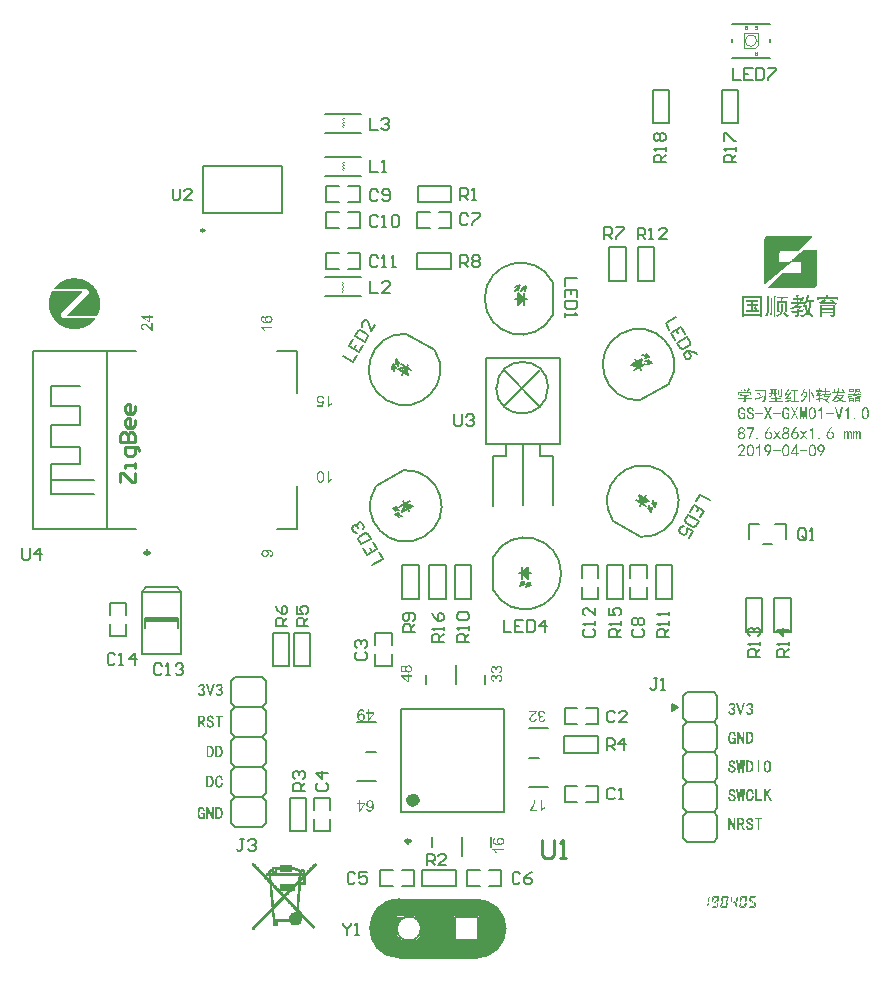
<source format=gto>
%FSTAX23Y23*%
%MOIN*%
%SFA1B1*%

%IPPOS*%
%ADD10C,0.011810*%
%ADD11C,0.023620*%
%ADD12C,0.007870*%
%ADD13C,0.010000*%
%ADD14C,0.003940*%
%ADD15C,0.009840*%
%ADD16C,0.005910*%
%ADD17C,0.001000*%
%ADD18C,0.000300*%
%ADD19C,0.008000*%
%ADD20C,0.005000*%
%ADD21C,0.000180*%
%ADD22C,0.002360*%
%ADD23R,0.115000X0.095000*%
%ADD24R,0.295000X0.056000*%
%ADD25R,0.280000X0.059000*%
%ADD26R,0.112660X0.017960*%
%LNÑ§Ï°ÐÍºìÍâ×ª·¢Æ÷-1*%
%LPD*%
G36*
X06336Y03481D02*
Y03425D01*
X06356*
X06336Y03405*
Y03363*
X06355Y03344*
X06353Y03342*
X06336*
X06338Y03292*
X06321*
X06315Y03298*
X06298*
X06262Y03334*
Y03337*
X06256Y03343*
Y03353*
X06247Y03362*
Y03401*
X0625Y03404*
Y0342*
X06255Y03425*
Y03434*
X06285Y03464*
X06288*
X06298Y03474*
X06305*
X06314Y03483*
X06334*
X06336Y03481*
G37*
G36*
X06418Y03346D02*
Y03363D01*
X06416Y03365*
X06396Y03345*
X06415*
X06418Y03346*
G37*
G36*
X06412Y03427D02*
X06395D01*
X06393Y03425*
X06413Y03405*
Y03424*
X06412Y03427*
G37*
G36*
X06607Y03348D02*
Y03479D01*
X06609Y03481*
X06629*
X06638Y03472*
X06645*
X06655Y03462*
X06658*
X06688Y03432*
Y03423*
X06693Y03418*
Y03402*
X06696Y03399*
Y0336*
X06687Y03351*
Y03341*
X06681Y03335*
Y03332*
X06645Y03296*
X06628*
X06622Y0329*
X06605*
X06607Y03348*
G37*
G36*
X06245Y03813D02*
X06245D01*
X06246Y03813*
X06246Y03813*
X06247Y03813*
X06248Y03813*
X06248Y03812*
X06249Y03812*
X0625Y03812*
X06251Y03811*
X06252Y03811*
X06252Y0381*
X06253Y0381*
X06254Y03809*
X06254Y03809*
X06254Y03809*
X06254Y03808*
X06254Y03808*
X06255Y03808*
X06255Y03807*
X06255Y03806*
X06256Y03806*
X06256Y03805*
X06256Y03804*
X06257Y03802*
X06257Y03801*
X06257Y038*
X06257Y03798*
X06257Y03797*
X06257Y03795*
Y03795*
Y03795*
Y03795*
Y03794*
Y03794*
X06257Y03793*
X06257Y03792*
X06257Y03791*
X06257Y0379*
X06257Y03789*
X06257Y03787*
X06257Y03786*
X06256Y03785*
X06256Y03783*
X06255Y03782*
X06255Y03781*
X06254Y0378*
X06253Y03779*
X06253Y03779*
X06253Y03779*
X06253Y03778*
X06253Y03778*
X06252Y03778*
X06252Y03777*
X06251Y03777*
X06251Y03777*
X0625Y03776*
X0625Y03776*
X06249Y03776*
X06248Y03775*
X06247Y03775*
X06246Y03775*
X06245Y03775*
X06244Y03774*
X06243*
X06243Y03775*
X06243*
X06242Y03775*
X06241Y03775*
X0624Y03775*
X06239Y03776*
X06238Y03776*
X06237Y03777*
X06237Y03777*
X06237*
X06236Y03777*
X06236Y03777*
X06236Y03778*
X06235Y03779*
X06234Y0378*
X06234Y03781*
X06233Y03782*
X06233Y03784*
X06238Y03784*
Y03784*
Y03784*
X06238Y03784*
X06238Y03783*
X06238Y03783*
X06239Y03781*
X06239Y03781*
X0624Y0378*
X0624Y0378*
X0624Y0378*
X0624Y0378*
X06241Y03779*
X06241Y03779*
X06242Y03779*
X06243Y03778*
X06244Y03778*
X06245*
X06245Y03778*
X06246Y03778*
X06246Y03779*
X06247Y03779*
X06247Y03779*
X06248Y0378*
X06248Y0378*
X06249Y0378*
X06249Y0378*
X06249Y03781*
X0625Y03781*
X06251Y03782*
X06251Y03783*
X06252Y03784*
Y03784*
X06252Y03784*
X06252Y03785*
X06252Y03785*
X06252Y03785*
X06252Y03786*
X06252Y03786*
X06252Y03787*
X06252Y03787*
X06252Y03788*
X06253Y03788*
X06253Y03789*
X06253Y0379*
X06253Y03791*
X06253Y03792*
Y03793*
X06253Y03793*
X06253Y03793*
X06252Y03792*
X06252Y03792*
X06251Y03791*
X0625Y0379*
X0625Y0379*
X06249Y03789*
X06249Y03789*
X06248Y03789*
X06248Y03789*
X06247Y03789*
X06246Y03788*
X06246Y03788*
X06245Y03788*
X06244Y03788*
X06243*
X06243Y03788*
X06243Y03788*
X06242Y03788*
X06241Y03788*
X0624Y03789*
X06239Y03789*
X06238Y03789*
X06238Y0379*
X06237Y0379*
X06236Y03791*
X06236Y03791*
X06236Y03791*
X06236Y03792*
X06235Y03792*
X06235Y03792*
X06235Y03792*
X06235Y03793*
X06234Y03793*
X06234Y03794*
X06234Y03794*
X06234Y03795*
X06233Y03796*
X06233Y03797*
X06233Y03797*
X06233Y03798*
X06233Y03799*
X06232Y038*
Y038*
Y038*
Y03801*
Y03801*
X06233Y03801*
Y03802*
X06233Y03802*
X06233Y03803*
X06233Y03805*
X06234Y03806*
X06234Y03807*
Y03807*
X06234Y03807*
X06234Y03807*
X06234Y03807*
X06235Y03808*
X06235Y03809*
X06236Y03809*
X06237Y0381*
X06237Y03811*
X06238Y03812*
X06238Y03812*
X06239Y03812*
X06239Y03812*
X0624Y03812*
X06241Y03813*
X06242Y03813*
X06243Y03813*
X06244Y03813*
X06245*
X06245Y03813*
G37*
G36*
X06213Y03803D02*
X06229D01*
Y03799*
X06212Y03775*
X06208*
Y03799*
X06203*
Y03803*
X06208*
Y03813*
X06213*
Y03803*
G37*
G36*
X06217Y04116D02*
X06217D01*
X06218Y04116*
X06219Y04116*
X0622Y04116*
X06221Y04115*
X06222Y04115*
X06224Y04114*
X06224Y04114*
X06224Y04114*
X06224Y04113*
X06224Y04113*
X06225Y04112*
X06226Y04111*
X06226Y0411*
X06227Y04108*
X06227Y04107*
X06222Y04106*
Y04106*
Y04107*
X06222Y04107*
X06222Y04107*
X06222Y04107*
X06222Y04108*
X06222Y04109*
X06221Y0411*
X06221Y0411*
X0622Y04111*
X0622Y04111*
X0622Y04111*
X0622Y04111*
X06219Y04112*
X06219Y04112*
X06218Y04112*
X06217Y04112*
X06216Y04112*
X06216*
X06215Y04112*
X06215Y04112*
X06214Y04112*
X06214Y04112*
X06213Y04112*
X06212Y04111*
X06212Y04111*
X06212Y04111*
X06212Y04111*
X06212Y04111*
X06211Y0411*
X06211Y0411*
X0621Y04109*
X0621Y04109*
X0621Y04109*
X0621Y04108*
X06209Y04108*
X06209Y04108*
X06209Y04107*
X06209Y04106*
X06208Y04105*
X06208Y04104*
Y04104*
X06208Y04104*
Y04104*
X06208Y04104*
X06208Y04103*
X06208Y04103*
X06208Y04102*
X06207Y04101*
X06207Y041*
Y04099*
Y04099*
Y04098*
Y04098*
Y04098*
X06207Y04098*
X06208Y04098*
X06208Y04099*
X06208Y04099*
X06209Y041*
X0621Y041*
X0621Y04101*
X06211Y04101*
X06211Y04101*
X06212Y04102*
X06212Y04102*
X06213Y04102*
X06214Y04102*
X06214Y04102*
X06215Y04103*
X06216Y04103*
X06217*
X06217Y04103*
X06218Y04103*
X06218Y04102*
X06219Y04102*
X0622Y04102*
X06221Y04102*
X06222Y04101*
X06222Y04101*
X06223Y041*
X06224Y041*
X06224Y04099*
X06224Y04099*
X06224Y04099*
X06225Y04099*
X06225Y04099*
X06225Y04098*
X06225Y04098*
X06226Y04097*
X06226Y04097*
X06226Y04096*
X06227Y04096*
X06227Y04095*
X06227Y04094*
X06227Y04093*
X06227Y04092*
X06228Y04091*
X06228Y0409*
Y0409*
Y0409*
Y0409*
X06228Y04089*
X06227Y04089*
X06227Y04088*
X06227Y04088*
X06227Y04087*
X06227Y04085*
X06226Y04085*
X06226Y04084*
X06226Y04083*
X06225Y04082*
X06225Y04082*
X06224Y04081*
X06224Y04081*
X06224Y04081*
X06224Y04081*
X06224Y0408*
X06223Y0408*
X06223Y0408*
X06222Y0408*
X06222Y04079*
X06221Y04079*
X06221Y04079*
X06219Y04078*
X06218Y04078*
X06218Y04078*
X06217Y04078*
X06216Y04077*
X06215*
X06215Y04078*
X06215*
X06214Y04078*
X06213Y04078*
X06212Y04078*
X06211Y04078*
X0621Y04079*
X06209Y0408*
X06209*
X06209Y0408*
X06209Y0408*
X06208Y0408*
X06208Y0408*
X06207Y04081*
X06206Y04082*
X06206Y04083*
X06205Y04084*
X06204Y04085*
Y04085*
X06204Y04085*
X06204Y04086*
X06204Y04086*
X06204Y04086*
X06204Y04087*
X06204Y04087*
X06203Y04088*
X06203Y04089*
X06203Y04089*
X06203Y0409*
X06203Y04091*
X06203Y04092*
X06203Y04093*
X06203Y04095*
Y04096*
Y04096*
Y04096*
Y04096*
Y04097*
X06203Y04098*
Y04098*
X06203Y04099*
X06203Y041*
X06203Y04102*
X06203Y04104*
X06204Y04106*
X06204Y04107*
X06204Y04107*
Y04107*
X06204Y04108*
X06204Y04108*
X06205Y04108*
X06205Y04108*
X06205Y04109*
X06205Y0411*
X06206Y04111*
X06207Y04112*
X06208Y04113*
X06209Y04114*
X06209*
X06209Y04114*
X06209Y04114*
X0621Y04114*
X0621Y04114*
X0621Y04115*
X06211Y04115*
X06212Y04115*
X06213Y04116*
X06215Y04116*
X06216Y04116*
X06217*
X06217Y04116*
G37*
G36*
X06242Y04106D02*
X06259D01*
Y04102*
X06241Y04078*
X06237*
Y04102*
X06232*
Y04106*
X06237*
Y04116*
X06242*
Y04106*
G37*
G36*
X06374Y04263D02*
X06375Y04263D01*
X06375Y04263*
X06377Y04263*
X06378Y04262*
X06379Y04262*
X06379Y04262*
X0638Y04261*
X06381Y04261*
X06381Y0426*
X06382Y0426*
X06382Y0426*
X06382Y0426*
X06382Y0426*
X06382Y04259*
X06383Y04259*
X06383Y04258*
X06383Y04258*
X06383Y04257*
X06384Y04257*
X06384Y04256*
X06384Y04255*
X06385Y04255*
X06385Y04254*
X06385Y04253*
X06385Y04252*
X06385Y04251*
Y0425*
X06385Y0425*
X06385Y04249*
X06385Y04249*
X06385Y04248*
X06385Y04248*
X06384Y04246*
X06384Y04245*
X06384Y04245*
X06383Y04244*
X06383Y04243*
X06382Y04242*
X06382Y04242*
X06382Y04242*
X06382Y04242*
X06382Y04241*
X06381Y04241*
X06381Y04241*
X06381Y04241*
X0638Y0424*
X0638Y0424*
X06379Y0424*
X06378Y04239*
X06377Y04239*
X06376Y04239*
X06375Y04239*
X06374Y04238*
X06374Y04238*
X06374*
X06373*
X06373*
X06373Y04238*
X06373*
X06372Y04238*
X06371Y04239*
X0637Y04239*
X06369Y04239*
X06368Y0424*
X06367Y0424*
X06367*
X06367Y0424*
X06367Y04241*
X06367Y04241*
X06366Y04242*
X06365Y04242*
X06365Y04243*
X06364Y04244*
X06364Y04246*
Y04246*
X06364Y04245*
X06364Y04245*
X06363Y04245*
X06363Y04244*
X06363Y04243*
X06362Y04243*
X06362Y04242*
X06361Y04241*
X06361Y04241*
X06361Y04241*
X0636Y04241*
X0636Y04241*
X06359Y0424*
X06358Y0424*
X06357Y0424*
X06356Y0424*
X06356*
X06356*
X06356*
X06356Y0424*
X06355Y0424*
X06355Y0424*
X06354Y0424*
X06353Y04241*
X06352Y04241*
X06351Y04241*
X0635Y04242*
X0635Y04242*
X06349Y04243*
X06349Y04243*
X06349Y04243*
X06349Y04243*
X06349Y04243*
X06349Y04244*
X06348Y04244*
X06348Y04244*
X06348Y04245*
X06347Y04246*
X06347Y04247*
X06347Y04249*
X06347Y0425*
X06347Y04251*
Y04251*
X06347Y04252*
Y04252*
X06347Y04252*
X06347Y04254*
X06347Y04255*
X06348Y04256*
X06348Y04257*
X06348Y04257*
X06349Y04258*
X06349Y04259*
X06349Y04259*
X0635Y04259*
X0635Y04259*
X0635Y04259*
X0635Y04259*
X06351Y0426*
X06351Y0426*
X06352Y04261*
X06354Y04261*
X06355Y04262*
X06356Y04262*
X06356Y04262*
X06357*
X06357*
X06357Y04262*
X06358Y04262*
X06359Y04261*
X06359Y04261*
X0636Y04261*
X06361Y0426*
X06361Y0426*
X06361Y0426*
X06362Y0426*
X06362Y04259*
X06363Y04259*
X06363Y04258*
X06364Y04257*
X06364Y04256*
Y04256*
X06364Y04256*
X06364Y04257*
X06364Y04257*
X06364Y04257*
X06365Y04258*
X06365Y04259*
X06366Y0426*
X06367Y04261*
X06368Y04261*
X06368Y04262*
X06368Y04262*
X06369Y04262*
X06369Y04262*
X0637Y04263*
X06371Y04263*
X06372Y04263*
X06374Y04263*
X06374*
X06374*
X06374*
X06374Y04263*
G37*
G36*
X06375Y04229D02*
X06385D01*
Y04224*
X06375*
Y04207*
X06371*
X06347Y04225*
Y04229*
X06371*
Y04234*
X06375*
Y04229*
G37*
G36*
X06675Y04262D02*
X06676Y04261D01*
X06676Y04261*
X06677Y04261*
X06677Y04261*
X06679Y04261*
X06679Y0426*
X0668Y0426*
X06681Y0426*
X06681Y04259*
X06682Y04259*
X06683Y04258*
X06683Y04258*
X06683Y04258*
X06683Y04258*
X06683Y04257*
X06684Y04257*
X06684Y04257*
X06684Y04256*
X06684Y04255*
X06685Y04255*
X06685Y04254*
X06685Y04253*
X06686Y04253*
X06686Y04252*
X06686Y04251*
X06686Y0425*
X06686Y04249*
Y04248*
X06686Y04248*
X06686Y04248*
X06686Y04247*
X06686Y04247*
X06686Y04246*
X06685Y04245*
X06685Y04243*
X06685Y04243*
X06684Y04242*
X06684Y04241*
X06683Y04241*
X06683Y04241*
X06683Y04241*
X06683Y0424*
X06683Y0424*
X06682Y0424*
X06682Y0424*
X06682Y04239*
X06681Y04239*
X0668Y04238*
X06679Y04238*
X06677Y04237*
X06676Y04237*
X06675Y04237*
X06675Y04242*
X06675*
X06675Y04242*
X06675*
X06675Y04242*
X06676Y04242*
X06677Y04242*
X06678Y04243*
X06679Y04243*
X0668Y04244*
X06681Y04244*
X06681Y04244*
X06681Y04245*
X06681Y04245*
X06681Y04246*
X06682Y04246*
X06682Y04247*
X06682Y04248*
X06682Y04249*
Y04249*
X06682Y04249*
X06682Y0425*
X06682Y04251*
X06682Y04252*
X06681Y04253*
X06681Y04254*
X0668Y04254*
X0668Y04255*
X0668Y04255*
X06679Y04255*
X06678Y04256*
X06678Y04256*
X06677Y04256*
X06676Y04257*
X06674Y04257*
X06674*
X06674*
X06674*
X06674Y04257*
X06673Y04257*
X06673Y04256*
X06672Y04256*
X06671Y04256*
X0667Y04255*
X06669Y04255*
X06669Y04254*
X06669Y04254*
X06669Y04254*
X06668Y04253*
X06668Y04252*
X06667Y04251*
X06667Y0425*
X06667Y04249*
Y04249*
X06667Y04248*
X06667Y04248*
X06667Y04247*
X06667Y04247*
X06668Y04246*
X06663Y04246*
Y04247*
X06664Y04247*
Y04248*
X06663Y04248*
X06663Y04249*
X06663Y0425*
X06663Y04251*
X06663Y04252*
X06662Y04253*
X06662Y04253*
X06662Y04253*
X06661Y04253*
X06661Y04254*
X0666Y04254*
X06659Y04255*
X06658Y04255*
X06657Y04255*
X06657*
X06657*
X06657*
X06656Y04255*
X06656Y04255*
X06655Y04255*
X06654Y04254*
X06654Y04254*
X06653Y04253*
X06653Y04253*
X06653Y04253*
X06652Y04253*
X06652Y04252*
X06652Y04251*
X06652Y04251*
X06651Y0425*
X06651Y04249*
Y04248*
X06651Y04248*
X06652Y04247*
X06652Y04246*
X06652Y04246*
X06652Y04245*
X06653Y04244*
X06653Y04244*
X06653Y04244*
X06654Y04244*
X06654Y04243*
X06655Y04243*
X06656Y04243*
X06657Y04242*
X06658Y04242*
X06657Y04237*
X06657*
X06657Y04237*
X06657Y04237*
X06657Y04238*
X06656Y04238*
X06656Y04238*
X06655Y04238*
X06653Y04239*
X06652Y04239*
X06651Y0424*
X0665Y04241*
X0665Y04241*
X0665Y04241*
X0665Y04241*
X0665Y04242*
X0665Y04242*
X06649Y04242*
X06649Y04243*
X06648Y04244*
X06648Y04246*
X06648Y04247*
X06647Y04248*
Y04249*
X06648Y0425*
X06648Y04251*
X06648Y04251*
X06648Y04252*
X06648Y04253*
X06649Y04254*
Y04254*
X06649Y04254*
X06649Y04255*
X06649Y04255*
X0665Y04256*
X0665Y04256*
X06651Y04257*
X06652Y04258*
X06653Y04258*
X06653Y04258*
X06653Y04259*
X06653Y04259*
X06654Y04259*
X06655Y04259*
X06655Y0426*
X06656Y0426*
X06657Y0426*
X06657*
X06658*
X06658Y0426*
X06659Y0426*
X06659Y04259*
X0666Y04259*
X06661Y04259*
X06662Y04258*
X06662Y04258*
X06662Y04258*
X06662Y04258*
X06663Y04257*
X06663Y04257*
X06664Y04256*
X06665Y04255*
X06665Y04255*
Y04255*
X06665Y04255*
Y04255*
X06665Y04255*
X06665Y04256*
X06666Y04256*
X06666Y04257*
X06667Y04258*
X06667Y04259*
X06668Y0426*
X06668Y0426*
X06669Y0426*
X06669Y0426*
X0667Y04261*
X06671Y04261*
X06672Y04261*
X06673Y04262*
X06674Y04262*
X06674*
X06675*
X06675*
X06675Y04262*
G37*
G36*
Y04232D02*
X06676Y04232D01*
X06676Y04232*
X06677Y04232*
X06677Y04232*
X06679Y04231*
X06679Y04231*
X0668Y04231*
X06681Y0423*
X06681Y0423*
X06682Y04229*
X06683Y04229*
X06683Y04229*
X06683Y04228*
X06683Y04228*
X06683Y04228*
X06684Y04228*
X06684Y04227*
X06684Y04227*
X06684Y04226*
X06685Y04225*
X06685Y04225*
X06685Y04224*
X06686Y04223*
X06686Y04222*
X06686Y04221*
X06686Y0422*
X06686Y04219*
Y04219*
X06686Y04219*
X06686Y04218*
X06686Y04218*
X06686Y04217*
X06686Y04217*
X06685Y04215*
X06685Y04214*
X06685Y04213*
X06684Y04213*
X06684Y04212*
X06683Y04211*
X06683Y04211*
X06683Y04211*
X06683Y04211*
X06683Y04211*
X06682Y04211*
X06682Y0421*
X06682Y0421*
X06681Y0421*
X0668Y04209*
X06679Y04208*
X06677Y04208*
X06676Y04208*
X06675Y04208*
X06675Y04212*
X06675*
X06675Y04212*
X06675*
X06675Y04212*
X06676Y04213*
X06677Y04213*
X06678Y04213*
X06679Y04214*
X0668Y04214*
X06681Y04215*
X06681Y04215*
X06681Y04215*
X06681Y04216*
X06681Y04216*
X06682Y04217*
X06682Y04218*
X06682Y04219*
X06682Y04219*
Y0422*
X06682Y0422*
X06682Y04221*
X06682Y04221*
X06682Y04222*
X06681Y04223*
X06681Y04224*
X0668Y04225*
X0668Y04225*
X0668Y04225*
X06679Y04226*
X06678Y04226*
X06678Y04227*
X06677Y04227*
X06676Y04227*
X06674Y04227*
X06674*
X06674*
X06674*
X06674Y04227*
X06673Y04227*
X06673Y04227*
X06672Y04227*
X06671Y04226*
X0667Y04226*
X06669Y04225*
X06669Y04225*
X06669Y04225*
X06669Y04224*
X06668Y04224*
X06668Y04223*
X06667Y04222*
X06667Y04221*
X06667Y0422*
Y04219*
X06667Y04219*
X06667Y04219*
X06667Y04218*
X06667Y04217*
X06668Y04217*
X06663Y04217*
Y04217*
X06664Y04218*
Y04218*
X06663Y04219*
X06663Y0422*
X06663Y0422*
X06663Y04221*
X06663Y04222*
X06662Y04223*
X06662Y04223*
X06662Y04224*
X06661Y04224*
X06661Y04224*
X0666Y04225*
X06659Y04225*
X06658Y04225*
X06657Y04226*
X06657*
X06657*
X06657*
X06656Y04225*
X06656Y04225*
X06655Y04225*
X06654Y04225*
X06654Y04224*
X06653Y04224*
X06653Y04224*
X06653Y04224*
X06652Y04223*
X06652Y04223*
X06652Y04222*
X06652Y04221*
X06651Y0422*
X06651Y04219*
Y04219*
X06651Y04218*
X06652Y04218*
X06652Y04217*
X06652Y04216*
X06652Y04216*
X06653Y04215*
X06653Y04215*
X06653Y04215*
X06654Y04214*
X06654Y04214*
X06655Y04214*
X06656Y04213*
X06657Y04213*
X06658Y04213*
X06657Y04208*
X06657*
X06657Y04208*
X06657Y04208*
X06657Y04208*
X06656Y04208*
X06656Y04208*
X06655Y04209*
X06653Y04209*
X06652Y0421*
X06651Y04211*
X0665Y04212*
X0665Y04212*
X0665Y04212*
X0665Y04212*
X0665Y04212*
X0665Y04213*
X06649Y04213*
X06649Y04214*
X06648Y04215*
X06648Y04216*
X06648Y04218*
X06647Y04219*
Y0422*
X06648Y0422*
X06648Y04221*
X06648Y04222*
X06648Y04223*
X06648Y04224*
X06649Y04225*
Y04225*
X06649Y04225*
X06649Y04225*
X06649Y04226*
X0665Y04226*
X0665Y04227*
X06651Y04228*
X06652Y04228*
X06653Y04229*
X06653Y04229*
X06653Y04229*
X06653Y04229*
X06654Y0423*
X06655Y0423*
X06655Y0423*
X06656Y0423*
X06657Y0423*
X06657*
X06658*
X06658Y0423*
X06659Y0423*
X06659Y0423*
X0666Y0423*
X06661Y0423*
X06662Y04229*
X06662Y04229*
X06662Y04229*
X06662Y04228*
X06663Y04228*
X06663Y04227*
X06664Y04227*
X06665Y04226*
X06665Y04225*
Y04225*
X06665Y04225*
Y04225*
X06665Y04226*
X06665Y04226*
X06666Y04227*
X06666Y04228*
X06667Y04229*
X06667Y0423*
X06668Y0423*
X06668Y0423*
X06669Y04231*
X06669Y04231*
X0667Y04231*
X06671Y04232*
X06672Y04232*
X06673Y04232*
X06674Y04232*
X06674*
X06675*
X06675*
X06675Y04232*
G37*
G36*
X06818Y04112D02*
X06819Y04112D01*
X06819Y04112*
X0682Y04112*
X0682Y04112*
X06822Y04111*
X06823Y04111*
X06824Y04111*
X06824Y0411*
X06825Y0411*
X06826Y04109*
X06826Y04109*
X06826Y04109*
X06826Y04109*
X06826Y04109*
X06827Y04108*
X06827Y04108*
X06827Y04108*
X06827Y04107*
X06828Y04106*
X06829Y04105*
X06829Y04103*
X06829Y04102*
X0683Y04101*
X06825Y04101*
Y04101*
X06825Y04101*
Y04101*
X06825Y04101*
X06824Y04102*
X06824Y04103*
X06824Y04104*
X06823Y04105*
X06823Y04106*
X06822Y04107*
X06822Y04107*
X06822Y04107*
X06821Y04107*
X06821Y04107*
X0682Y04108*
X06819Y04108*
X06819Y04108*
X06818Y04108*
X06817*
X06817Y04108*
X06816Y04108*
X06816Y04108*
X06815Y04108*
X06814Y04107*
X06813Y04107*
X06812Y04106*
X06812Y04106*
X06812Y04106*
X06811Y04105*
X06811Y04104*
X0681Y04104*
X0681Y04103*
X0681Y04102*
X0681Y041*
Y041*
Y041*
Y041*
X0681Y041*
X0681Y04099*
X0681Y04099*
X0681Y04098*
X06811Y04097*
X06811Y04096*
X06812Y04095*
X06812Y04095*
X06812Y04095*
X06813Y04095*
X06813Y04094*
X06814Y04094*
X06815Y04093*
X06816Y04093*
X06817Y04093*
X06818*
X06818Y04093*
X06819Y04093*
X06819Y04093*
X0682Y04093*
X0682Y04094*
X0682Y04089*
X0682*
X06819Y0409*
X06819*
X06818Y04089*
X06817Y04089*
X06817Y04089*
X06816Y04089*
X06815Y04089*
X06814Y04088*
X06814Y04088*
X06813Y04088*
X06813Y04087*
X06813Y04087*
X06812Y04086*
X06812Y04085*
X06812Y04084*
X06811Y04083*
Y04083*
Y04083*
Y04083*
X06812Y04082*
X06812Y04082*
X06812Y04081*
X06812Y0408*
X06813Y0408*
X06813Y04079*
X06813Y04079*
X06813Y04079*
X06814Y04078*
X06814Y04078*
X06815Y04078*
X06816Y04078*
X06817Y04077*
X06818Y04077*
X06818*
X06819Y04077*
X06819Y04078*
X0682Y04078*
X06821Y04078*
X06821Y04078*
X06822Y04079*
X06822Y04079*
X06822Y04079*
X06823Y0408*
X06823Y0408*
X06823Y04081*
X06824Y04082*
X06824Y04083*
X06824Y04084*
X06829Y04083*
Y04083*
X06829Y04083*
X06829Y04083*
X06829Y04083*
X06829Y04082*
X06829Y04082*
X06828Y04081*
X06828Y04079*
X06827Y04078*
X06826Y04077*
X06825Y04076*
X06825Y04076*
X06825Y04076*
X06825Y04076*
X06825Y04076*
X06824Y04076*
X06824Y04075*
X06823Y04075*
X06822Y04074*
X06821Y04074*
X06819Y04074*
X06819Y04073*
X06817*
X06817Y04074*
X06816Y04074*
X06815Y04074*
X06814Y04074*
X06813Y04074*
X06812Y04075*
X06812*
X06812Y04075*
X06812Y04075*
X06811Y04075*
X06811Y04076*
X0681Y04076*
X06809Y04077*
X06809Y04078*
X06808Y04079*
X06808Y04079*
X06808Y04079*
X06808Y04079*
X06807Y0408*
X06807Y04081*
X06807Y04081*
X06807Y04082*
X06807Y04083*
Y04083*
Y04084*
X06807Y04084*
X06807Y04085*
X06807Y04085*
X06807Y04086*
X06808Y04087*
X06808Y04088*
X06808Y04088*
X06808Y04088*
X06809Y04088*
X06809Y04089*
X0681Y04089*
X0681Y0409*
X06811Y04091*
X06812Y04091*
X06812*
X06812Y04091*
X06812*
X06811Y04091*
X06811Y04091*
X0681Y04092*
X06809Y04092*
X06808Y04093*
X06807Y04093*
X06807Y04094*
X06807Y04094*
X06806Y04095*
X06806Y04095*
X06806Y04096*
X06805Y04097*
X06805Y04098*
X06805Y04099*
X06805Y041*
Y041*
Y04101*
Y04101*
X06805Y04101*
X06805Y04102*
X06805Y04102*
X06805Y04103*
X06805Y04103*
X06806Y04105*
X06806Y04105*
X06806Y04106*
X06807Y04107*
X06807Y04107*
X06808Y04108*
X06808Y04109*
X06808Y04109*
X06809Y04109*
X06809Y04109*
X06809Y04109*
X06809Y0411*
X0681Y0411*
X0681Y0411*
X06811Y0411*
X06812Y04111*
X06812Y04111*
X06813Y04111*
X06814Y04112*
X06815Y04112*
X06816Y04112*
X06817Y04112*
X06818Y04112*
X06818*
X06818Y04112*
G37*
G36*
X06801Y04111D02*
Y04111D01*
Y04111*
X06801Y0411*
X06801Y0411*
X06801Y04109*
X068Y04109*
X068Y04108*
Y04108*
X068Y04108*
X068Y04108*
X068Y04107*
X068Y04107*
X06799Y04106*
X06799Y04105*
X06798Y04104*
X06797Y04103*
Y04103*
X06797Y04103*
X06797Y04103*
X06796Y04102*
X06796Y04102*
X06795Y04101*
X06794Y041*
X06793Y04099*
X06791Y04098*
X06791Y04098*
X06791Y04097*
X06791Y04097*
X0679Y04097*
X0679Y04096*
X06789Y04096*
X06788Y04095*
X06786Y04093*
X06785Y04092*
X06784Y04091*
X06784Y04091*
X06783Y0409*
X06783Y0409*
Y0409*
X06783Y04089*
X06783Y04089*
X06782Y04089*
X06782Y04088*
X06782Y04088*
X06781Y04087*
X06781Y04086*
X06781Y04085*
X06781Y04084*
Y04084*
Y04084*
X06781Y04083*
X06781Y04083*
X06781Y04082*
X06781Y04082*
X06781Y04081*
X06782Y0408*
X06783Y04079*
X06783Y04079*
X06783Y04079*
X06783Y04079*
X06784Y04078*
X06785Y04078*
X06786Y04078*
X06787Y04077*
X06788Y04077*
X06788*
X06788Y04077*
X06789Y04077*
X0679Y04078*
X06791Y04078*
X06791Y04078*
X06792Y04079*
X06793Y04079*
X06793Y0408*
X06793Y0408*
X06794Y0408*
X06794Y04081*
X06795Y04082*
X06795Y04083*
X06795Y04084*
X06795Y04085*
X068Y04084*
Y04084*
Y04084*
X068Y04084*
X068Y04084*
X068Y04083*
X068Y04083*
X06799Y04081*
X06799Y0408*
X06798Y04079*
X06797Y04077*
X06797Y04077*
X06796Y04076*
X06796Y04076*
X06796Y04076*
X06796Y04076*
X06796Y04076*
X06795Y04076*
X06795Y04075*
X06795Y04075*
X06794Y04075*
X06793Y04075*
X06793Y04074*
X06792Y04074*
X06791Y04074*
X0679Y04074*
X06789Y04074*
X06788Y04073*
X06787*
X06787Y04074*
X06786Y04074*
X06786Y04074*
X06785Y04074*
X06785Y04074*
X06783Y04074*
X06782Y04075*
X06781Y04075*
X0678Y04076*
X0678Y04076*
X06779Y04077*
X06779Y04077*
X06779Y04077*
X06779Y04077*
X06779Y04077*
X06778Y04077*
X06778Y04078*
X06777Y04079*
X06777Y0408*
X06776Y04081*
X06776Y04082*
X06776Y04083*
X06776Y04084*
Y04084*
Y04084*
X06776Y04085*
X06776Y04085*
X06776Y04086*
X06776Y04087*
X06776Y04088*
X06777Y04089*
X06777Y04089*
X06777Y04089*
X06777Y04089*
X06778Y0409*
X06778Y04091*
X06778Y04091*
X06779Y04092*
X0678Y04093*
X0678Y04093*
X0678Y04094*
X06781Y04094*
X06781Y04094*
X06782Y04095*
X06782Y04095*
X06783Y04096*
X06783Y04096*
X06784Y04097*
X06785Y04098*
X06785Y04098*
X06786Y04099*
X06787Y041*
X06787Y041*
X06787Y041*
X06787Y041*
X06788Y041*
X06788Y04101*
X06789Y04102*
X0679Y04103*
X06791Y04103*
X06792Y04104*
X06792Y04104*
X06792Y04105*
X06792Y04105*
X06793Y04105*
X06793Y04105*
X06793Y04105*
X06794Y04106*
X06794Y04107*
X06776*
Y04112*
X06801*
Y04111*
G37*
G36*
X06796Y03814D02*
Y03814D01*
Y03814*
X06796Y03814*
Y03813*
X06796Y03813*
X06796Y03812*
X06796Y03812*
X06796Y03811*
X06796Y0381*
X06796Y03809*
X06795Y03808*
X06795Y03807*
X06795Y03806*
X06794Y03804*
Y03804*
X06794Y03803*
X06794Y03803*
X06794Y03803*
X06794Y03802*
X06794Y03801*
X06793Y03801*
X06793Y038*
X06793Y03799*
X06792Y03798*
X06792Y03796*
X06791Y03794*
X0679Y03792*
X0679Y03791*
X06789Y03791*
X06789Y03791*
X06789Y03791*
X06789Y0379*
X06788Y03789*
X06788Y03789*
X06788Y03788*
X06787Y03787*
X06785Y03785*
X06784Y03783*
X06783Y03782*
X06801*
Y03777*
X06777*
Y03781*
X06777Y03781*
X06777Y03781*
X06777Y03781*
X06778Y03781*
X06778Y03782*
X06778Y03782*
X06779Y03783*
X06779Y03783*
X0678Y03784*
X0678Y03785*
X06781Y03786*
X06781Y03787*
X06782Y03788*
X06783Y03789*
X06783Y0379*
X06784Y03791*
X06784Y03791*
X06784Y03791*
X06784Y03792*
X06785Y03792*
X06785Y03793*
X06785Y03793*
X06786Y03794*
X06786Y03795*
X06787Y03796*
X06787Y03797*
X06787Y03798*
X06788Y03799*
X06789Y03802*
X0679Y03804*
Y03804*
X0679Y03804*
X0679Y03805*
X0679Y03805*
X0679Y03805*
X0679Y03806*
X0679Y03807*
X0679Y03807*
X0679Y03808*
X06791Y03809*
X06791Y0381*
X06791Y03812*
X06791Y03815*
X06796*
Y03814*
G37*
G36*
X06818Y03785D02*
X06818Y03785D01*
X06819Y03785*
X06819Y03785*
X06819Y03786*
X0682Y03786*
X06821Y03787*
X06822Y03788*
X06823Y03788*
X06823*
X06823Y03788*
X06823Y03788*
X06824Y03789*
X06824Y03789*
X06825Y03789*
X06826Y0379*
X06827Y0379*
X06828Y03791*
Y03786*
X06827*
X06827Y03786*
X06827Y03786*
X06827Y03786*
X06827Y03785*
X06826Y03785*
X06825Y03785*
X06824Y03784*
X06823Y03783*
X06822Y03783*
X06821Y03782*
X06821Y03782*
X06821Y03782*
X0682Y03781*
X0682Y03781*
X06819Y0378*
X06818Y03779*
X06818Y03778*
X06817Y03777*
X06817Y03776*
X06814*
Y03815*
X06818*
Y03785*
G37*
G36*
X0668Y03688D02*
X06681D01*
X06681Y03688*
X06682Y03688*
X06684Y03687*
X06685Y03687*
X06686Y03687*
X06686*
X06686Y03686*
X06686Y03686*
X06686Y03686*
X06687Y03686*
X06688Y03685*
X06688Y03685*
X06689Y03684*
X0669Y03683*
X06691Y03682*
X06691Y03682*
X06691Y03682*
X06691Y03681*
X06691Y03681*
X06692Y0368*
X06692Y03679*
X06692Y03677*
X06692Y03676*
Y03676*
X06692Y03676*
Y03675*
X06692Y03675*
X06692Y03674*
X06692Y03674*
X06692Y03673*
X06691Y03672*
X06691Y03671*
X06691Y03671*
X0669Y0367*
X0669Y03669*
X06689Y03668*
X06689Y03667*
X06688Y03667*
X06688Y03667*
X06688Y03667*
X06687Y03666*
X06687Y03666*
X06687Y03666*
X06686Y03666*
X06685Y03665*
X06685Y03665*
X06684Y03665*
X06683Y03664*
X06681Y03664*
X0668Y03664*
X06679Y03663*
X06677Y03663*
X06676Y03663*
X06674Y03663*
X06674*
X06674*
X06674*
X06673*
X06673*
X06672Y03663*
X06671Y03663*
X0667Y03663*
X06669Y03663*
X06668Y03664*
X06666Y03664*
X06665Y03664*
X06664Y03664*
X06662Y03665*
X06661Y03665*
X0666Y03666*
X06659Y03666*
X06658Y03667*
X06658Y03667*
X06658Y03667*
X06657Y03667*
X06657Y03668*
X06657Y03668*
X06656Y03669*
X06656Y03669*
X06656Y0367*
X06655Y0367*
X06655Y03671*
X06655Y03672*
X06654Y03673*
X06654Y03674*
X06654Y03675*
X06654Y03676*
X06653Y03677*
Y03677*
X06654Y03677*
Y03678*
X06654Y03678*
X06654Y03679*
X06654Y0368*
X06655Y03682*
X06655Y03683*
X06656Y03683*
X06656Y03684*
Y03684*
X06656Y03684*
X06656Y03684*
X06657Y03685*
X06658Y03685*
X06659Y03686*
X0666Y03687*
X06661Y03687*
X06663Y03687*
X06663Y03683*
X06663*
X06663*
X06663Y03683*
X06662Y03683*
X06662Y03682*
X0666Y03682*
X0666Y03681*
X06659Y03681*
X06659Y03681*
X06659Y03681*
X06659Y0368*
X06658Y0368*
X06658Y03679*
X06658Y03678*
X06657Y03677*
X06657Y03676*
Y03676*
X06657Y03676*
X06657Y03675*
X06658Y03674*
X06658Y03674*
X06658Y03673*
X06659Y03672*
X06659Y03672*
X06659Y03672*
X06659Y03672*
X0666Y03671*
X0666Y03671*
X06661Y0367*
X06662Y03669*
X06663Y03669*
X06663*
X06663Y03669*
X06664Y03669*
X06664Y03669*
X06664Y03669*
X06665Y03669*
X06665Y03668*
X06666Y03668*
X06666Y03668*
X06667Y03668*
X06667Y03668*
X06668Y03668*
X06669Y03668*
X0667Y03668*
X06671Y03668*
X06672*
X06672Y03668*
X06672Y03668*
X06671Y03668*
X06671Y03669*
X0667Y03669*
X06669Y0367*
X06669Y03671*
X06668Y03672*
X06668Y03672*
X06668Y03672*
X06668Y03673*
X06668Y03673*
X06667Y03674*
X06667Y03675*
X06667Y03676*
X06667Y03677*
Y03677*
X06667Y03678*
X06667Y03678*
X06667Y03679*
X06667Y0368*
X06668Y03681*
X06668Y03682*
X06668Y03682*
X06669Y03683*
X06669Y03684*
X0667Y03684*
X0667Y03685*
X0667Y03685*
X06671Y03685*
X06671Y03685*
X06671Y03685*
X06671Y03686*
X06672Y03686*
X06672Y03686*
X06673Y03686*
X06673Y03687*
X06674Y03687*
X06675Y03687*
X06676Y03688*
X06676Y03688*
X06677Y03688*
X06678Y03688*
X06679Y03688*
X06679*
X06679*
X0668*
X0668*
X0668Y03688*
G37*
G36*
X06692Y03647D02*
X06662D01*
X06662Y03647*
X06662Y03646*
X06662Y03646*
X06663Y03646*
X06663Y03645*
X06664Y03644*
X06665Y03643*
X06665Y03642*
Y03642*
X06665Y03642*
X06665Y03642*
X06666Y03641*
X06666Y03641*
X06666Y0364*
X06667Y03639*
X06667Y03638*
X06668Y03638*
X06663*
Y03638*
X06663Y03638*
X06663Y03638*
X06663Y03638*
X06662Y03638*
X06662Y03639*
X06662Y0364*
X06661Y03641*
X0666Y03642*
X0666Y03643*
X06659Y03644*
X06659Y03644*
X06659Y03644*
X06658Y03645*
X06658Y03645*
X06657Y03646*
X06656Y03647*
X06655Y03647*
X06654Y03648*
X06653Y03648*
Y03651*
X06692*
Y03647*
G37*
G36*
X07511Y03755D02*
X07512Y03754D01*
X07512Y03754*
X07513Y03754*
X07514Y03754*
X07515Y03754*
X07516Y03753*
X07517Y03753*
X07517Y03753*
X07518Y03752*
X07519Y03751*
X07519Y03751*
X07519Y03751*
X07519Y03751*
X07519Y03751*
X0752Y0375*
X0752Y0375*
X0752Y03749*
X0752Y03749*
X07521Y03748*
X07521Y03747*
X07521Y03746*
X07522Y03744*
X07522Y03743*
X07522Y03742*
X07515*
Y03742*
Y03742*
Y03743*
Y03743*
X07515Y03744*
X07515Y03745*
X07515Y03746*
X07515Y03746*
X07514Y03747*
X07514Y03747*
X07514Y03747*
X07514Y03748*
X07513Y03748*
X07513Y03748*
X07512Y03749*
X07511Y03749*
X0751Y03749*
X0751*
X07509Y03749*
X07509Y03749*
X07508Y03749*
X07508Y03748*
X07507Y03748*
X07506Y03748*
X07506Y03748*
X07506Y03747*
X07506Y03747*
X07506Y03747*
X07505Y03746*
X07505Y03746*
X07505Y03745*
X07505Y03744*
Y03744*
Y03744*
X07505Y03743*
X07505Y03743*
X07505Y03743*
X07505Y03742*
X07506Y03741*
X07506Y03741*
X07506Y03741*
X07506Y03741*
X07507Y0374*
X07507Y0374*
X07507Y0374*
X07508Y0374*
X07508Y0374*
X07509Y03739*
X07509Y03739*
X0751Y03739*
X07511Y03738*
X07512Y03738*
X07512Y03737*
X07513*
X07513Y03737*
X07513Y03737*
X07513Y03737*
X07514Y03737*
X07514Y03737*
X07515Y03736*
X07516Y03735*
X07518Y03735*
X07519Y03734*
X0752Y03733*
X0752Y03732*
X0752Y03732*
X0752Y03732*
X07521Y03732*
X07521Y03731*
X07522Y03731*
X07522Y0373*
X07523Y03728*
X07523Y03727*
X07523Y03726*
X07523Y03726*
Y03726*
Y03726*
Y03725*
X07523Y03725*
X07523Y03724*
X07523Y03724*
X07523Y03723*
X07523Y03723*
X07522Y03721*
X07522Y03721*
X07522Y0372*
X07521Y03719*
X07521Y03718*
X0752Y03718*
X0752Y03717*
X07519Y03717*
X07519Y03717*
X07519Y03717*
X07519Y03717*
X07519Y03716*
X07518Y03716*
X07518Y03716*
X07517Y03715*
X07516Y03715*
X07516Y03715*
X07515Y03715*
X07514Y03714*
X07513Y03714*
X07512Y03714*
X07511Y03714*
X0751Y03714*
X0751*
X07509Y03714*
X07509Y03714*
X07508Y03714*
X07507Y03714*
X07507Y03714*
X07505Y03715*
X07505Y03715*
X07504Y03715*
X07503Y03716*
X07502Y03716*
X07502Y03717*
X07501Y03717*
X07501Y03717*
X07501Y03717*
X07501Y03718*
X075Y03718*
X075Y03718*
X075Y03719*
X075Y03719*
X07499Y0372*
X07499Y0372*
X07499Y03721*
X07498Y03722*
X07498Y03723*
X07498Y03724*
X07498Y03725*
X07498Y03726*
Y03728*
X07504*
Y03726*
Y03726*
Y03726*
Y03725*
X07504Y03725*
X07504Y03725*
X07504Y03724*
X07504Y03723*
X07505Y03722*
X07505Y03722*
X07506Y03721*
X07506Y03721*
X07506Y03721*
X07507Y0372*
X07507Y0372*
X07508Y0372*
X07508Y0372*
X07509Y03719*
X0751Y03719*
X07511*
X07511Y03719*
X07511Y03719*
X07512Y0372*
X07513Y0372*
X07514Y0372*
X07514Y0372*
X07515Y03721*
X07515Y03721*
X07515Y03721*
X07516Y03722*
X07516Y03722*
X07516Y03723*
X07516Y03724*
X07517Y03724*
X07517Y03725*
Y03725*
Y03726*
X07516Y03726*
X07516Y03727*
X07516Y03727*
X07516Y03728*
X07515Y03728*
X07515Y03729*
X07515Y03729*
X07514Y03729*
X07514Y0373*
X07513Y0373*
X07512Y03731*
X07511Y03731*
X0751Y03732*
X07509Y03733*
X07509*
X07509Y03733*
X07508Y03733*
X07508Y03733*
X07508Y03733*
X07507Y03733*
X07506Y03734*
X07505Y03735*
X07503Y03735*
X07502Y03736*
X07501Y03737*
X07501Y03737*
Y03737*
X07501Y03737*
X07501Y03738*
X075Y03738*
X075Y03739*
X07499Y0374*
X07499Y03741*
X07499Y03742*
X07499Y03743*
X07499Y03743*
Y03743*
Y03744*
Y03744*
X07499Y03744*
X07499Y03745*
X07499Y03745*
X07499Y03746*
X07499Y03748*
X075Y03748*
X075Y03749*
X075Y0375*
X07501Y0375*
X07501Y03751*
X07502Y03751*
X07502Y03752*
X07502Y03752*
X07502Y03752*
X07503Y03752*
X07503Y03752*
X07503Y03752*
X07504Y03753*
X07504Y03753*
X07505Y03754*
X07507Y03754*
X07508Y03754*
X07509Y03755*
X0751Y03755*
X07511*
X07511Y03755*
G37*
G36*
X07463Y03714D02*
X07457D01*
X07445Y03741*
Y03714*
X07439*
Y03754*
X07445*
X07457Y03728*
Y03754*
X07463*
Y03714*
G37*
G36*
X07552Y03749D02*
X07543D01*
Y03714*
X07537*
Y03749*
X07528*
Y03754*
X07552*
Y03749*
G37*
G36*
X07481Y03754D02*
X07482D01*
X07482Y03754*
X07483Y03754*
X07484Y03754*
X07485Y03753*
X07487Y03753*
X07488Y03752*
X07489Y03752*
X0749Y03751*
X0749Y03751*
X0749Y03751*
X0749Y03751*
X0749Y03751*
X0749Y03751*
X07491Y0375*
X07491Y0375*
X07491Y03749*
X07492Y03749*
X07492Y03748*
X07492Y03747*
X07493Y03746*
X07493Y03746*
X07493Y03745*
X07493Y03744*
X07493Y03743*
Y03742*
Y03742*
Y03742*
X07493Y03742*
Y03741*
X07493Y03741*
X07493Y0374*
X07493Y03739*
X07492Y03737*
X07492Y03736*
X07491Y03735*
X07491Y03735*
X0749Y03735*
X0749Y03734*
X07489Y03734*
X07489Y03733*
X07488Y03733*
X07487Y03732*
X07486Y03732*
X07494Y03714*
X07488*
X0748Y03731*
X07475*
Y03714*
X07469*
Y03754*
X07481*
X07481Y03754*
G37*
G36*
X07532Y03493D02*
X07532Y03493D01*
X07532Y03493*
Y03493*
X07532Y03493*
X07532Y03493*
X07532Y03493*
X07532Y03493*
X07527Y03488*
X07527Y03488*
X07527Y03488*
X07527Y03488*
X07526Y03488*
X07526Y03488*
X07517*
X07517Y03488*
X07517Y03488*
X07517Y03488*
X07516Y03488*
X07516Y03488*
X07516Y03488*
X07516Y03489*
X07515Y0349*
X07515Y0349*
X07514Y03491*
X07514Y03491*
X07514Y03491*
X07514Y03492*
X07513Y03492*
X07513Y03492*
X07513Y03492*
X07513Y03493*
X07513Y03493*
X07513Y03493*
X07513Y03493*
X07512Y03493*
Y03493*
X07513Y03493*
X07513Y03493*
X07513Y03493*
Y03493*
X07513Y03493*
X07513Y03493*
X07513Y03493*
X07532*
X07532Y03493*
G37*
G36*
X07501D02*
X07501Y03493D01*
X07501Y03493*
X07501Y03493*
Y03493*
X07501Y03493*
X07501Y03493*
X07501Y03493*
X07496Y03488*
X07496Y03488*
X07496Y03488*
X07495Y03488*
X07495Y03488*
X07495Y03488*
X07486*
X07486Y03488*
X07486Y03488*
X07485Y03488*
X07485Y03488*
X07485Y03488*
X07485Y03488*
X07485Y03489*
X07484Y0349*
X07484Y0349*
X07483Y03491*
X07483Y03491*
X07483Y03491*
X07482Y03492*
X07482Y03492*
X07482Y03492*
X07482Y03492*
X07482Y03493*
X07481Y03493*
X07481Y03493*
X07481Y03493*
Y03493*
X07481Y03493*
X07481Y03493*
Y03493*
X07481Y03493*
X07482Y03493*
X07482Y03493*
X075*
X07501Y03493*
G37*
G36*
X07438D02*
X07438Y03493D01*
X07438Y03493*
X07438Y03493*
Y03493*
X07438Y03493*
X07438Y03493*
X07438Y03493*
X07434Y03488*
X07433Y03488*
X07433Y03488*
X07433Y03488*
X07433Y03488*
X07433Y03488*
X07424*
X07423Y03488*
X07423Y03488*
X07423Y03488*
X07423Y03488*
X07423Y03488*
X07423Y03488*
X07422Y03489*
X07422Y0349*
X07421Y0349*
X07421Y03491*
X0742Y03491*
X0742Y03491*
X0742Y03492*
X0742Y03492*
X07419Y03492*
X07419Y03492*
X07419Y03493*
X07419Y03493*
X07419Y03493*
X07419Y03493*
Y03493*
X07419Y03493*
X07419Y03493*
Y03493*
X07419Y03493*
X07419Y03493*
X07419Y03493*
X07438*
X07438Y03493*
G37*
G36*
X07407Y03493D02*
X07407Y03493D01*
X07407Y03493*
X07407Y03493*
Y03493*
X07407Y03493*
X07407Y03493*
X07407Y03493*
X07402Y03488*
X07402Y03488*
X07402Y03488*
X07402Y03488*
X07402Y03488*
X07401Y03488*
X07392*
X07392Y03488*
X07392Y03488*
X07392Y03488*
X07392Y03488*
X07392Y03488*
X07391Y03488*
X07391Y03489*
X0739Y0349*
X0739Y0349*
X0739Y03491*
X07389Y03491*
X07389Y03491*
X07389Y03492*
X07388Y03492*
X07388Y03492*
X07388Y03492*
X07388Y03493*
X07388Y03493*
X07388Y03493*
X07388Y03493*
Y03493*
X07388Y03493*
X07388Y03493*
Y03493*
X07388Y03493*
X07388Y03493*
X07388Y03493*
X07407*
X07407Y03493*
G37*
G36*
X07517Y03479D02*
X07517Y03479D01*
X07517*
X07517Y03479*
X07517Y03479*
X07517Y03479*
X07518Y03479*
X07518Y03478*
X07518Y03478*
X07518Y03478*
X07518Y03478*
X07519Y03478*
Y03478*
X07518Y03478*
X07518Y03478*
X07518*
X07518Y03478*
X07518Y03477*
X07518Y03477*
X07518Y03477*
X07517Y03477*
X07517Y03477*
X07517Y03477*
X07517*
X07516Y03477*
X07516Y03477*
X07516Y03477*
Y03477*
X07516Y03477*
Y03477*
X07516Y03477*
Y03477*
Y03477*
Y03478*
X07516Y03478*
Y03478*
X07516Y03478*
Y03478*
X07516Y03479*
Y03479*
X07516Y03479*
X07516Y03479*
X07517Y03479*
X07517Y03479*
X07517Y03479*
G37*
G36*
X07454D02*
X07455Y03479D01*
X07455*
X07455Y03479*
X07455Y03479*
X07455Y03479*
X07455Y03479*
X07456Y03478*
X07456Y03478*
X07456Y03478*
X07456Y03478*
X07456Y03478*
Y03478*
X07456Y03478*
X07456Y03478*
X07456*
X07456Y03478*
X07456Y03477*
X07455Y03477*
X07455Y03477*
X07455Y03477*
X07455Y03477*
X07454Y03477*
X07454*
X07454Y03477*
X07454Y03477*
X07454Y03477*
Y03477*
X07454Y03477*
Y03477*
Y03477*
Y03477*
Y03477*
X07454Y03478*
Y03478*
X07454Y03478*
X07454Y03478*
Y03478*
X07454Y03479*
Y03479*
X07454Y03479*
X07454Y03479*
X07454Y03479*
X07454Y03479*
X07454Y03479*
G37*
G36*
X074Y03479D02*
X074Y03479D01*
Y03479*
Y03479*
Y03479*
X074Y03478*
X074Y03478*
Y03478*
X074Y03478*
Y03477*
Y03477*
X074Y03477*
X074Y03477*
X074Y03477*
X074Y03477*
X07399Y03477*
X07399*
X07399Y03477*
X07399*
X07399Y03477*
X07399Y03477*
X07398Y03477*
X07398Y03477*
X07398Y03477*
X07398Y03478*
X07398Y03478*
X07398*
X07398Y03478*
X07398Y03478*
Y03478*
X07398Y03478*
X07398Y03478*
X07398Y03478*
X07398Y03478*
X07399Y03479*
X07399Y03479*
X07399Y03479*
X074Y03479*
X074Y03479*
X074Y03479*
X074*
X074Y03479*
G37*
G36*
X07392Y03479D02*
X07392Y03479D01*
X07392*
X07392Y03479*
X07392Y03479*
X07393Y03479*
X07393Y03479*
X07393Y03478*
X07393Y03478*
X07393Y03478*
X07394Y03478*
X07394Y03478*
X07394Y03478*
X07394Y03478*
X07393Y03478*
X07393*
X07393Y03478*
X07393Y03477*
X07393Y03477*
X07393Y03477*
X07392Y03477*
X07392Y03477*
X07392Y03477*
X07392*
X07392Y03477*
X07391Y03477*
X07391Y03477*
Y03477*
X07391Y03477*
Y03477*
Y03477*
Y03477*
Y03477*
X07391Y03478*
Y03478*
Y03478*
X07391Y03478*
X07391Y03478*
X07391Y03479*
Y03479*
X07391Y03479*
X07392Y03479*
X07392Y03479*
X07392Y03479*
X07392Y03479*
G37*
G36*
X07511Y03492D02*
X07511Y03491D01*
X07512Y03491*
X07512Y03491*
X07512Y03491*
X07512Y0349*
X07513Y0349*
X07513Y0349*
X07513Y0349*
X07513Y03489*
X07513Y03489*
X07514Y03489*
X07514Y03489*
X07514Y03488*
X07515Y03487*
X07515Y03487*
X07515Y03487*
X07515Y03487*
X07515Y03487*
X07516Y03486*
Y03486*
X07514Y03475*
Y03475*
Y03475*
X07514Y03475*
X07514Y03475*
X07514Y03475*
X07514*
X07514Y03475*
X0751Y03477*
X0751Y03477*
X0751Y03477*
X07509Y03478*
X07509Y03478*
X07509Y03478*
X07509Y03478*
Y03479*
X07511Y03491*
Y03491*
X07511Y03491*
X07511Y03491*
X07511Y03492*
X07511*
X07511Y03492*
G37*
G36*
X07502Y03492D02*
X07502Y03492D01*
X07502Y03491*
X07502Y03491*
X07502Y03491*
Y03491*
Y03491*
X07501Y03479*
X07501Y03478*
X07501Y03478*
X075Y03478*
X075Y03478*
X075Y03477*
X075Y03477*
X075Y03477*
X07496Y03475*
X07495Y03475*
X07495*
X07495Y03475*
Y03475*
Y03475*
Y03475*
X07496Y03486*
X07496Y03486*
X07496Y03487*
X07497Y03487*
X07497Y03487*
X07497Y03487*
X07497Y03487*
X07498Y03488*
X07498Y03489*
X07499Y03489*
X075Y0349*
X075Y0349*
X07501Y0349*
X07501Y03491*
X07501Y03491*
X07501Y03491*
X07501Y03491*
X07502Y03491*
X07502Y03491*
X07502Y03492*
X07502Y03492*
X07502*
X07502Y03492*
G37*
G36*
X0748Y03492D02*
X0748Y03491D01*
X0748Y03491*
X07481Y03491*
X07481Y03491*
X07481Y0349*
X07481Y0349*
X07482Y0349*
X07482Y0349*
X07482Y03489*
X07482Y03489*
X07482Y03489*
X07483Y03489*
X07483Y03488*
X07484Y03487*
X07484Y03487*
X07484Y03487*
X07484Y03487*
X07484Y03487*
X07484Y03486*
Y03486*
X07483Y03475*
Y03475*
X07483Y03475*
X07483Y03475*
X07483Y03475*
X07483Y03475*
X07483*
X07482Y03475*
X07479Y03477*
X07479Y03477*
X07478Y03477*
X07478Y03478*
X07478Y03478*
X07478Y03478*
X07478Y03478*
Y03479*
X07479Y03491*
Y03491*
X07479Y03491*
X07479Y03491*
X0748Y03492*
X0748*
X0748Y03492*
G37*
G36*
X07471Y03492D02*
X07471Y03492D01*
X07471Y03492*
X07471Y03491*
Y03491*
Y03491*
Y03491*
X0747Y03479*
X0747Y03478*
X07469Y03478*
X07469Y03478*
X07469Y03478*
X07469Y03477*
X07469Y03477*
X07469Y03477*
X07464Y03475*
X07464Y03475*
X07464*
X07464Y03475*
Y03475*
Y03475*
Y03475*
X07465Y03486*
X07465Y03486*
X07465Y03487*
X07465Y03487*
X07466Y03487*
X07466Y03487*
X07466Y03487*
X07467Y03488*
X07467Y03489*
X07468Y03489*
X07468Y0349*
X07469Y0349*
X07469Y0349*
X0747Y03491*
X0747Y03491*
X0747Y03491*
X0747Y03491*
X0747Y03491*
X0747Y03491*
X07471Y03492*
X07471Y03492*
X07471*
X07471Y03492*
G37*
G36*
X07449D02*
X07449Y03491D01*
X07449Y03491*
X07449Y03491*
X07449Y03491*
X0745Y03491*
X0745Y0349*
X0745Y0349*
X07451Y0349*
X07451Y0349*
X07451Y0349*
X07451Y03489*
X07451Y03489*
X07452Y03489*
X07452Y03488*
X07453Y03487*
X07453Y03487*
X07453Y03487*
X07453Y03487*
X07453Y03487*
X07453Y03487*
X07453Y03486*
Y03486*
X07452Y03475*
Y03475*
Y03475*
X07452Y03475*
X07452Y03475*
X07452Y03475*
X07451*
X07451Y03475*
X07447Y03477*
X07447Y03477*
X07447Y03477*
X07447Y03478*
X07447Y03478*
X07447Y03478*
X07447Y03478*
Y03479*
X07448Y03491*
Y03491*
Y03491*
X07448Y03491*
X07448Y03491*
X07448Y03492*
X07448*
X07449Y03492*
G37*
G36*
X0744Y03492D02*
X0744Y03492D01*
X0744Y03491*
X0744Y03491*
X0744Y03491*
Y03491*
Y03491*
X07438Y03479*
X07438Y03478*
X07438Y03478*
X07438Y03478*
X07438Y03478*
X07438Y03477*
X07438Y03477*
X07438Y03477*
X07433Y03475*
X07433Y03475*
X07433*
X07433Y03475*
Y03475*
Y03475*
Y03475*
X07434Y03486*
X07434Y03486*
X07434Y03487*
X07434Y03487*
X07434Y03487*
X07434Y03487*
X07434Y03487*
X07435Y03488*
X07436Y03489*
X07437Y03489*
X07437Y0349*
X07438Y0349*
X07438Y0349*
X07438Y03491*
X07439Y03491*
X07439Y03491*
X07439Y03491*
X07439Y03491*
X07439Y03491*
X07439Y03492*
X07439Y03492*
X0744*
X0744Y03492*
G37*
G36*
X07417Y03492D02*
X07418Y03491D01*
X07418Y03491*
X07418Y03491*
X07418Y03491*
X07419Y0349*
X07419Y0349*
X07419Y0349*
X07419Y0349*
X07419Y03489*
X0742Y03489*
X0742Y03489*
X0742Y03489*
X07421Y03488*
X07421Y03487*
X07421Y03487*
X07421Y03487*
X07422Y03487*
X07422Y03487*
X07422Y03486*
Y03486*
X07421Y03475*
Y03475*
X07421Y03475*
X0742Y03475*
X0742Y03475*
X0742Y03475*
X0742*
X0742Y03475*
X07416Y03477*
X07416Y03477*
X07416Y03477*
X07416Y03478*
X07416Y03478*
X07416Y03478*
X07415Y03478*
Y03479*
X07417Y03491*
Y03491*
X07417Y03491*
X07417Y03491*
X07417Y03492*
X07417*
X07417Y03492*
G37*
G36*
X07408Y03492D02*
X07408Y03492D01*
X07408Y03491*
X07409Y03491*
X07409Y03491*
Y03491*
Y03491*
X07407Y03479*
X07407Y03478*
X07407Y03478*
X07407Y03478*
X07407Y03478*
X07406Y03477*
X07406Y03477*
X07406Y03477*
X07402Y03475*
X07402Y03475*
X07401*
X07401Y03475*
Y03475*
Y03475*
Y03475*
X07403Y03486*
X07403Y03486*
X07403Y03487*
X07403Y03487*
X07403Y03487*
X07403Y03487*
X07403Y03487*
X07404Y03488*
X07405Y03489*
X07405Y03489*
X07406Y0349*
X07406Y0349*
X07407Y0349*
X07407Y03491*
X07407Y03491*
X07408Y03491*
X07408Y03491*
X07408Y03491*
X07408Y03491*
X07408Y03492*
X07408Y03492*
X07408*
X07408Y03492*
G37*
G36*
X07386Y03492D02*
X07386Y03491D01*
X07387Y03491*
X07387Y03491*
X07387Y03491*
X07387Y0349*
X07388Y0349*
X07388Y0349*
X07388Y0349*
X07388Y03489*
X07388Y03489*
X07389Y03489*
X07389Y03489*
X07389Y03488*
X0739Y03487*
X0739Y03487*
X0739Y03487*
X0739Y03487*
X07391Y03487*
X07391Y03486*
Y03486*
X07389Y03475*
Y03475*
X07389Y03475*
X07389Y03475*
X07389Y03475*
X07389Y03475*
X07389*
X07389Y03475*
X07385Y03477*
X07385Y03477*
X07385Y03477*
X07385Y03478*
X07384Y03478*
X07384Y03478*
X07384Y03478*
Y03479*
X07386Y03491*
Y03491*
X07386Y03491*
X07386Y03491*
X07386Y03492*
X07386*
X07386Y03492*
G37*
G36*
X07377Y03492D02*
X07377Y03492D01*
X07377Y03492*
X07377Y03491*
Y03491*
Y03491*
Y03491*
X07376Y03479*
X07376Y03478*
X07376Y03478*
X07375Y03478*
X07375Y03478*
X07375Y03477*
X07375Y03477*
X07375Y03477*
X07371Y03475*
X0737Y03475*
X0737*
X0737Y03475*
X0737Y03475*
Y03475*
Y03475*
X07371Y03486*
X07371Y03486*
X07371Y03487*
X07372Y03487*
X07372Y03487*
X07372Y03487*
X07372Y03487*
X07373Y03488*
X07374Y03489*
X07374Y03489*
X07375Y0349*
X07375Y0349*
X07376Y0349*
X07376Y03491*
X07376Y03491*
X07376Y03491*
X07377Y03491*
X07377Y03491*
X07377Y03491*
X07377Y03492*
X07377Y03492*
X07377*
X07377Y03492*
G37*
G36*
X07478Y03475D02*
X07478Y03475D01*
X07478Y03475*
X07478Y03475*
X07479Y03475*
X07479Y03475*
X07479Y03474*
X07479Y03474*
X07479Y03474*
X0748Y03474*
X07479Y03474*
X07479Y03474*
X07479Y03474*
X07479Y03473*
X07479Y03473*
X07478Y03473*
X07478Y03473*
X07478Y03473*
X07478*
X07478Y03473*
X07478*
X07477Y03473*
X07477Y03473*
X07477Y03473*
X07478Y03475*
Y03475*
X07478Y03475*
X07478Y03475*
X07478*
X07478Y03475*
G37*
G36*
X07415D02*
X07416Y03475D01*
X07416Y03475*
X07416Y03475*
X07416Y03475*
X07416Y03475*
X07417Y03474*
X07417Y03474*
X07417Y03474*
X07417Y03474*
X07417Y03474*
X07417Y03474*
X07417Y03474*
X07417Y03473*
X07416Y03473*
X07416Y03473*
X07416Y03473*
X07415Y03473*
X07415*
X07415Y03473*
X07415*
X07415Y03473*
X07415Y03473*
X07415Y03473*
X07415Y03475*
Y03475*
X07415Y03475*
X07415Y03475*
X07415*
X07415Y03475*
G37*
G36*
X075D02*
X075Y03475D01*
Y03475*
Y03475*
X075Y03473*
X075Y03473*
X075Y03473*
X075Y03473*
X075*
X075Y03473*
X075Y03473*
X075*
X07499Y03473*
X07499Y03473*
X07499Y03473*
X07498Y03474*
X07498Y03474*
X07498Y03474*
X07498Y03474*
X07499Y03474*
X07499Y03474*
X07499Y03475*
X07499Y03475*
X075Y03475*
X075Y03475*
X075Y03475*
X075*
X075Y03475*
X075Y03475*
X075*
X075Y03475*
G37*
G36*
X07469D02*
X07469Y03475D01*
Y03475*
Y03475*
X07469Y03473*
X07469Y03473*
X07469Y03473*
X07469Y03473*
X07469*
X07469Y03473*
X07469Y03473*
X07469*
X07468Y03473*
X07468Y03473*
X07467Y03473*
X07467Y03474*
X07467Y03474*
X07467Y03474*
X07467Y03474*
X07467Y03474*
X07468Y03474*
X07468Y03475*
X07468Y03475*
X07468Y03475*
X07469Y03475*
X07469Y03475*
X07469*
X07469Y03475*
X07469Y03475*
X07469*
X07469Y03475*
G37*
G36*
X07438D02*
X07438Y03475D01*
Y03475*
Y03475*
X07438Y03473*
X07438Y03473*
X07438Y03473*
X07438Y03473*
X07438*
X07437Y03473*
X07437Y03473*
X07437*
X07437Y03473*
X07436Y03473*
X07436Y03473*
X07436Y03474*
X07436Y03474*
X07436Y03474*
X07436Y03474*
X07436Y03474*
X07436Y03474*
X07437Y03475*
X07437Y03475*
X07437Y03475*
X07437Y03475*
X07438Y03475*
X07438*
X07438Y03475*
X07438Y03475*
X07438*
X07438Y03475*
G37*
G36*
X07407D02*
X07407Y03475D01*
Y03475*
Y03475*
X07407Y03473*
X07407Y03473*
X07407Y03473*
X07406Y03473*
X07406*
X07406Y03473*
X07406Y03473*
X07406*
X07406Y03473*
X07405Y03473*
X07405Y03473*
X07405Y03474*
X07405Y03474*
X07405Y03474*
X07405Y03474*
X07405Y03474*
X07405Y03474*
X07406Y03475*
X07406Y03475*
X07406Y03475*
X07406Y03475*
X07406Y03475*
X07406*
X07406Y03475*
X07407Y03475*
X07407*
X07407Y03475*
G37*
G36*
X07375D02*
X07376Y03475D01*
Y03475*
Y03475*
X07375Y03473*
X07375Y03473*
X07375Y03473*
X07375Y03473*
X07375*
X07375Y03473*
X07375Y03473*
X07375*
X07374Y03473*
X07374Y03473*
X07374Y03473*
X07373Y03474*
X07373Y03474*
X07373Y03474*
X07373Y03474*
X07374Y03474*
X07374Y03474*
X07374Y03475*
X07375Y03475*
X07375Y03475*
X07375Y03475*
X07375Y03475*
X07375*
X07375Y03475*
X07375Y03475*
X07375*
X07375Y03475*
G37*
G36*
X07521Y03477D02*
X07521Y03477D01*
X07521*
X07521Y03477*
X07521Y03476*
X07522Y03476*
X07522Y03476*
X07523Y03476*
X07523Y03475*
X07524Y03475*
X07524Y03475*
X07524*
X07524Y03475*
X07525Y03474*
X07525Y03474*
X07525Y03474*
X07525Y03474*
Y03474*
X07525Y03474*
X07525Y03474*
X07525Y03474*
X07525Y03474*
X07525Y03473*
X07524Y03473*
X07524Y03473*
X07524*
X07524Y03473*
X07524Y03473*
X07524Y03473*
X07523Y03473*
X07523Y03472*
X07522Y03472*
X07522Y03472*
X07521Y03471*
X07521Y03471*
X07521Y03471*
X0752Y03471*
X0752Y03471*
X0752*
X0752Y03471*
X0752Y03471*
X0752Y03471*
X0752Y03471*
X0752*
X07519Y03471*
X07519Y03471*
X07519Y03471*
X07519Y03471*
X07519Y03471*
X07518Y03472*
X07518Y03472*
X07517Y03472*
X07517Y03473*
X07516Y03473*
X07516*
X07516Y03473*
X07516Y03473*
X07515Y03474*
X07515Y03474*
Y03474*
X07515Y03474*
X07515Y03474*
X07515Y03474*
X07516Y03474*
X07516Y03474*
X07516Y03475*
X07516Y03475*
X0752Y03477*
X0752*
X0752Y03477*
X0752Y03477*
X0752Y03477*
X0752Y03477*
X07521*
X07521Y03477*
G37*
G36*
X07458D02*
X07459Y03477D01*
X07459*
X07459Y03477*
X07459Y03476*
X07459Y03476*
X0746Y03476*
X0746Y03476*
X07461Y03475*
X07462Y03475*
X07462*
X07462Y03475*
X07462Y03474*
X07462Y03474*
X07463Y03474*
X07463Y03474*
Y03474*
Y03474*
X07463Y03474*
X07463Y03474*
X07462Y03473*
X07462Y03473*
X07462Y03473*
X07462Y03473*
X07462*
X07462Y03473*
X07461Y03473*
X07461Y03473*
X07461Y03473*
X07461Y03472*
X0746Y03472*
X07459Y03472*
X07459Y03471*
X07458Y03471*
X07458Y03471*
X07458Y03471*
X07458Y03471*
X07458*
X07458Y03471*
X07458Y03471*
X07458Y03471*
X07457Y03471*
X07457*
X07457Y03471*
X07457Y03471*
X07457Y03471*
X07457Y03471*
X07456Y03471*
X07456Y03472*
X07455Y03472*
X07455Y03472*
X07454Y03473*
X07453Y03473*
X07453*
X07453Y03473*
X07453Y03473*
X07453Y03474*
X07453Y03474*
Y03474*
X07453Y03474*
X07453Y03474*
X07453Y03474*
X07453Y03474*
X07453Y03474*
X07454Y03475*
X07454Y03475*
X07457Y03477*
X07458*
X07458Y03477*
X07458Y03477*
X07458Y03477*
X07458Y03477*
X07458*
X07458Y03477*
G37*
G36*
X07396D02*
X07396Y03477D01*
X07396*
X07396Y03477*
X07396Y03476*
X07397Y03476*
X07397Y03476*
X07398Y03476*
X07398Y03475*
X07399Y03475*
X07399Y03475*
X07399*
X074Y03475*
X074Y03474*
X074Y03474*
X074Y03474*
X074Y03474*
Y03474*
Y03474*
X074Y03474*
X074Y03474*
X074Y03474*
X074Y03473*
X07399Y03473*
X07399Y03473*
X07399*
X07399Y03473*
X07399Y03473*
X07399Y03473*
X07398Y03473*
X07398Y03472*
X07397Y03472*
X07397Y03472*
X07396Y03471*
X07396Y03471*
X07396Y03471*
X07396Y03471*
X07395Y03471*
X07395*
X07395Y03471*
X07395Y03471*
X07395Y03471*
X07395Y03471*
X07395*
X07395Y03471*
X07394Y03471*
X07394Y03471*
X07394Y03471*
X07394Y03471*
X07393Y03472*
X07393Y03472*
X07392Y03472*
X07392Y03473*
X07391Y03473*
X07391*
X07391Y03473*
X07391Y03473*
X0739Y03474*
X0739Y03474*
Y03474*
X0739Y03474*
X07391Y03474*
X07391Y03474*
X07391Y03474*
X07391Y03475*
X07391Y03475*
X07395Y03477*
X07395*
X07395Y03477*
X07395Y03477*
X07395Y03477*
X07396Y03477*
X07396*
X07396Y03477*
G37*
G36*
X07524Y03471D02*
X07524Y03471D01*
X07524Y03471*
Y0347*
Y0347*
Y0347*
X07524Y0347*
X07524Y0347*
Y0347*
X07524Y03469*
X07524Y03469*
Y03469*
X07524Y03469*
X07524Y03469*
X07524Y03469*
X07524Y03469*
X07523Y03469*
X07523Y03469*
X07523Y03469*
X07523Y03469*
X07522Y03469*
X07522Y03469*
X07522Y03469*
X07522Y0347*
X07522Y0347*
X07522Y0347*
Y0347*
X07522Y0347*
X07522Y0347*
X07522Y0347*
X07522*
X07522Y0347*
X07522Y0347*
X07522Y0347*
X07523Y03471*
X07523Y03471*
X07524Y03471*
X07524*
X07524Y03471*
X07524*
X07524Y03471*
G37*
G36*
X07462D02*
X07462Y03471D01*
X07462Y03471*
X07462Y0347*
Y0347*
Y0347*
X07462Y0347*
X07462Y0347*
Y0347*
X07462Y03469*
X07461Y03469*
Y03469*
X07461Y03469*
X07461Y03469*
X07461Y03469*
X07461Y03469*
X07461Y03469*
X07461Y03469*
X07461Y03469*
X0746Y03469*
X0746Y03469*
X0746Y03469*
X0746Y03469*
X07459Y0347*
X07459Y0347*
X07459Y0347*
X07459Y0347*
Y0347*
X07459Y0347*
X07459Y0347*
X0746Y0347*
X0746*
X0746Y0347*
X0746Y0347*
X0746Y0347*
X0746Y03471*
X07461Y03471*
X07461Y03471*
X07461*
X07461Y03471*
X07461*
X07462Y03471*
G37*
G36*
X07527Y03473D02*
X0753Y0347D01*
X0753*
X07531Y0347*
X07531Y0347*
X07531Y0347*
X07531Y0347*
X07531Y0347*
Y03469*
X0753Y03457*
Y03457*
Y03457*
X0753Y03457*
X07529Y03456*
X07529Y03456*
X07529Y03456*
X07529*
X07529Y03456*
X07529Y03456*
X07529Y03456*
X07529Y03457*
X07528Y03457*
X07528Y03457*
X07528Y03457*
X07528Y03458*
X07527Y03458*
X07527Y03458*
X07527Y03459*
X07526Y03459*
X07526Y0346*
X07525Y03461*
X07525Y03461*
X07525Y03461*
X07525Y03461*
X07525Y03461*
X07525Y03461*
Y03462*
X07526Y03472*
Y03473*
X07526Y03473*
X07526Y03473*
X07526Y03473*
X07526Y03473*
X07526*
X07527Y03473*
G37*
G36*
X07495D02*
X07499Y0347D01*
X07499*
X07499Y0347*
X075Y0347*
X075Y0347*
X075Y0347*
X075Y0347*
Y03469*
X07498Y03457*
Y03457*
Y03457*
X07498Y03457*
X07498Y03456*
X07498Y03456*
X07498Y03456*
X07498*
X07498Y03456*
X07498Y03456*
X07498Y03456*
X07498Y03456*
X07497Y03457*
X07497Y03457*
X07497Y03457*
X07497Y03457*
X07497Y03458*
X07496Y03458*
X07496Y03458*
X07495Y03459*
X07495Y03459*
X07494Y0346*
X07494Y03461*
Y03461*
X07494Y03461*
X07494Y03461*
X07493Y03461*
X07493Y03461*
Y03462*
X07495Y03472*
Y03473*
X07495Y03473*
X07495Y03473*
X07495Y03473*
X07495Y03473*
X07495*
X07495Y03473*
G37*
G36*
X07483Y03473D02*
X07483D01*
X07483Y03473*
X07483Y03473*
Y03473*
Y03472*
X07482Y03462*
X07481Y03461*
X07481Y03461*
X07481Y03461*
X07481Y03461*
X07481Y03461*
X07481Y03461*
X0748Y0346*
X07479Y03459*
X07479Y03459*
X07478Y03458*
X07478Y03458*
X07477Y03458*
X07477Y03457*
X07477Y03457*
X07477Y03457*
X07476Y03457*
X07476Y03457*
X07476Y03456*
X07476Y03456*
X07476Y03456*
X07476Y03456*
X07476Y03456*
X07476Y03456*
X07476*
X07476Y03456*
X07476*
X07475Y03456*
X07475Y03457*
Y03457*
Y03457*
X07477Y03469*
X07477Y0347*
X07477Y0347*
X07477Y0347*
X07477Y0347*
X07478Y0347*
X07478Y0347*
X07478*
X07482Y03473*
X07482Y03473*
X07483Y03473*
X07483Y03473*
G37*
G36*
X07464Y03473D02*
X07468Y0347D01*
X07468*
X07468Y0347*
X07468Y0347*
X07468Y0347*
X07469Y0347*
X07469Y0347*
Y03469*
X07467Y03457*
Y03457*
Y03457*
X07467Y03457*
X07467Y03456*
X07467Y03456*
X07467Y03456*
X07467*
X07467Y03456*
X07467Y03456*
X07467Y03456*
X07466Y03456*
X07466Y03457*
X07466Y03457*
X07466Y03457*
X07466Y03457*
X07465Y03458*
X07465Y03458*
X07465Y03458*
X07464Y03459*
X07464Y03459*
X07463Y0346*
X07463Y03461*
X07463Y03461*
X07463Y03461*
X07462Y03461*
X07462Y03461*
X07462Y03461*
Y03462*
X07463Y03472*
Y03473*
X07464Y03473*
X07464Y03473*
X07464Y03473*
X07464Y03473*
X07464*
X07464Y03473*
G37*
G36*
X07433D02*
X07437Y0347D01*
X07437*
X07437Y0347*
X07437Y0347*
X07437Y0347*
X07437Y0347*
X07437Y0347*
Y03469*
X07436Y03457*
Y03457*
Y03457*
X07436Y03457*
X07436Y03456*
X07436Y03456*
X07436Y03456*
X07435*
X07435Y03456*
X07435Y03456*
X07435Y03456*
X07435Y03456*
X07435Y03457*
X07435Y03457*
X07435Y03457*
X07434Y03457*
X07434Y03458*
X07434Y03458*
X07433Y03458*
X07433Y03459*
X07433Y03459*
X07432Y0346*
X07431Y03461*
Y03461*
X07431Y03461*
X07431Y03461*
X07431Y03461*
X07431Y03461*
Y03462*
X07432Y03472*
Y03473*
X07432Y03473*
X07432Y03473*
X07432Y03473*
X07433Y03473*
X07433*
X07433Y03473*
G37*
G36*
X0742Y03473D02*
X0742D01*
X0742Y03473*
X0742Y03473*
Y03473*
Y03472*
X07419Y03462*
X07419Y03461*
X07419Y03461*
X07419Y03461*
X07419Y03461*
X07418Y03461*
X07418Y03461*
X07418Y0346*
X07417Y03459*
X07416Y03459*
X07416Y03458*
X07415Y03458*
X07415Y03458*
X07415Y03457*
X07414Y03457*
X07414Y03457*
X07414Y03457*
X07414Y03457*
X07414Y03456*
X07414Y03456*
X07414Y03456*
X07414Y03456*
X07413Y03456*
X07413Y03456*
X07413*
X07413Y03456*
X07413*
X07413Y03456*
X07413Y03457*
Y03457*
Y03457*
X07414Y03469*
X07414Y0347*
X07415Y0347*
X07415Y0347*
X07415Y0347*
X07415Y0347*
X07415Y0347*
X07415*
X0742Y03473*
X0742Y03473*
X0742Y03473*
X0742Y03473*
G37*
G36*
X07402Y03473D02*
X07406Y0347D01*
X07406*
X07406Y0347*
X07406Y0347*
X07406Y0347*
X07406Y0347*
X07406Y0347*
Y03469*
X07405Y03457*
Y03457*
Y03457*
X07405Y03457*
X07405Y03456*
X07404Y03456*
X07404Y03456*
X07404*
X07404Y03456*
X07404Y03456*
X07404Y03456*
X07404Y03456*
X07404Y03457*
X07404Y03457*
X07403Y03457*
X07403Y03457*
X07403Y03458*
X07403Y03458*
X07402Y03458*
X07402Y03459*
X07401Y03459*
X07401Y0346*
X074Y03461*
X074Y03461*
X074Y03461*
X074Y03461*
X074Y03461*
X074Y03461*
Y03462*
X07401Y03472*
Y03473*
X07401Y03473*
X07401Y03473*
X07401Y03473*
X07401Y03473*
X07401*
X07402Y03473*
G37*
G36*
X0737D02*
X07374Y0347D01*
X07374Y0347*
X07374Y0347*
X07374Y0347*
X07375Y0347*
X07375Y0347*
X07375Y0347*
X07375Y0347*
Y03469*
X07373Y03457*
Y03457*
Y03457*
X07373Y03457*
X07373Y03456*
X07373Y03456*
X07373Y03456*
X07373*
X07373Y03456*
X07373Y03456*
X07373Y03456*
X07373Y03456*
X07372Y03457*
X07372Y03457*
X07372Y03457*
X07372Y03457*
X07372Y03458*
X07371Y03458*
X07371Y03458*
X07371Y03459*
X0737Y03459*
X0737Y0346*
X07369Y03461*
X07369Y03461*
X07369Y03461*
X07369Y03461*
X07369Y03461*
X07369Y03461*
Y03462*
X0737Y03472*
Y03473*
X0737Y03473*
X0737Y03473*
X0737Y03473*
X0737Y03473*
X0737*
X0737Y03473*
G37*
G36*
X07523Y0346D02*
X07523Y0346D01*
X07523Y0346*
X07524Y03459*
X07524Y03459*
X07528Y03455*
X07528Y03455*
X07528Y03455*
X07528Y03455*
X07528Y03455*
X07528Y03455*
X07528Y03455*
X07527Y03455*
X07527Y03454*
X07509*
X07508Y03455*
X07508Y03455*
X07508Y03455*
Y03455*
X07508Y03455*
X07508Y03455*
X07509Y03455*
X07509Y03456*
X07509Y03456*
X07509Y03456*
X0751Y03456*
X0751Y03457*
X0751Y03457*
X0751Y03457*
X07511Y03457*
X07511Y03457*
X07511Y03458*
X07512Y03458*
X07512Y03458*
X07513Y03459*
X07513Y03459*
X07513Y03459*
X07513Y03459*
X07513Y0346*
X07514Y0346*
X07514Y0346*
X07514Y0346*
X07523*
X07523Y0346*
G37*
G36*
X07492D02*
X07492Y0346D01*
X07492Y0346*
X07492Y03459*
X07493Y03459*
X07496Y03455*
X07496Y03455*
X07496Y03455*
X07496Y03455*
X07496Y03455*
X07496Y03455*
X07496Y03455*
X07496Y03455*
X07496Y03454*
X07477*
X07477Y03455*
X07477Y03455*
X07477Y03455*
Y03455*
X07477Y03455*
X07477Y03455*
X07477Y03455*
X07478Y03456*
X07478Y03456*
X07478Y03456*
X07478Y03456*
X07479Y03457*
X07479Y03457*
X07479Y03457*
X07479Y03457*
X0748Y03457*
X0748Y03458*
X0748Y03458*
X07481Y03458*
X07482Y03459*
X07482Y03459*
X07482Y03459*
X07482Y03459*
X07482Y0346*
X07483Y0346*
X07483Y0346*
X07483Y0346*
X07492*
X07492Y0346*
G37*
G36*
X0743D02*
X0743Y0346D01*
X0743Y0346*
X0743Y03459*
X0743Y03459*
X07434Y03455*
X07434Y03455*
X07434Y03455*
X07434Y03455*
X07434Y03455*
X07434Y03455*
X07434Y03455*
X07434Y03455*
X07433Y03454*
X07415*
X07415Y03455*
X07415Y03455*
X07415Y03455*
Y03455*
X07415Y03455*
X07415Y03455*
X07415Y03455*
X07415Y03456*
X07415Y03456*
X07416Y03456*
X07416Y03456*
X07416Y03457*
X07417Y03457*
X07417Y03457*
X07417Y03457*
X07417Y03457*
X07418Y03458*
X07418Y03458*
X07418Y03458*
X07419Y03459*
X07419Y03459*
X0742Y03459*
X0742Y03459*
X0742Y0346*
X0742Y0346*
X0742Y0346*
X0742Y0346*
X07429*
X0743Y0346*
G37*
G36*
X07398Y0346D02*
X07398Y0346D01*
X07399Y0346*
X07399Y03459*
X07399Y03459*
X07403Y03455*
X07403Y03455*
X07403Y03455*
X07403Y03455*
X07403Y03455*
X07403Y03455*
X07403Y03455*
X07402Y03455*
X07402Y03454*
X07384*
X07384Y03455*
X07383Y03455*
X07383Y03455*
Y03455*
Y03455*
X07383Y03455*
X07383Y03455*
X07384Y03455*
X07384Y03456*
X07384Y03456*
X07384Y03456*
X07385Y03456*
X07385Y03457*
X07385Y03457*
X07385Y03457*
X07386Y03457*
X07386Y03457*
X07386Y03458*
X07387Y03458*
X07387Y03458*
X07388Y03459*
X07388Y03459*
X07388Y03459*
X07388Y03459*
X07389Y0346*
X07389Y0346*
X07389Y0346*
X07389Y0346*
X07398*
X07398Y0346*
G37*
G36*
X07703Y04977D02*
X07677D01*
Y04981*
X07703*
Y04977*
G37*
G36*
X07614D02*
X07588D01*
Y04981*
X07614*
Y04977*
G37*
G36*
X07669Y04972D02*
X07674D01*
Y04968*
X07669*
Y04959*
X07664*
Y04968*
X07647*
Y04972*
X07665Y04999*
X07669*
Y04972*
G37*
G36*
X07545Y04959D02*
X07541D01*
Y04991*
X07541Y04991*
X07541Y04991*
X07541Y04991*
X0754Y0499*
X0754Y0499*
X0754Y0499*
X07539Y0499*
X07539Y04989*
X07538Y04988*
X07536Y04987*
X07535Y04986*
X07533Y04985*
Y0499*
X07533Y0499*
X07533Y0499*
X07534Y0499*
X07534Y0499*
X07535Y04991*
X07535Y04991*
X07536Y04992*
X07537Y04992*
X07537Y04993*
X07538Y04994*
X0754Y04995*
X07541Y04997*
X07543Y04999*
X07545*
Y04959*
G37*
G36*
X07486Y04999D02*
X07487D01*
X07487Y04999*
X07487Y04999*
X07488Y04999*
X07488Y04998*
X07489Y04998*
X0749Y04998*
X0749Y04997*
X0749Y04997*
X07491Y04997*
X07491Y04997*
X07491Y04996*
X07492Y04996*
X07492Y04995*
X07493Y04994*
X07494Y04994*
X07494Y04993*
X07494Y04993*
X07494Y04993*
X07494Y04992*
X07494Y04991*
X07494Y0499*
X07494Y04989*
X07494Y04987*
Y04987*
Y04987*
X07494Y04987*
X07494Y04987*
X07494Y04986*
X07494Y04986*
X07494Y04986*
X07494Y04985*
X07494Y04984*
X07493Y04984*
X07493Y04982*
X07492Y04982*
X07492Y04981*
X07491Y0498*
X07491Y04979*
X07491Y04979*
X07491Y04979*
X07491Y04978*
X0749Y04978*
X0749Y04977*
X07489Y04977*
X07489Y04976*
X07488Y04975*
X07487Y04974*
X07486Y04973*
X07485Y04972*
X07484Y0497*
X07483Y04969*
X07482Y04967*
X0748Y04965*
X07478Y04963*
X07495*
Y04959*
X07472*
Y0496*
Y0496*
Y0496*
X07472Y0496*
Y04961*
X07472Y04961*
X07472Y04962*
X07473Y04963*
X07473Y04964*
X07474Y04965*
X07474Y04966*
X07475Y04966*
X07475Y04966*
X07475Y04966*
X07475Y04967*
X07475Y04967*
X07476Y04967*
X07476Y04968*
X07477Y04968*
X07477Y04968*
X07478Y04969*
X07478Y0497*
X07479Y0497*
X07479Y04971*
X0748Y04972*
X07481Y04973*
X07482Y04974*
X07483Y04975*
X07483Y04975*
X07483Y04975*
X07483Y04976*
X07483Y04976*
X07484Y04976*
X07484Y04977*
X07485Y04978*
X07485Y04978*
X07486Y0498*
X07487Y04981*
X07488Y04983*
X07488Y04983*
X07489Y04984*
Y04984*
X07489Y04984*
X07489Y04984*
X07489Y04985*
X07489Y04985*
X07489Y04986*
X07489Y04987*
X0749Y04988*
X0749Y04989*
X0749Y0499*
Y0499*
X0749Y0499*
X07489Y0499*
X07489Y04991*
X07489Y04992*
X07489Y04992*
X07488Y04993*
X07487Y04993*
X07487Y04993*
X07487Y04994*
X07487Y04994*
X07486Y04994*
X07486Y04994*
X07485Y04995*
X07484Y04995*
X07483*
X07483Y04995*
X07482Y04995*
X07482Y04994*
X07481Y04994*
X0748Y04994*
X07479Y04993*
X07479Y04993*
X07478Y04993*
X07478Y04993*
X07478Y04992*
X07477Y04992*
X07477Y04991*
X07476Y0499*
X07476Y04989*
X07475Y04988*
X07471Y04989*
Y04989*
X07471Y04989*
X07471Y04989*
X07471Y0499*
X07471Y0499*
X07472Y0499*
X07472Y04992*
X07473Y04993*
X07474Y04994*
X07475Y04995*
X07475Y04996*
X07476Y04996*
X07476Y04996*
X07476Y04997*
X07476Y04997*
X07476Y04997*
X07477Y04997*
X07478Y04998*
X07478Y04998*
X0748Y04999*
X07481Y04999*
X07482Y04999*
X07482*
X07483Y04999*
X07485*
X07486Y04999*
G37*
G36*
X0772Y04999D02*
X07721Y04999D01*
X07721Y04999*
X07722Y04999*
X07723Y04998*
X07724Y04998*
X07724Y04998*
X07725Y04997*
X07726Y04997*
X07726Y04996*
X07727Y04996*
X07727Y04996*
X07727Y04996*
X07727Y04995*
X07727Y04995*
X07728Y04995*
X07728Y04994*
X07728Y04994*
X07728Y04993*
X07729Y04993*
X07729Y04992*
X0773Y04991*
X0773Y04989*
X07731Y04987*
Y04987*
X07731Y04987*
Y04987*
X07731Y04986*
X07731Y04986*
X07731Y04985*
X07731Y04985*
X07731Y04984*
X07731Y04983*
X07731Y04982*
Y04981*
X07731Y0498*
Y04978*
X07731Y04976*
Y04976*
Y04975*
X07731Y04975*
Y04975*
X07731Y04974*
X07731Y04973*
X07731Y04973*
X07731Y04972*
X07731Y0497*
X0773Y04968*
X0773Y04967*
X07729Y04965*
Y04965*
X07729Y04965*
X07729Y04965*
X07729Y04964*
X07728Y04964*
X07728Y04964*
X07728Y04963*
X07727Y04962*
X07726Y04961*
X07724Y0496*
X07724Y0496*
X07723Y04959*
X07723*
X07723Y04959*
X07723Y04959*
X07722Y04959*
X07722Y04959*
X07722Y04959*
X07721Y04959*
X07719Y04959*
X07718Y04959*
X07717Y04959*
X07717Y04959*
X07716Y04959*
X07715Y0496*
X07715*
X07715Y0496*
X07715Y0496*
X07715Y0496*
X07714Y0496*
X07713Y04961*
X07712Y04962*
X07711Y04963*
X0771Y04964*
X0771Y04965*
Y04965*
X0771Y04965*
X0771Y04965*
X07709Y04965*
X07709Y04966*
X07709Y04966*
X07709Y04967*
X07708Y04968*
X07708Y04969*
X07708Y0497*
X07707Y04972*
Y04972*
Y04972*
X07707Y04972*
X07707Y04972*
X07707Y04973*
X07707Y04973*
X07707Y04973*
Y04974*
X07707Y04975*
X07707Y04975*
X07707Y04976*
Y04977*
X07707Y04978*
Y04979*
Y0498*
X07707Y04981*
Y04981*
Y04981*
X07707Y04982*
Y04982*
X07707Y04983*
X07707Y04983*
X07707Y04984*
X07707Y04985*
X07707Y04986*
X07708Y04988*
X07708Y04989*
X07708Y0499*
X07709Y04991*
Y04991*
X07709Y04991*
X07709Y04991*
X07709Y04991*
X07709Y04992*
X0771Y04993*
X0771Y04994*
X07711Y04995*
X07712Y04996*
X07713Y04997*
X07713*
X07713Y04997*
X07713Y04997*
X07713Y04997*
X07714Y04998*
X07715Y04998*
X07716Y04998*
X07717Y04999*
X07718Y04999*
X0772Y04999*
X0772*
X0772Y04999*
G37*
G36*
X07632D02*
X07632Y04999D01*
X07633Y04999*
X07634Y04999*
X07635Y04998*
X07635Y04998*
X07636Y04998*
X07637Y04997*
X07637Y04997*
X07638Y04996*
X07638Y04996*
X07638Y04996*
X07638Y04996*
X07639Y04995*
X07639Y04995*
X07639Y04995*
X07639Y04994*
X0764Y04994*
X0764Y04993*
X0764Y04993*
X07641Y04992*
X07641Y04991*
X07642Y04989*
X07642Y04987*
Y04987*
X07642Y04987*
Y04987*
X07642Y04986*
X07642Y04986*
X07643Y04985*
X07643Y04985*
X07643Y04984*
X07643Y04983*
X07643Y04982*
Y04981*
X07643Y0498*
Y04978*
X07643Y04976*
Y04976*
Y04975*
X07643Y04975*
Y04975*
X07643Y04974*
X07643Y04973*
X07643Y04973*
X07642Y04972*
X07642Y0497*
X07642Y04968*
X07641Y04967*
X07641Y04965*
Y04965*
X0764Y04965*
X0764Y04965*
X0764Y04964*
X0764Y04964*
X0764Y04964*
X07639Y04963*
X07638Y04962*
X07637Y04961*
X07636Y0496*
X07635Y0496*
X07635Y04959*
X07635*
X07634Y04959*
X07634Y04959*
X07634Y04959*
X07634Y04959*
X07633Y04959*
X07632Y04959*
X07631Y04959*
X0763Y04959*
X07629Y04959*
X07628Y04959*
X07628Y04959*
X07627Y0496*
X07627*
X07627Y0496*
X07626Y0496*
X07626Y0496*
X07625Y0496*
X07625Y04961*
X07624Y04962*
X07623Y04963*
X07622Y04964*
X07621Y04965*
Y04965*
X07621Y04965*
X07621Y04965*
X07621Y04965*
X07621Y04966*
X07621Y04966*
X0762Y04967*
X0762Y04968*
X0762Y04969*
X07619Y0497*
X07619Y04972*
Y04972*
Y04972*
X07619Y04972*
X07619Y04972*
X07619Y04973*
X07619Y04973*
X07619Y04973*
Y04974*
X07619Y04975*
X07619Y04975*
X07619Y04976*
Y04977*
X07618Y04978*
Y04979*
Y0498*
X07619Y04981*
Y04981*
Y04981*
X07619Y04982*
Y04982*
X07619Y04983*
X07619Y04983*
X07619Y04984*
X07619Y04985*
X07619Y04986*
X07619Y04988*
X0762Y04989*
X0762Y0499*
X0762Y04991*
Y04991*
X0762Y04991*
X0762Y04991*
X07621Y04991*
X07621Y04992*
X07621Y04993*
X07622Y04994*
X07623Y04995*
X07624Y04996*
X07624Y04997*
X07625*
X07625Y04997*
X07625Y04997*
X07625Y04997*
X07626Y04998*
X07626Y04998*
X07627Y04998*
X07629Y04999*
X0763Y04999*
X07631Y04999*
X07632*
X07632Y04999*
G37*
G36*
X07514D02*
X07514Y04999D01*
X07515Y04999*
X07516Y04999*
X07517Y04998*
X07517Y04998*
X07518Y04998*
X07519Y04997*
X07519Y04997*
X0752Y04996*
X0752Y04996*
X0752Y04996*
X0752Y04996*
X07521Y04995*
X07521Y04995*
X07521Y04995*
X07521Y04994*
X07522Y04994*
X07522Y04993*
X07522Y04993*
X07523Y04992*
X07523Y04991*
X07524Y04989*
X07524Y04987*
Y04987*
X07524Y04987*
Y04987*
X07524Y04986*
X07525Y04986*
X07525Y04985*
X07525Y04985*
X07525Y04984*
X07525Y04983*
X07525Y04982*
Y04981*
X07525Y0498*
Y04978*
X07525Y04976*
Y04976*
Y04975*
X07525Y04975*
Y04975*
X07525Y04974*
X07525Y04973*
X07525Y04973*
X07524Y04972*
X07524Y0497*
X07524Y04968*
X07523Y04967*
X07523Y04965*
Y04965*
X07522Y04965*
X07522Y04965*
X07522Y04964*
X07522Y04964*
X07522Y04964*
X07521Y04963*
X0752Y04962*
X07519Y04961*
X07518Y0496*
X07517Y0496*
X07517Y04959*
X07517*
X07516Y04959*
X07516Y04959*
X07516Y04959*
X07516Y04959*
X07515Y04959*
X07514Y04959*
X07513Y04959*
X07512Y04959*
X07511Y04959*
X0751Y04959*
X0751Y04959*
X07509Y0496*
X07509*
X07509Y0496*
X07508Y0496*
X07508Y0496*
X07508Y0496*
X07507Y04961*
X07506Y04962*
X07505Y04963*
X07504Y04964*
X07503Y04965*
Y04965*
X07503Y04965*
X07503Y04965*
X07503Y04965*
X07503Y04966*
X07503Y04966*
X07502Y04967*
X07502Y04968*
X07502Y04969*
X07501Y0497*
X07501Y04972*
Y04972*
Y04972*
X07501Y04972*
X07501Y04972*
X07501Y04973*
X07501Y04973*
X07501Y04973*
Y04974*
X07501Y04975*
X07501Y04975*
X07501Y04976*
Y04977*
X075Y04978*
Y04979*
Y0498*
X07501Y04981*
Y04981*
Y04981*
X07501Y04982*
Y04982*
X07501Y04983*
X07501Y04983*
X07501Y04984*
X07501Y04985*
X07501Y04986*
X07501Y04988*
X07502Y04989*
X07502Y0499*
X07502Y04991*
Y04991*
X07502Y04991*
X07502Y04991*
X07503Y04991*
X07503Y04992*
X07503Y04993*
X07504Y04994*
X07505Y04995*
X07506Y04996*
X07507Y04997*
X07507*
X07507Y04997*
X07507Y04997*
X07507Y04997*
X07508Y04998*
X07508Y04998*
X07509Y04998*
X07511Y04999*
X07512Y04999*
X07513Y04999*
X07514*
X07514Y04999*
G37*
G36*
X07749D02*
X0775Y04999D01*
X07751Y04999*
X07751Y04999*
X07752Y04998*
X07753Y04998*
X07753Y04998*
X07753Y04998*
X07754Y04998*
X07754Y04997*
X07755Y04997*
X07756Y04997*
X07757Y04996*
X07757Y04995*
X07757Y04995*
X07757Y04995*
X07758Y04995*
X07758Y04994*
X07759Y04994*
X07759Y04993*
X07759Y04992*
X0776Y04992*
X0776Y04991*
X0776Y04991*
X0776Y04991*
X0776Y0499*
X0776Y0499*
X0776Y04989*
X0776Y04988*
Y04987*
Y04986*
Y04986*
Y04986*
X0776Y04986*
Y04986*
X0776Y04985*
X0776Y04985*
X0776Y04984*
X0776Y04983*
X07759Y04982*
X07759Y0498*
X07758Y04979*
Y04978*
X07758Y04978*
X07758Y04978*
X07758Y04978*
X07757Y04977*
X07757Y04976*
X07756Y04975*
X07756Y04974*
X07755Y04973*
X07754Y04972*
X07753Y0497*
X07752Y04968*
X07751Y04966*
X0775Y04964*
X07749Y04963*
X07748Y04961*
X07748Y0496*
X07747Y04959*
X07742*
X07742Y04959*
X07742Y04959*
X07742Y04959*
X07743Y0496*
X07743Y04961*
X07744Y04962*
X07744Y04963*
X07745Y04964*
X07745Y04965*
X07746Y04966*
X07747Y04969*
X07749Y04971*
X0775Y04974*
X0775*
X0775Y04974*
X07749*
X07749Y04974*
X07749*
X07748Y04974*
X07747*
X07745Y04974*
X07744Y04974*
X07743Y04974*
X07742Y04975*
X07741Y04975*
X07741Y04975*
X0774Y04976*
X0774Y04976*
X0774Y04976*
X0774Y04976*
X07739Y04976*
X07738Y04977*
X07738Y04978*
X07737Y04979*
X07736Y04981*
X07736Y04981*
X07736Y04982*
Y04982*
X07736Y04982*
Y04982*
X07736Y04983*
X07736Y04983*
X07736Y04984*
X07736Y04984*
X07736Y04986*
X07736Y04987*
X07736Y04988*
X07736Y0499*
Y0499*
X07736Y0499*
X07736Y0499*
X07736Y0499*
X07736Y04991*
X07737Y04991*
X07737Y04992*
X07738Y04993*
X07738Y04994*
X07739Y04995*
X07739Y04995*
X07739Y04995*
X0774Y04996*
X0774Y04996*
X07741Y04997*
X07742Y04997*
X07743Y04998*
X07744Y04998*
X07744*
X07744Y04998*
X07744Y04998*
X07745Y04998*
X07745Y04999*
X07746Y04999*
X07747Y04999*
X07748Y04999*
X07749Y04999*
X07749*
X07749Y04999*
G37*
G36*
X07572D02*
X07573Y04999D01*
X07574Y04999*
X07574Y04999*
X07575Y04998*
X07576Y04998*
X07576Y04998*
X07577Y04998*
X07577Y04998*
X07577Y04997*
X07578Y04997*
X07579Y04997*
X0758Y04996*
X0758Y04995*
X0758Y04995*
X07581Y04995*
X07581Y04995*
X07581Y04994*
X07582Y04994*
X07582Y04993*
X07583Y04992*
X07583Y04992*
X07583Y04991*
X07583Y04991*
X07583Y04991*
X07583Y0499*
X07583Y0499*
X07583Y04989*
X07583Y04988*
Y04987*
Y04986*
Y04986*
Y04986*
X07583Y04986*
Y04986*
X07583Y04985*
X07583Y04985*
X07583Y04984*
X07583Y04983*
X07583Y04982*
X07582Y0498*
X07581Y04979*
Y04978*
X07581Y04978*
X07581Y04978*
X07581Y04978*
X0758Y04977*
X0758Y04976*
X0758Y04975*
X07579Y04974*
X07578Y04973*
X07577Y04972*
X07577Y0497*
X07575Y04968*
X07574Y04966*
X07573Y04964*
X07572Y04963*
X07572Y04961*
X07571Y0496*
X0757Y04959*
X07565*
X07565Y04959*
X07565Y04959*
X07565Y04959*
X07566Y0496*
X07566Y04961*
X07567Y04962*
X07567Y04963*
X07568Y04964*
X07568Y04965*
X07569Y04966*
X0757Y04969*
X07572Y04971*
X07573Y04974*
X07573*
X07573Y04974*
X07573*
X07572Y04974*
X07572*
X07571Y04974*
X0757*
X07568Y04974*
X07567Y04974*
X07566Y04974*
X07565Y04975*
X07564Y04975*
X07564Y04975*
X07563Y04976*
X07563Y04976*
X07563Y04976*
X07563Y04976*
X07562Y04976*
X07562Y04977*
X07561Y04978*
X0756Y04979*
X07559Y04981*
X07559Y04981*
X07559Y04982*
Y04982*
X07559Y04982*
Y04982*
X07559Y04983*
X07559Y04983*
X07559Y04984*
X07559Y04984*
X07559Y04986*
X07559Y04987*
X07559Y04988*
X07559Y0499*
Y0499*
X07559Y0499*
X07559Y0499*
X07559Y0499*
X07559Y04991*
X0756Y04991*
X0756Y04992*
X07561Y04993*
X07561Y04994*
X07562Y04995*
X07562Y04995*
X07562Y04995*
X07563Y04996*
X07563Y04996*
X07564Y04997*
X07565Y04997*
X07566Y04998*
X07567Y04998*
X07567*
X07567Y04998*
X07567Y04998*
X07568Y04998*
X07568Y04999*
X07569Y04999*
X0757Y04999*
X07571Y04999*
X07572Y04999*
X07572*
X07572Y04999*
G37*
G36*
X0788Y05185D02*
X0788Y05185D01*
X0788Y05184*
X0788Y05184*
X07879Y05183*
Y05182*
X07879Y05182*
Y05176*
Y05176*
Y05176*
Y05175*
X0788Y05175*
X0788Y05174*
X0788Y05173*
X0788Y05173*
X0788Y05172*
X0788*
X0788Y05172*
X07879Y05172*
X07879Y05173*
X07878Y05173*
X07877Y05173*
X07876Y05173*
X07876Y05173*
X07866*
X07866Y05173*
X07866Y05173*
X07866Y05173*
X07865Y05173*
X07865Y05173*
X07865Y05172*
X07863*
Y05173*
X07863Y05173*
Y05173*
X07863Y05174*
X07863Y05174*
X07863Y05175*
X07863Y05176*
Y05181*
Y05182*
X07863Y05182*
Y05182*
X07863Y05183*
X07863Y05183*
X07863Y05184*
X07863Y05185*
X07863Y05185*
X07863*
X07863Y05185*
X07863Y05185*
X07864Y05185*
X07864Y05185*
X07865Y05185*
X07866*
X07867Y05185*
X07876*
X07877Y05185*
X07878Y05185*
X07878Y05185*
X07879Y05185*
X0788Y05185*
Y05185*
G37*
G36*
X07858D02*
X07858Y05185D01*
X07858Y05185*
X07858Y05184*
X07858Y05183*
X07858Y05183*
X07858Y05182*
Y05181*
Y05176*
Y05176*
Y05176*
Y05175*
X07858Y05175*
X07858Y05174*
X07858Y05174*
X07858Y05173*
X07858Y05172*
X07858*
X07858Y05172*
X07858Y05172*
X07857Y05173*
X07857Y05173*
X07856Y05173*
X07855Y05173*
X07845*
X07845Y05173*
X07844*
X07844Y05173*
X07843Y05173*
X07843Y05172*
X07842Y05172*
X07841Y05172*
Y05172*
X07841Y05173*
Y05173*
X07841Y05173*
X07842Y05174*
X07842Y05175*
X07842Y05176*
Y05181*
Y05182*
Y05182*
X07842Y05182*
X07842Y05183*
X07842Y05183*
X07842Y05184*
X07841Y05185*
X07841Y05185*
X07841*
X07842Y05185*
X07842Y05185*
X07843Y05185*
X07843Y05185*
X07844Y05185*
X07845Y05185*
X07854*
X07855Y05185*
X07856*
X07856Y05185*
X07857Y05185*
X07858Y05185*
X07858Y05185*
Y05185*
G37*
G36*
X07602Y05179D02*
X07601D01*
X07601Y05179*
X076*
X076Y05179*
X07599Y05179*
X07598Y05179*
X07598Y05179*
X07597Y05179*
Y05172*
X07599*
X07599Y05172*
X076*
X07601Y05172*
X07601Y05172*
X07602Y05172*
X07602*
X07602Y05172*
X07602Y05172*
X07603Y05172*
X07603*
Y05168*
X07602*
X07602Y05168*
X07602Y05168*
X07601Y05168*
X07601Y05168*
X076Y05168*
X07599Y05168*
X07597*
Y05165*
Y05165*
Y05164*
Y05164*
Y05164*
Y05163*
X07597Y05162*
Y05161*
X07597Y05161*
Y0516*
X07597Y0516*
Y0516*
X07597Y0516*
X07597*
X07597Y05159*
X07597Y05159*
Y05159*
X07593*
Y05159*
Y0516*
Y0516*
Y0516*
X07593Y0516*
Y05161*
X07593Y05161*
X07593Y05162*
Y05163*
X07593Y05164*
Y05165*
Y05168*
X07587*
Y05168*
X07587Y05168*
X07587Y05167*
X07587Y05167*
X07587Y05166*
X07586Y05166*
X07586Y05165*
X07586Y05164*
X07585Y05163*
X07585Y05162*
X07584Y05161*
X07583Y0516*
X07582Y05159*
X07581Y05158*
X0758Y05157*
X07578Y05156*
X07578Y05156*
X07578Y05156*
X07578Y05156*
X07577Y05157*
X07577Y05157*
X07576Y05158*
X07575Y05159*
X07574Y05159*
X07575Y05159*
X07575Y05159*
X07575Y05159*
X07576Y0516*
X07576Y0516*
X07577Y0516*
X07578Y05161*
X07578Y05161*
X07579Y05162*
X0758Y05162*
X07581Y05163*
X07581Y05164*
X07582Y05165*
X07582Y05166*
X07583Y05167*
X07583Y05168*
X07581*
X0758Y05168*
X07579*
X07578Y05168*
X07577Y05168*
X07576Y05168*
X07576Y05168*
X07575*
Y05172*
X07575*
X07576Y05172*
X07576Y05172*
X07583*
Y05179*
X07582*
X07581Y05179*
X0758*
X07579Y05179*
X07578Y05179*
X07577*
Y05184*
X07577*
X07578Y05183*
X07578Y05183*
X07578*
X07578Y05183*
X07578Y05183*
X07579Y05183*
X07579Y05183*
X07579Y05183*
X0758*
X0758Y05183*
X07581Y05183*
X07582*
X07582Y05183*
X07598*
X07599Y05183*
X07599Y05183*
X076Y05183*
X07601Y05183*
X07601*
X07601Y05183*
X07601Y05183*
X07602Y05184*
X07602*
Y05179*
G37*
G36*
X07565Y05182D02*
X07565Y05182D01*
X07565Y05182*
X07565Y05181*
X07565Y05181*
X07565Y05181*
X07565Y0518*
X07565Y05179*
X07565Y05179*
X07565Y05178*
X07565Y05177*
X07565Y05176*
X07565Y05175*
X07565Y05174*
X07565Y05173*
Y05173*
Y05173*
Y05172*
Y05172*
X07564Y05172*
Y05171*
X07564Y05171*
Y0517*
X07564Y05169*
X07564Y05167*
X07564Y05166*
X07564Y05164*
Y05164*
Y05164*
Y05163*
Y05163*
Y05163*
X07564Y05162*
Y05162*
Y05161*
X07564Y0516*
X07564Y05158*
X07564Y05156*
X07564Y05155*
X07564Y05153*
X07564Y05151*
X07564Y0515*
X07564Y05148*
X07563Y05148*
X07563Y05147*
X07563Y05146*
Y05146*
X07563Y05145*
X07563Y05145*
X07563Y05145*
X07563Y05145*
Y05145*
X07563Y05145*
X07563Y05145*
X07563Y05144*
X07563Y05144*
X07562Y05144*
X07562Y05143*
X07562Y05143*
X07561Y05143*
X0756Y05142*
X07559Y05142*
X07558Y05142*
X07557Y05141*
X07556Y05141*
X07555Y05141*
X07553Y0514*
Y0514*
X07553Y05141*
X07553Y05141*
X07552Y05142*
X07552Y05142*
X07552Y05143*
X07551Y05144*
X07551Y05144*
Y05144*
X07551Y05145*
X07551Y05145*
X07551Y05145*
X07551*
X07552Y05145*
X07552*
X07553Y05145*
X07554Y05145*
X07555Y05145*
X07556Y05146*
X07557Y05146*
X07557Y05146*
X07558Y05146*
X07558Y05147*
X07558Y05147*
X07558Y05147*
X07558Y05147*
X07558Y05147*
X07558Y05148*
X07558Y05148*
X07559Y05148*
X07559Y05149*
X07559Y0515*
X07559Y0515*
X07559Y05151*
X07559Y05152*
X07559Y05153*
X07559Y05155*
Y05155*
Y05155*
X07559Y05156*
Y05156*
X07559Y05157*
Y05158*
X07559Y05159*
X07559Y0516*
X0756Y05162*
X0756Y05164*
X0756Y05165*
X0756Y05168*
X0756Y0517*
Y05172*
X0756Y05175*
X0756Y05178*
X07533*
X07533Y05178*
X07531Y05177*
X0753Y05177*
X07529Y05177*
X07528Y05177*
X07527*
Y05182*
X07527*
X07527Y05182*
X07528Y05182*
X07528Y05182*
X07528Y05182*
X07528*
X07529Y05182*
X07529Y05182*
X0753Y05181*
X07531Y05181*
X07531*
X07532Y05181*
X07533*
X07533Y05181*
X07553*
X07554Y05181*
X07555*
X07556Y05181*
X07557Y05181*
X07558*
X07561Y05182*
X07563Y05182*
X07565Y05182*
Y05182*
G37*
G36*
X07741Y05186D02*
X07741Y05186D01*
X07742Y05186*
X07742Y05186*
X07743Y05186*
X07744Y05186*
X07745Y05185*
X07745Y05185*
X07746Y05185*
X07746Y05185*
X07746Y05185*
X07747Y05184*
X07747Y05184*
Y05184*
X07747Y05184*
X07746Y05184*
X07746Y05184*
X07746Y05184*
X07746Y05183*
X07746Y05183*
X07745Y05183*
X07745Y05182*
X07744Y05181*
X07744Y05181*
X07743Y0518*
X07743Y05179*
X07749*
X0775Y05179*
X07751*
X07751Y05179*
X07751*
X07752Y05179*
X07752*
X07752Y05179*
X07752Y05179*
X07752Y05179*
X07752Y05179*
Y05174*
X07752*
X07751Y05174*
X07751Y05174*
X0775Y05175*
X07749Y05175*
X07748Y05175*
X07747Y05175*
X07741*
X07741Y05175*
X07741Y05174*
X07741Y05174*
X07741Y05173*
X07741Y05172*
X0774Y05172*
X0774Y05171*
X0774Y0517*
X07739Y05168*
X07738Y05167*
X07738Y05166*
X07738Y05165*
X07738Y05165*
X07737Y05164*
X07737Y05164*
X07742*
Y05164*
Y05164*
Y05165*
Y05165*
X07742Y05166*
X07742Y05167*
X07742Y05168*
Y05169*
X07742Y0517*
Y0517*
Y0517*
Y0517*
Y0517*
Y05171*
Y05171*
Y05172*
X07742*
X07742Y05172*
X07743*
X07743Y05172*
X07744Y05171*
X07744*
X07746Y05171*
X07746*
X07746Y05171*
X07746Y05171*
X07747Y05171*
X07747Y05171*
X07747Y05171*
Y05171*
X07747Y05171*
X07747Y05171*
Y0517*
X07747Y0517*
X07747Y0517*
X07747Y05169*
X07747Y05168*
X07746Y05167*
X07746Y05165*
X07746Y05164*
X07748*
X07749Y05164*
X0775Y05164*
X0775Y05164*
X07751Y05164*
X07752Y05164*
Y0516*
X07751*
X07751Y0516*
X07751Y0516*
X0775Y0516*
X0775Y0516*
X07749Y0516*
X07748Y0516*
X07746*
Y05154*
X07754Y05155*
X07754Y05152*
X07746Y0515*
Y05145*
Y05145*
Y05145*
Y05145*
Y05144*
Y05144*
X07746Y05143*
Y05142*
X07746Y05141*
X07747Y05141*
Y0514*
X07747Y0514*
X07747Y0514*
X07747Y0514*
X07747Y05139*
Y05139*
X07742*
Y05139*
Y05139*
Y0514*
Y0514*
Y0514*
X07742Y0514*
Y0514*
X07742Y05141*
X07742Y05142*
X07742Y05142*
X07742Y05143*
Y05143*
X07742Y05144*
Y05144*
X07742Y05145*
Y05149*
X07733Y05147*
X07732Y05152*
X07742Y05153*
Y0516*
X07742*
X07741Y0516*
X0774*
X07739Y0516*
X07738Y0516*
X07737Y0516*
X07735Y0516*
X07734Y0516*
X07734*
X07734Y05159*
X07733*
X07733Y0516*
X07732Y05164*
Y05164*
X07732Y05164*
X07732Y05164*
X07732*
X07732Y05164*
X07732Y05164*
X07732Y05164*
X07733Y05164*
X07733Y05165*
X07733Y05165*
X07734Y05165*
X07734Y05166*
X07734Y05167*
X07735Y05168*
X07735Y05169*
X07736Y0517*
X07736Y05171*
X07737Y05173*
X07738Y05175*
X07737*
X07736Y05175*
X07736Y05175*
X07735Y05175*
X07734Y05174*
X07733Y05174*
X07732*
Y05179*
X07732*
X07732Y05179*
X07732Y05179*
X07733*
X07733Y05179*
X07734*
X07734Y05179*
X07735*
X07736Y05179*
X07739*
Y05179*
X07739Y05179*
X07739Y05179*
X07739Y05179*
X07739Y0518*
X07739Y0518*
X0774Y05182*
X0774Y05183*
X0774Y05184*
X0774Y05185*
X07741Y05186*
X07741Y05186*
X07741*
X07741Y05186*
G37*
G36*
X07762D02*
X07762Y05186D01*
X07763Y05186*
X07763Y05186*
X07764Y05186*
X07765Y05186*
X07766Y05186*
X07767Y05185*
X07767Y05185*
Y05185*
X07767Y05185*
X07767Y05185*
X07767Y05184*
X07767Y05184*
X07767Y05184*
X07767Y05183*
X07766Y05183*
X07766Y05182*
X07766Y05181*
X07765Y0518*
X07765Y05178*
X07773*
X07774Y05178*
X07775*
X07776Y05178*
X07776*
X07777Y05178*
X07777*
X07777Y05178*
X07777Y05178*
X07777Y05179*
X07777Y05179*
Y05174*
X07776*
X07776Y05174*
X07775*
X07775Y05174*
X07774Y05174*
X07774Y05174*
X07773Y05174*
X07773*
X07772Y05174*
X07771*
X07771Y05174*
X07765*
X07764Y05168*
X07774*
X07775Y05168*
X07776Y05168*
X07777Y05169*
X07778Y05169*
X07779Y05169*
X07779*
X0778Y05169*
X0778Y05169*
X0778Y05169*
Y05164*
X07779*
X07779Y05164*
X07779Y05164*
X07778Y05164*
X07778*
X07777Y05164*
X07777*
X07776Y05164*
X07775Y05164*
X07775Y05164*
X07774*
X07773Y05164*
X07763*
X07763Y0516*
X07773*
X07774Y0516*
X07774Y0516*
X07775Y0516*
X07776Y0516*
X07777Y0516*
X07777Y0516*
X07777Y0516*
X07777Y0516*
X07777Y05159*
X07777Y05159*
X07776Y05158*
X07776Y05158*
X07775Y05157*
X07775Y05156*
X07774Y05155*
X07774Y05154*
X07773Y05153*
X07772Y05151*
X07771Y0515*
X0777Y05149*
X0777Y05147*
X07768Y05146*
X07769*
X07769Y05146*
X07769Y05146*
X0777Y05145*
X0777Y05145*
X07771Y05144*
X07772Y05143*
X07774Y05142*
X07775Y05142*
X07771Y05138*
X0777Y05138*
X0777Y05138*
X0777Y05139*
X07769Y05139*
X07769Y0514*
X07768Y0514*
X07767Y05141*
X07766Y05142*
X07765Y05143*
X07764Y05144*
X07763Y05145*
X07761Y05146*
X0776Y05147*
X07758Y05148*
X07757Y05148*
X07755Y05149*
X07759Y05153*
X07759*
X07759Y05153*
X07759Y05152*
X0776Y05152*
X0776Y05151*
X07761Y05151*
X07762Y0515*
X07764Y05149*
X07765Y05148*
X07765Y05148*
X07765Y05149*
X07766Y05149*
X07766Y0515*
X07766Y0515*
X07767Y05151*
X07768Y05152*
X07769Y05154*
X07769Y05154*
X07769Y05154*
X07769Y05154*
X07769Y05154*
X0777Y05155*
X0777Y05155*
X0777Y05156*
X07761*
X0776Y05156*
X07759Y05156*
X07758Y05156*
X07758Y05155*
X07758Y05155*
X07757Y05155*
X07757Y05155*
Y05155*
X07757Y05156*
X07757Y05156*
X07757Y05156*
X07757Y05156*
X07758Y05157*
X07758Y05157*
X07758Y05158*
X07758Y05158*
X07758Y05159*
X07758Y0516*
X07758Y05161*
X07759Y05162*
X07759Y05163*
X07759Y05165*
X07758*
X07757Y05165*
X07757*
X07756Y05165*
X07755Y05164*
X07754Y05164*
X07753Y05164*
X07752Y05164*
Y05169*
X07752*
X07752Y05169*
X07753Y05169*
X07753*
X07753Y05169*
X07753*
X07754Y05168*
X07754Y05168*
X07755*
X07756Y05168*
X0776*
X0776Y05174*
X07758*
X07758Y05174*
X07757Y05174*
X07756Y05174*
X07755Y05174*
X07754Y05174*
X07753*
Y05179*
X07753*
X07754Y05178*
X07754Y05178*
X07754Y05178*
X07754*
X07755Y05178*
X07755*
X07756Y05178*
X07757*
X07757Y05178*
X07761*
Y05178*
X07761Y05179*
Y05179*
X07761Y05179*
X07761Y0518*
X07761Y05181*
X07761Y05181*
X07761Y05182*
Y05182*
Y05183*
Y05183*
X07761Y05184*
Y05184*
X07761Y05185*
X07762Y05186*
X07762*
X07762Y05186*
G37*
G36*
X07494Y05186D02*
X07494Y05186D01*
X07495Y05185*
X07495Y05185*
X07495Y05185*
X07495Y05184*
X07495Y05184*
X07495Y05183*
X07496Y05183*
X07496Y05182*
X07496Y05181*
X07497Y0518*
X07497Y05179*
X07497Y05178*
X07492Y05177*
Y05177*
X07492Y05178*
Y05178*
X07492Y05178*
X07492Y05178*
X07492Y05179*
X07492Y05179*
X07492Y0518*
X07491Y05181*
X07491Y05182*
X0749Y05184*
X0749Y05185*
X07494Y05186*
X07494Y05186*
G37*
G36*
X07481Y05184D02*
X07481Y05184D01*
X07482Y05183*
X07482Y05183*
X07482Y05183*
X07483Y05182*
X07483Y05182*
X07483Y05181*
X07484Y05181*
X07484Y0518*
X07485Y05179*
X07486Y05178*
X07486Y05177*
X07482Y05176*
Y05176*
X07482Y05176*
X07482Y05176*
X07481Y05176*
X07481Y05177*
X07481Y05177*
X0748Y05178*
X0748Y05179*
X07479Y0518*
X07478Y05181*
X07477Y05182*
X07481Y05184*
X07481Y05184*
G37*
G36*
X07673Y05175D02*
X07672D01*
X07672Y05176*
X07672*
X07671Y05176*
X07671*
X0767Y05176*
X07669*
X07668Y05176*
X07662*
Y05145*
X07674*
Y05145*
Y05146*
X07674Y05146*
X07674Y05146*
Y05142*
X07674Y05142*
X07674Y05142*
X07674Y05142*
X07648*
Y05145*
X07658*
Y05176*
X07652*
X07651Y05176*
X0765Y05176*
X0765*
X07649Y05176*
X07649*
X07649Y05175*
Y0518*
X07672*
Y0518*
Y0518*
X07673Y0518*
X07673*
Y05175*
G37*
G36*
X07819Y05184D02*
X07819Y05184D01*
X07819Y05184*
X07819Y05184*
X0782Y05183*
X0782Y05183*
X07821Y05182*
X07822Y05181*
X07823Y0518*
X07824Y05179*
X07825Y05178*
X07821Y05175*
X0782Y05175*
X0782Y05175*
X0782Y05175*
X0782Y05175*
X0782Y05176*
X07819Y05176*
X07819Y05177*
X07818Y05178*
X07817Y05179*
X07816Y05181*
X07814Y05182*
X07819Y05184*
X07819Y05184*
G37*
G36*
X07506Y05186D02*
X07507Y05186D01*
X07507Y05186*
X07507Y05186*
X07508Y05186*
X07509Y05185*
X0751Y05185*
X0751Y05184*
X07511Y05184*
X07511Y05184*
X07511Y05184*
X07512Y05184*
Y05184*
X07511Y05184*
X07511Y05183*
X07511Y05183*
X07511Y05183*
X07511*
X07511Y05183*
X07511Y05183*
X0751Y05183*
X0751Y05182*
X0751Y05182*
X07509Y05182*
Y05182*
X07509Y05182*
X07509Y05182*
X07509Y05181*
X07509Y05181*
X07509Y05181*
X07508Y0518*
X07507Y05179*
X07506Y05177*
X07505Y05176*
X07505Y05175*
X07512*
X07513Y05175*
X07514Y05175*
X07515Y05175*
X07515Y05175*
X07516Y05175*
X07516Y05175*
Y05175*
X07516Y05175*
X07516Y05174*
X07516Y05174*
X07516Y05174*
Y05173*
Y05173*
X07516Y05172*
Y05172*
Y05171*
X07516Y05171*
Y0517*
Y0517*
Y0517*
Y05169*
Y05169*
Y05168*
Y05168*
Y05167*
Y05166*
Y05166*
X07516Y05166*
X07516Y05165*
X07516Y05165*
X07516Y05165*
Y05165*
X07511*
Y05165*
Y05165*
Y05166*
Y05167*
Y05167*
X07511Y05167*
Y05167*
X07511Y05167*
X07511Y05168*
Y05169*
X07512Y0517*
Y05171*
X07476*
Y05171*
Y05171*
Y0517*
Y0517*
X07476Y05169*
Y05169*
Y05168*
Y05166*
Y05166*
X07476Y05165*
Y05165*
X07476Y05165*
X07476Y05165*
X07471*
Y05165*
Y05165*
Y05165*
Y05165*
Y05166*
X07471Y05166*
X07472Y05166*
X07472Y05167*
X07472Y05167*
X07472Y05168*
X07472Y05169*
Y0517*
Y0517*
Y0517*
Y0517*
Y0517*
Y05171*
Y05172*
X07472Y05173*
Y05174*
X07472Y05174*
X07472Y05175*
X07472*
X07472Y05175*
X07472Y05175*
X07473Y05175*
X07473Y05175*
X07474Y05175*
X07474Y05175*
X07475Y05175*
X07476Y05175*
X07476*
X07477Y05175*
X075*
X075Y05175*
X075Y05175*
X07501Y05175*
X07501Y05175*
X07501Y05176*
X07502Y05176*
X07502Y05177*
X07502Y05178*
X07503Y05179*
X07503Y05179*
X07504Y0518*
X07504Y05181*
X07505Y05182*
X07505Y05184*
X07506Y05185*
X07506Y05186*
X07506*
X07506Y05186*
G37*
G36*
X07807Y05186D02*
X07808Y05186D01*
X07809Y05186*
X0781Y05185*
X0781Y05185*
X07811Y05185*
X07811Y05185*
Y05185*
X07811Y05185*
X07811Y05185*
X0781Y05184*
X0781Y05184*
X0781Y05184*
X0781Y05184*
X0781Y05183*
Y05183*
X0781Y05183*
X07809Y05183*
X07809Y05182*
X07809Y05182*
X07809Y05182*
X07809Y05181*
X07809Y0518*
X07808Y05179*
X07808Y05177*
X07807Y05176*
X07807Y05174*
X07824*
X07825Y05174*
X07826*
X07827Y05174*
X07828*
X07828Y05174*
X07828*
X07829Y05174*
X07829*
X07829Y05174*
X07829Y05174*
X07829Y05174*
X07829*
Y0517*
X07829*
X07829Y0517*
X07829Y0517*
X07828Y0517*
X07827Y0517*
X07826Y0517*
X07825Y0517*
X07824Y0517*
X07806*
Y0517*
Y0517*
X07806Y0517*
X07805Y05169*
X07805Y05169*
X07805Y05168*
X07805Y05167*
X07804Y05166*
X07804Y05165*
X07807*
X07809Y05165*
X07812*
X07814Y05165*
X07816*
X07818Y05165*
X07819Y05165*
X07821Y05165*
X07822Y05165*
X07824Y05165*
X07824Y05165*
X07825Y05165*
Y05165*
X07825Y05165*
X07825Y05165*
X07825Y05165*
X07824Y05164*
X07824Y05164*
X07824Y05163*
X07823Y05162*
X07823Y0516*
X07822Y05159*
X07821Y05158*
X0782Y05156*
X0782Y05155*
X07819Y05153*
X07818Y05152*
X07816Y05151*
X07815Y05149*
X07814Y05148*
X07814Y05148*
X07815Y05148*
X07815Y05148*
X07816Y05147*
X07816Y05147*
X07817Y05147*
X07818Y05146*
X07819Y05146*
X07821Y05146*
X07822Y05145*
X07823Y05145*
X07825Y05145*
X07826Y05144*
X07828Y05144*
X0783Y05144*
X07832*
X07831Y05144*
X07831Y05144*
X07831Y05143*
X0783Y05143*
X0783Y05142*
X07829Y05141*
X07829Y0514*
X07828Y05139*
X07828*
X07828Y05139*
X07827Y05139*
X07827Y0514*
X07826Y0514*
X07825Y0514*
X07823Y0514*
X07822Y05141*
X07821Y05141*
X07819Y05142*
X07817Y05143*
X07814Y05144*
X07812Y05145*
X07811Y05146*
X07811Y05146*
X0781Y05146*
X0781Y05145*
X07809Y05145*
X07809Y05145*
X07808Y05144*
X07807Y05144*
X07806Y05143*
X07804Y05143*
X07803Y05142*
X07801Y05142*
X078Y05141*
X07798Y0514*
X07797Y0514*
X07793Y05139*
X07793Y05139*
X07793Y05139*
X07793Y0514*
X07793Y0514*
X07792Y05141*
X07791Y05142*
X07791Y05142*
X0779Y05143*
X0779*
X0779Y05143*
X0779*
X07791Y05143*
X07792Y05144*
X07793Y05144*
X07794Y05144*
X07795Y05144*
X07797Y05144*
X07798Y05145*
X07799Y05145*
X07801Y05146*
X07803Y05146*
X07804Y05147*
X07806Y05148*
X07808Y05148*
Y05149*
X07807Y05149*
X07807Y05149*
X07807Y05149*
X07807Y0515*
X07806Y0515*
X07805Y05151*
X07804Y05153*
X07803Y05154*
X07802Y05155*
Y05156*
X07802Y05156*
X07802Y05156*
X07802Y05156*
X07801Y05157*
X07807Y05158*
Y05158*
Y05158*
Y05158*
Y05158*
Y05158*
X07807Y05158*
Y05157*
X07807Y05157*
X07807Y05157*
X07807Y05157*
X07807Y05156*
X07808Y05155*
X07808Y05154*
X07809Y05153*
X07809Y05153*
X0781Y05152*
X0781Y05151*
X07811Y05151*
X07811Y05151*
X07811Y05151*
X07812Y05151*
X07812Y05151*
X07812Y05152*
X07813Y05152*
X07813Y05153*
X07814Y05154*
X07814Y05154*
X07815Y05155*
X07815Y05156*
X07816Y05157*
X07817Y05158*
X07817Y05159*
X07818Y05161*
X07802Y05161*
X07802Y05161*
X07802Y05161*
X07802Y0516*
X07801Y05159*
X07801Y05159*
X078Y05158*
X07799Y05156*
X07798Y05155*
X07797Y05154*
X07796Y05152*
X07795Y05151*
X07794Y05149*
X07792Y05148*
X07791Y05146*
X07789Y05145*
X07788Y05143*
X07788Y05143*
X07787Y05144*
X07787Y05144*
X07787Y05144*
X07786Y05145*
X07785Y05145*
X07785Y05146*
X07784Y05147*
X07784*
X07784Y05147*
X07784Y05147*
X07784Y05147*
X07785Y05147*
X07786Y05148*
X07787Y05149*
X07788Y0515*
X07789Y05151*
X0779Y05152*
X07792Y05154*
X07793Y05156*
X07795Y05157*
X07796Y0516*
X07798Y05162*
X07799Y05165*
X078Y05167*
X07801Y05169*
X07801Y0517*
X07797*
X07797Y0517*
X07797*
X07796Y0517*
X07796Y0517*
X07795Y0517*
X07794Y0517*
X07793Y0517*
X07791Y0517*
X0779Y05169*
X07788Y05169*
X07788*
X07786Y05173*
X07786*
X07787Y05173*
X07787Y05173*
X07787Y05173*
X07787Y05174*
X07788Y05174*
X07788Y05174*
X07789Y05175*
X07789Y05175*
X0779Y05176*
X07791Y05177*
X07791Y05178*
X07792Y05179*
X07792Y05181*
X07792Y05182*
X07793Y05184*
X07793*
X07793Y05184*
X07793Y05184*
X07794Y05184*
X07794Y05183*
X07795Y05183*
X07796Y05183*
X07797Y05182*
X07798Y05182*
X07798Y05182*
X07798Y05182*
Y05182*
X07798Y05182*
X07798Y05181*
X07798Y05181*
X07798Y05181*
X07798Y05181*
X07798Y05181*
X07797Y05181*
X07797Y05181*
X07797Y0518*
X07796Y05179*
Y05179*
X07796Y05179*
X07796Y05179*
X07796Y05179*
X07796Y05178*
X07795Y05178*
X07795Y05177*
X07794Y05176*
X07794Y05176*
X07794Y05176*
X07794Y05176*
X07794Y05175*
X07793Y05175*
X07793Y05174*
X07793Y05174*
X07803*
Y05174*
X07803Y05174*
X07803Y05174*
X07803Y05175*
X07803Y05175*
X07803Y05176*
X07803Y05176*
X07803Y05177*
X07804Y05178*
X07804Y05179*
X07804Y0518*
X07804Y05181*
X07804Y05182*
X07804Y05183*
X07805Y05186*
X07806*
X07807Y05186*
G37*
G36*
X07871Y05173D02*
X07871Y05172D01*
X07871Y05172*
X07872Y05172*
X07872Y05172*
X07873Y05171*
X07873Y05171*
X07873Y0517*
X07873Y0517*
X07874Y0517*
X07874Y0517*
X07872Y05168*
X07875*
X07876Y05168*
X07877*
X07877Y05168*
X07878*
X07879Y05168*
X0788Y05168*
X0788Y05168*
X07881Y05168*
X07883Y05168*
Y05164*
X07882*
X07882Y05164*
X07881*
X0788Y05164*
X0788*
X07879Y05164*
X07877Y05165*
X07876Y05165*
X07874Y05165*
X07864*
X07864Y05165*
X07864Y05164*
X07864Y05164*
X07864Y05164*
X07865Y05164*
X07865Y05164*
X07866Y05163*
X07866Y05163*
X07867Y05163*
X07867Y05162*
X07868Y05162*
X07869Y05162*
X0787Y05162*
X07871Y05161*
X07872Y05161*
X07872*
X07872Y05161*
X07873Y05161*
X07873Y05161*
X07874Y05161*
X07874Y05161*
X07875Y05161*
X07876Y05161*
X07877Y05161*
X07878Y05161*
X0788Y05161*
X07882Y05161*
X07884Y05161*
X07884Y05161*
X07884Y0516*
X07884Y0516*
X07883Y05159*
X07883Y05159*
X07883Y05158*
X07882Y05157*
X07882Y05156*
X07882*
X07882Y05156*
X07882Y05156*
X07881*
X07881Y05156*
X0788Y05156*
X07879Y05156*
X07879Y05156*
X07878Y05156*
X07876Y05157*
X07874Y05157*
X07873Y05158*
X07871Y05158*
X07869Y05159*
X07867Y05159*
X07865Y0516*
X07863Y05161*
X07863Y05162*
X07862Y05162*
X07861Y05163*
X07861Y05163*
X0786Y05164*
X0786Y05164*
X0786Y05164*
X0786Y05164*
X07859Y05164*
X07859Y05163*
X07858Y05163*
X07858Y05162*
X07857Y05162*
X07856Y05161*
X07854Y0516*
X07854Y0516*
X07853Y05159*
X07852Y05159*
X07851Y05159*
X0785Y05158*
X07849Y05158*
X07848Y05157*
X07847Y05157*
X07846Y05157*
X07844Y05156*
X07843Y05156*
X07842Y05156*
X0784Y05156*
X07839Y05155*
Y05156*
X07838Y05156*
X07838Y05156*
X07838Y05156*
X07838Y05157*
X07838Y05158*
X07837Y05158*
X07837Y05159*
X07836Y0516*
X07837*
X07838Y0516*
X07838*
X0784Y0516*
X07841Y0516*
X07843Y0516*
X07844Y0516*
X07846Y05161*
X07848Y05161*
X07849Y05161*
X07851Y05162*
X07852Y05162*
X07854Y05163*
X07855Y05164*
X07856Y05165*
X07846*
X07845Y05165*
X07845*
X07844Y05165*
X07842Y05164*
X07841Y05164*
X0784Y05164*
X07838Y05164*
Y05168*
X07839*
X07839Y05168*
X07839Y05168*
X0784Y05168*
X0784Y05168*
X07841Y05168*
X07842Y05168*
X07857*
Y05168*
X07857Y05168*
X07857Y05169*
X07857Y05169*
X07857Y0517*
X07857Y0517*
X07858Y05171*
Y05172*
X07858*
X07858Y05172*
X07859Y05172*
X0786Y05172*
X07861Y05172*
X07861Y05172*
X07862Y05171*
X07862Y05171*
X07863Y05171*
Y05171*
X07863Y05171*
X07863Y05171*
X07862Y05171*
Y05171*
X07862Y0517*
X07862Y0517*
X07862Y0517*
X07862Y05169*
X07862Y05169*
X07861Y05168*
X0787*
X0787Y05168*
X0787Y05168*
X0787Y05168*
X0787Y05169*
X07869Y05169*
X07869Y05169*
X07868Y0517*
X07867Y05171*
X07871Y05173*
X07871*
X07871Y05173*
G37*
G36*
X07608Y05181D02*
X07609D01*
X07609Y05181*
X0761*
X0761Y05181*
X0761*
X0761Y05181*
Y05181*
X0761Y05181*
X0761Y05181*
Y05181*
X0761Y0518*
X0761Y0518*
X0761Y0518*
X07609Y05179*
X07609Y05178*
X07609Y05178*
X07609Y05177*
Y05169*
Y05169*
Y05169*
Y05168*
Y05168*
Y05168*
Y05167*
Y05166*
Y05165*
Y05164*
Y05164*
X07609Y05164*
X07609Y05163*
X07609Y05163*
X07609Y05163*
X07605*
Y05163*
Y05163*
Y05163*
Y05164*
X07605Y05164*
Y05164*
X07605Y05165*
Y05166*
X07605Y05166*
Y05168*
Y05169*
Y05177*
Y05177*
Y05177*
Y05177*
Y05178*
X07605Y05179*
Y05179*
X07605Y05181*
Y05181*
Y05181*
Y05181*
Y05181*
X07608*
X07608Y05181*
G37*
G36*
X07537Y05174D02*
X07537Y05173D01*
X07538Y05173*
X07538Y05173*
X07538Y05173*
X07539Y05172*
X0754Y05172*
X0754Y05171*
X07541Y05171*
X07542Y0517*
X07543Y05169*
X07544Y05169*
X07545Y05168*
X07546Y05167*
X07548Y05165*
X07545Y05162*
X07545Y05162*
X07545Y05162*
X07544Y05162*
X07544Y05162*
X07544Y05163*
X07543Y05163*
X07542Y05164*
X07542Y05165*
X07541Y05165*
X0754Y05166*
X07539Y05167*
X07538Y05167*
X07536Y05169*
X07534Y0517*
X07537Y05174*
X07537Y05174*
G37*
G36*
X07618Y05185D02*
X07619Y05185D01*
X07619Y05185*
X07619Y05185*
X0762Y05185*
X0762Y05185*
Y05185*
X0762Y05184*
X0762Y05184*
Y05184*
X0762Y05184*
X07619Y05184*
X07619Y05183*
X07619Y05183*
X07619Y05182*
X07619Y05181*
X07619Y0518*
Y05161*
Y05161*
Y05161*
Y05161*
Y05161*
X07619Y0516*
X07619Y0516*
X07619Y05159*
X07618Y05159*
X07618Y05158*
X07617Y05158*
X07616Y05157*
X07616Y05157*
X07615Y05156*
X07613Y05156*
X07613Y05156*
X07612Y05156*
X07611Y05156*
X0761Y05156*
Y05156*
Y05156*
Y05156*
X0761Y05157*
X0761Y05157*
X0761Y05158*
X07609Y05159*
X07609Y0516*
X07608Y05161*
X07608*
X07609Y05161*
X07609*
X07609Y05161*
X0761*
X0761Y05161*
X07611*
X07613Y05161*
X07613Y05161*
X07614Y05161*
X07614Y05161*
X07614Y05162*
X07615Y05162*
X07615Y05162*
Y05178*
Y05178*
Y05179*
Y05179*
Y05179*
X07615Y05179*
Y0518*
X07615Y05181*
X07615Y05182*
X07614Y05183*
X07614Y05184*
X07614Y05185*
X07617*
X07618Y05185*
G37*
G36*
X0769Y05185D02*
X0769Y05184D01*
X07691Y05184*
X07691*
X07691Y05184*
X07691*
X07692Y05184*
X07692Y05184*
X07692Y05184*
X07693Y05184*
X07694Y05184*
X07695Y05184*
X07695Y05184*
X07695Y05184*
X07696Y05183*
X07696Y05183*
Y05183*
X07696Y05183*
X07696Y05183*
X07695Y05182*
X07695Y05182*
X07695Y05182*
X07695Y05182*
X07695Y05181*
X07695Y05181*
X07694Y05181*
X07694Y0518*
X07694Y05179*
X07694Y05179*
X07693Y05179*
X07693Y05179*
X07693Y05178*
X07693Y05177*
X07693Y05177*
X07692Y05176*
X07692Y05175*
X077*
X077Y05175*
X07701Y05175*
X07702Y05175*
X07703Y05175*
X07704Y05175*
Y05175*
X07704Y05175*
X07703Y05175*
X07703Y05174*
X07703Y05173*
X07703Y05173*
X07703Y05171*
Y05171*
Y05171*
X07703Y05171*
Y0517*
X07703Y0517*
X07703Y05169*
X07702Y05169*
X07702Y05168*
X07702Y05167*
X07702Y05166*
X07702Y05165*
X07702Y05164*
X07701Y05162*
X077Y0516*
X077Y05159*
X07699Y05158*
X07699Y05156*
X07698Y05155*
X07697Y05154*
X07696Y05153*
X07696Y05151*
X07695Y0515*
X07694Y05149*
X07692Y05148*
X07691Y05147*
X0769Y05145*
X07689Y05144*
X07687Y05143*
X07686Y05142*
X07684Y05141*
X07684Y05142*
X07684Y05142*
X07683Y05142*
X07683Y05143*
X07682Y05143*
X07681Y05144*
X07681Y05144*
X0768Y05145*
X0768Y05145*
X0768Y05145*
X0768Y05145*
X07681Y05145*
X07682Y05146*
X07683Y05146*
X07684Y05147*
X07685Y05147*
X07686Y05148*
X07687Y05149*
X07688Y0515*
X0769Y05151*
X07691Y05152*
X07692Y05153*
X07693Y05154*
X07694Y05155*
X07694Y05156*
X07694Y05156*
X07694Y05156*
X07694Y05156*
X07694Y05156*
X07693Y05157*
X07693Y05158*
X07692Y05159*
X07691Y0516*
X07689Y05161*
X07688Y05162*
X07691Y05165*
X07696Y0516*
X07696Y0516*
X07697Y0516*
X07697Y0516*
X07697Y0516*
X07697Y05161*
X07697Y05161*
X07697Y05162*
X07697Y05162*
X07698Y05163*
X07698Y05164*
X07698Y05165*
X07698Y05167*
X07698Y05168*
X07699Y0517*
X07699Y05171*
X07691*
X07691Y05171*
X0769Y05171*
X0769Y05171*
X0769Y0517*
X07689Y05169*
X07689Y05168*
X07688Y05167*
X07688Y05166*
X07687Y05164*
X07686Y05163*
X07686Y05162*
X07685Y05162*
X07685Y05161*
X07684Y0516*
X07684Y05159*
X07684Y05159*
X07683Y0516*
X07683Y0516*
X07682Y0516*
X07682Y05161*
X07681Y05161*
X0768Y05161*
X07679Y05162*
X07679Y05162*
X07679Y05162*
X0768Y05162*
X0768Y05163*
X07681Y05164*
X07682Y05165*
X07682Y05166*
X07683Y05167*
X07684Y05169*
X07685Y0517*
X07686Y05172*
X07687Y05174*
X07688Y05177*
X07688Y05179*
X07689Y05182*
X0769Y05185*
X0769*
X0769Y05185*
G37*
G36*
X07858Y05156D02*
X07858Y05156D01*
X07858Y05155*
X07858Y05155*
X07858Y05154*
X07858Y05153*
Y05153*
X07858Y05152*
Y05143*
Y05143*
Y05143*
Y05142*
X07858Y05142*
X07858Y05141*
X07858Y0514*
X07858Y0514*
X07853*
Y0514*
X07854Y0514*
Y0514*
X07854Y05141*
X07854Y05141*
X07854Y05142*
X07854Y05143*
X07846*
Y05143*
Y05143*
Y05142*
X07846Y05142*
X07846Y05141*
X07846Y05141*
X07846Y0514*
X07842*
Y0514*
Y0514*
X07842Y0514*
X07842Y0514*
X07842Y05141*
Y05141*
X07842Y05141*
X07842Y05142*
X07842Y05142*
X07842Y05143*
Y05152*
Y05152*
Y05152*
Y05152*
Y05153*
X07842Y05153*
X07842Y05155*
X07842Y05155*
X07842Y05156*
X07842*
X07842Y05156*
X07842Y05156*
X07843Y05156*
X07843Y05155*
X07844Y05155*
X07845*
X07846Y05155*
X07856*
X07857Y05156*
X07857Y05156*
X07858Y05156*
Y05156*
G37*
G36*
X07717Y05174D02*
X07717Y05173D01*
X07718Y05173*
X07718Y05173*
X07718Y05172*
X07719Y05172*
X07719Y05171*
X0772Y0517*
X07721Y05169*
X07721Y05168*
X07722Y05167*
X07723Y05165*
X07724Y05164*
X07725Y05162*
X07726Y0516*
X07728Y05158*
X07723Y05155*
X07723Y05155*
X07723Y05155*
X07723Y05156*
X07722Y05157*
X07722Y05157*
X07721Y05158*
X07721Y05159*
X0772Y05161*
X0772Y05162*
X07719Y05163*
X07718Y05164*
X07717Y05166*
X07716Y05167*
X07715Y05169*
X07713Y05171*
X07717Y05174*
X07717Y05174*
G37*
G36*
X0748Y05166D02*
X0748Y05166D01*
X0748Y05166*
X0748*
X07481Y05166*
X07481*
X07481Y05166*
X07482*
X07483Y05166*
X07484*
X07485Y05165*
X07507*
X07507Y05166*
X07508Y05166*
X07508Y05166*
X07508Y05166*
Y05161*
X07508*
X07508Y05161*
X07508*
X07508Y05161*
X07508Y05161*
X07507Y05161*
X07507Y05161*
X07506Y0516*
X07506Y0516*
X07505Y0516*
X07504Y0516*
X07503Y05159*
X07502Y05159*
X07501Y05159*
X075Y05158*
X07499Y05158*
X07499*
X07499Y05158*
X07498Y05158*
X07498Y05157*
X07498Y05157*
X07497Y05157*
Y05155*
X0751*
X07511Y05155*
X07513*
X07514Y05155*
X07515*
X07515Y05155*
X07515*
X07516Y05155*
X07516*
X07516Y05155*
X07516Y05155*
X07517Y05155*
X07517*
Y05151*
X07516*
X07515Y05151*
X07515*
X07515Y05151*
X07514*
X07514Y05151*
X07513*
X07513Y05151*
X07512Y05151*
X07511*
X07511Y05151*
X0751*
X07509Y05151*
X07497*
Y05143*
Y05143*
Y05143*
Y05143*
Y05142*
X07497Y05142*
X07497Y05142*
X07496Y05141*
X07496Y05141*
X07496Y0514*
X07495Y0514*
X07494Y0514*
X07494Y05139*
X07493Y05139*
X07491Y05139*
X0749Y05139*
X07489Y05139*
X07488*
Y05139*
Y05139*
X07488Y05139*
X07488Y05139*
X07488Y0514*
X07488Y0514*
X07488Y05141*
X07487Y05142*
X07487Y05143*
X07486Y05143*
X07486*
X07487Y05143*
X0749*
X07491Y05143*
X07491Y05144*
X07492Y05144*
X07492Y05144*
X07492Y05144*
X07493Y05144*
X07492Y05145*
Y05151*
X07478*
X07477Y05151*
X07477*
X07476Y05151*
X07475Y05151*
X07474Y05151*
X07473Y05151*
X07472Y05151*
X07471*
Y05155*
X07471*
X07471Y05155*
X07471*
X07472Y05155*
X07472Y05155*
X07472*
X07472Y05155*
X07473*
X07474Y05155*
X07475Y05155*
X07476*
X07477Y05155*
X07492*
Y05159*
X07493*
X07493Y05159*
X07493Y05159*
X07493Y05159*
X07493Y05159*
X07494Y05159*
X07494Y05159*
X07495Y0516*
X07496Y0516*
X07498Y05161*
X07499Y05161*
X07501Y05162*
X07486*
X07485Y05162*
X07484Y05162*
X07483Y05162*
X07481Y05162*
X0748Y05162*
X07479*
Y05166*
X0748*
X0748Y05166*
G37*
G36*
X07599Y05158D02*
X076Y05158D01*
X076*
X076Y05158*
X07601Y05158*
X07601Y05158*
X07601Y05158*
X07601Y05158*
Y05158*
Y05158*
X07601Y05158*
X07601Y05158*
Y05157*
X07601Y05157*
X07601Y05157*
X07601Y05157*
X07601Y05156*
X07601Y05155*
X07601Y05155*
Y05154*
X0761*
X07611Y05154*
X07613Y05154*
X07613*
X07614Y05154*
X07615Y05154*
X07615Y05154*
X07615Y05154*
X07615Y05154*
X07615Y05154*
X07615Y05154*
X07616Y05154*
X07616*
Y0515*
X07615*
X07615Y0515*
X07614Y0515*
X07613Y0515*
X07612Y0515*
X07611Y0515*
X0761Y0515*
X07601*
Y05145*
X07612*
X07612Y05145*
X07619*
X0762Y05145*
X07621*
X07621Y05145*
X07621Y05145*
X07621Y05145*
X07622Y05145*
Y05141*
X07621*
X07621Y05141*
X07621Y05141*
X07621Y05141*
X07621*
X0762Y05141*
X0762*
X0762Y05141*
X0762*
X07619Y05141*
X07619Y05141*
X07618*
X07618Y05141*
X07617*
X07616Y05141*
X07615*
X07614Y05141*
X07581*
X07579Y05141*
X07578*
X07578Y05141*
X07577*
X07576Y05141*
X07576*
X07576Y05141*
X07576*
X07576Y05141*
X07576Y05141*
X07576Y05141*
Y05145*
X07576*
X07576Y05145*
X07576Y05145*
X07596*
Y05151*
X07587*
X07586Y05151*
X07585*
X07585Y0515*
X07583Y0515*
X07583Y0515*
X07582Y0515*
X07581*
Y05154*
X07581*
X07581Y05154*
X07581Y05154*
X07581*
X07582Y05154*
X07582*
X07582Y05154*
X07583*
X07583Y05154*
X07584*
X07585Y05154*
X07596*
Y05154*
Y05154*
X07596Y05155*
Y05155*
X07596Y05156*
X07596Y05157*
Y05157*
Y05157*
Y05157*
Y05157*
Y05158*
Y05159*
X07598*
X07599Y05158*
G37*
G36*
X07637Y05184D02*
X07637Y05184D01*
X07638Y05184*
X07638Y05184*
X07638*
X07638Y05184*
X07639Y05184*
X07639Y05183*
X0764Y05183*
X0764Y05183*
X07641Y05182*
X07642Y05182*
X07642Y05182*
X07642Y05182*
X07642Y05182*
X07642Y05182*
X07642Y05182*
X07642Y05181*
X07642Y05181*
X07642Y05181*
X07642Y05181*
X07642Y05181*
X07641Y05181*
X07641Y0518*
X07641Y0518*
X0764Y05179*
X0764Y05179*
X07639Y05178*
X07639Y05178*
X07639Y05178*
X07639Y05177*
X07639Y05177*
X07639Y05176*
X07638Y05176*
X07638Y05175*
X07637Y05174*
X07636Y05173*
X07635Y05171*
X07634Y05169*
X07633Y05167*
X07635*
X07635Y05167*
X07636Y05167*
X07637Y05167*
X07638Y05167*
X07639Y05167*
X0764Y05168*
X07641Y05168*
X07641Y05168*
X07641Y05168*
X07642Y05168*
X07642Y05169*
X07642Y0517*
X07643Y0517*
X07643Y05171*
X07643Y05171*
X07644Y05172*
X07644Y05173*
X07644Y05173*
Y05174*
X07644Y05174*
X07644Y05174*
X07644Y05174*
X07644Y05174*
X07645Y05174*
X07645Y05174*
X07645Y05174*
X07646Y05173*
X07647Y05173*
X07647Y05173*
X07647Y05173*
X07647Y05172*
X07648Y05172*
X07648Y05172*
X07649Y05172*
X07649Y05171*
X07649Y05171*
Y05171*
X07649Y05171*
X07649Y05171*
X07649Y05171*
X07648Y05171*
X07648Y0517*
X07648Y0517*
X07648Y0517*
X07647Y05169*
X07647Y05169*
X07646Y05168*
X07646Y05168*
X07646Y05168*
X07646Y05168*
X07646Y05167*
X07645Y05167*
X07645Y05167*
X07644Y05166*
X07644Y05166*
X07644Y05166*
X07644Y05165*
X07644Y05165*
X07643Y05164*
X07642Y05163*
X07642Y05162*
X07641Y05162*
X0764Y0516*
X07638Y05158*
X07637Y05157*
X07637Y05156*
X07636Y05155*
X07635Y05155*
X07635*
X07636Y05155*
X07636Y05155*
X07637Y05155*
X07638Y05155*
X07638Y05155*
X07639Y05155*
X0764Y05155*
X07641Y05155*
X07644Y05156*
X07646Y05156*
X07648Y05157*
X07648Y05152*
X07648*
X07648Y05152*
X07647*
X07647Y05152*
X07647*
X07646Y05152*
X07644Y05152*
X07643Y05152*
X07642Y05152*
X0764Y05152*
X07637Y05151*
X07636Y05151*
X07634Y05151*
X07633Y05151*
X07632Y0515*
X07631Y0515*
X07631Y0515*
X0763Y0515*
X0763Y0515*
X07629Y05155*
X07629*
X07629Y05155*
X07629Y05155*
X07629Y05155*
X0763Y05155*
X0763Y05156*
X07631Y05156*
X07632Y05156*
X07633Y05157*
X07633Y05158*
X07634Y05159*
X07635Y0516*
X07636Y05161*
X07637Y05162*
X07638Y05163*
X07639Y05165*
X07639*
X07639Y05165*
X07638Y05165*
X07638Y05164*
X07637Y05164*
X07637Y05164*
X07636Y05164*
X07635Y05164*
X07634Y05164*
X07633Y05164*
X07632Y05163*
X07631Y05163*
X0763Y05163*
X07629Y05162*
X07627Y05167*
X07627*
X07628Y05167*
X07628Y05167*
X07628Y05168*
X07629Y05168*
X07629Y05169*
X0763Y05169*
X0763Y0517*
X07631Y05171*
X07632Y05172*
X07632Y05173*
X07633Y05174*
X07633Y05174*
X07634Y05175*
X07634Y05176*
X07634Y05177*
X07635Y05178*
X07635Y05179*
X07636Y0518*
X07636Y05182*
X07637Y05183*
X07637Y05184*
X07637Y05184*
G37*
G36*
X07555Y05156D02*
X07555D01*
X07554Y05156*
X07554Y05156*
X07554Y05156*
X07553Y05156*
X07552Y05156*
X07551Y05155*
X0755Y05155*
X07549Y05154*
X07548Y05154*
X07547Y05153*
X07545Y05153*
X07543Y05152*
X07541Y05152*
X0754Y05151*
X07538Y0515*
X07537*
X07537Y0515*
X07537Y0515*
X07536Y0515*
X07536Y0515*
X07535Y05149*
X07534Y05149*
X07534Y05149*
X07534Y05149*
X07533Y05149*
X07533Y05148*
X07532Y05148*
X07532Y05148*
X07531Y05147*
X0753Y05147*
X0753Y05147*
X0753Y05146*
X0753Y05146*
X0753Y05146*
X0753*
X0753Y05146*
X0753Y05147*
X07529Y05147*
X07529Y05148*
X07529Y05148*
X07528Y0515*
X07528Y05151*
X07527Y05152*
X07527*
X07528Y05152*
X07528Y05152*
X07528Y05152*
X07529Y05153*
X0753Y05153*
X07531Y05153*
X07533Y05153*
X07534Y05154*
X07536Y05154*
X07538Y05155*
X07541Y05156*
X07543Y05156*
X07545Y05157*
X07548Y05158*
X07551Y05159*
X07554Y0516*
X07555Y05156*
G37*
G36*
X07647Y05144D02*
X07647D01*
X07647Y05144*
X07647*
X07647Y05144*
X07647Y05144*
X07646Y05144*
X07645Y05144*
X07644Y05144*
X07643Y05143*
X07642Y05143*
X07641Y05143*
X07639Y05142*
X07638Y05142*
X07635Y05141*
X07633Y05141*
X07632Y05141*
X0763Y05141*
X07629Y0514*
X07628Y05145*
X07628*
X07629Y05145*
X07629*
X0763Y05145*
X07631Y05145*
X07632Y05145*
X07633Y05145*
X07634Y05145*
X07635Y05146*
X07637Y05146*
X07639Y05146*
X0764Y05147*
X07642Y05147*
X07644Y05147*
X07646Y05148*
X07646*
X07646Y05148*
X07647Y05148*
X07647Y05148*
X07647Y05148*
X07648Y05148*
X07648*
X07647Y05144*
G37*
G36*
X07862Y05156D02*
X07862Y05156D01*
X07863Y05156*
X07863Y05156*
X07864Y05156*
X07865*
X07866Y05156*
X07875*
X07876Y05156*
X07877*
X07878Y05156*
X07879Y05156*
X07879Y05156*
X07879Y05156*
Y05156*
X07879Y05155*
X07879Y05155*
Y05155*
Y05154*
X07879Y05154*
Y05153*
Y05153*
Y05152*
Y05143*
Y05143*
Y05143*
Y05142*
X07879Y05142*
X07879Y05141*
X07879Y05141*
X07879Y0514*
X07875*
Y0514*
X07875Y0514*
Y05141*
X07875Y05141*
X07875Y05141*
X07875Y05142*
X07875Y05142*
X07875Y05143*
X07866*
Y05143*
Y05143*
Y05142*
Y05142*
X07866Y05141*
X07866Y0514*
X07867Y0514*
X07862*
Y0514*
Y0514*
X07862Y0514*
X07862Y05141*
X07862Y05141*
X07862Y05142*
X07862Y05142*
X07862Y05143*
Y05152*
Y05152*
Y05152*
Y05153*
X07862Y05153*
X07862Y05154*
X07862Y05154*
X07862Y05155*
X07862Y05156*
X07862*
X07862Y05156*
G37*
G36*
X07708Y05186D02*
X07708D01*
X07709Y05185*
X07709Y05185*
X0771Y05185*
X07711Y05185*
X07712Y05185*
X07712Y05185*
X07712Y05185*
X07713Y05185*
X07713Y05185*
X07713Y05185*
Y05184*
X07713Y05184*
X07713Y05184*
X07713Y05184*
Y05184*
X07712Y05184*
X07712Y05183*
X07712Y05183*
X07712Y05182*
X07712Y05182*
X07712Y05181*
Y0518*
Y05148*
Y05148*
Y05148*
Y05147*
Y05147*
Y05146*
Y05146*
X07712Y05145*
Y05144*
X07712Y05143*
X07712Y05141*
X07712Y0514*
X07712Y0514*
X07712Y05139*
X07712Y05139*
X07707*
Y05139*
Y05139*
Y05139*
X07707Y0514*
Y0514*
Y0514*
X07707Y05141*
Y05141*
X07707Y05142*
Y05142*
X07707Y05143*
X07708Y05144*
Y05145*
X07708Y05146*
Y05147*
X07708Y05148*
Y05181*
Y05181*
Y05181*
Y05182*
X07708Y05182*
X07708Y05183*
X07707Y05184*
X07707Y05185*
Y05185*
Y05185*
Y05185*
Y05186*
X07707*
X07708Y05186*
G37*
G36*
X07876Y05043D02*
X07877Y05043D01*
X07877Y05043*
X07878Y05043*
X07879Y05042*
X07879Y05042*
X07879Y05042*
X0788Y05042*
X0788Y05041*
X0788Y05041*
X0788Y0504*
X0788Y05039*
X07881Y05039*
X07881Y05038*
Y05017*
X07876*
Y05036*
Y05036*
Y05036*
Y05036*
X07876Y05037*
X07876Y05037*
X07876Y05038*
Y05038*
X07876Y05038*
X07875Y05038*
X07875Y05039*
X07875Y05039*
X07875Y05039*
X07874Y05039*
X07874Y05039*
X07874*
X07873Y05039*
X07873Y05039*
X07872Y05039*
X07872Y05038*
X07871Y05038*
X07871Y05037*
X07871Y05037*
X07871Y05037*
X0787Y05037*
X0787Y05036*
X0787Y05035*
X0787Y05035*
X07869Y05034*
X07869Y05033*
Y05017*
X07865*
Y05036*
Y05036*
Y05036*
Y05036*
X07865Y05037*
X07865Y05037*
X07864Y05038*
Y05038*
X07864Y05038*
X07864Y05038*
X07864Y05039*
X07864Y05039*
X07863Y05039*
X07863Y05039*
X07863Y05039*
X07862*
X07862Y05039*
X07862Y05039*
X07861Y05039*
X07861Y05038*
X0786Y05038*
X0786Y05037*
X07859Y05037*
X07859Y05037*
X07859Y05037*
X07859Y05036*
X07859Y05035*
X07858Y05035*
X07858Y05034*
X07858Y05033*
Y05017*
X07854*
Y05043*
X07858*
Y05039*
X07858Y0504*
X07858Y0504*
X07859Y0504*
X07859Y05041*
X07859Y05041*
X0786Y05041*
X0786Y05042*
X07861Y05042*
X07861Y05042*
X07861Y05043*
X07862Y05043*
X07862Y05043*
X07862Y05043*
X07863Y05043*
X07864Y05043*
X07864Y05043*
X07865*
X07865Y05043*
X07865Y05043*
X07866Y05043*
X07866Y05043*
X07867Y05043*
X07867Y05042*
X07868Y05042*
X07868Y05042*
X07868Y05042*
X07868Y05042*
X07868Y05041*
X07869Y05041*
X07869Y0504*
X07869Y05039*
X07869Y0504*
X07869Y0504*
X0787Y0504*
X0787Y05041*
X0787Y05041*
X07871Y05041*
X07871Y05042*
X07872Y05042*
X07872Y05042*
X07872Y05043*
X07872Y05043*
X07873Y05043*
X07873Y05043*
X07874Y05043*
X07874Y05043*
X07875Y05043*
X07876*
X07876Y05043*
G37*
G36*
X07847D02*
X07847Y05043D01*
X07848Y05043*
X07849Y05043*
X07849Y05042*
X0785Y05042*
X0785Y05042*
X0785Y05042*
X0785Y05041*
X07851Y05041*
X07851Y0504*
X07851Y05039*
X07851Y05039*
X07851Y05038*
Y05017*
X07847*
Y05036*
Y05036*
Y05036*
Y05036*
X07847Y05037*
X07846Y05037*
X07846Y05038*
Y05038*
X07846Y05038*
X07846Y05038*
X07846Y05039*
X07846Y05039*
X07845Y05039*
X07845Y05039*
X07844Y05039*
X07844*
X07844Y05039*
X07843Y05039*
X07843Y05039*
X07842Y05038*
X07842Y05038*
X07841Y05037*
X07841Y05037*
X07841Y05037*
X07841Y05037*
X07841Y05036*
X0784Y05035*
X0784Y05035*
X0784Y05034*
X0784Y05033*
Y05017*
X07835*
Y05036*
Y05036*
Y05036*
Y05036*
X07835Y05037*
X07835Y05037*
X07835Y05038*
Y05038*
X07835Y05038*
X07835Y05038*
X07834Y05039*
X07834Y05039*
X07834Y05039*
X07833Y05039*
X07833Y05039*
X07833*
X07832Y05039*
X07832Y05039*
X07832Y05039*
X07831Y05038*
X07831Y05038*
X0783Y05037*
X0783Y05037*
X0783Y05037*
X0783Y05037*
X07829Y05036*
X07829Y05035*
X07829Y05035*
X07829Y05034*
X07829Y05033*
Y05017*
X07824*
Y05043*
X07829*
Y05039*
X07829Y0504*
X07829Y0504*
X07829Y0504*
X07829Y05041*
X0783Y05041*
X0783Y05041*
X07831Y05042*
X07831Y05042*
X07831Y05042*
X07832Y05043*
X07832Y05043*
X07832Y05043*
X07833Y05043*
X07834Y05043*
X07834Y05043*
X07835Y05043*
X07835*
X07835Y05043*
X07836Y05043*
X07836Y05043*
X07837Y05043*
X07837Y05043*
X07838Y05042*
X07838Y05042*
X07838Y05042*
X07838Y05042*
X07839Y05042*
X07839Y05041*
X07839Y05041*
X07839Y0504*
X0784Y05039*
X0784Y0504*
X0784Y0504*
X0784Y0504*
X0784Y05041*
X07841Y05041*
X07841Y05041*
X07842Y05042*
X07842Y05042*
X07842Y05042*
X07843Y05043*
X07843Y05043*
X07843Y05043*
X07844Y05043*
X07844Y05043*
X07845Y05043*
X07846Y05043*
X07846*
X07847Y05043*
G37*
G36*
X07693Y0503D02*
X07702Y05017D01*
X07697*
X0769Y05027*
X07683Y05017*
X07678*
X07687Y0503*
X07678Y05043*
X07684*
X0769Y05033*
X07696Y05043*
X07701*
X07693Y0503*
G37*
G36*
X07604D02*
X07614Y05017D01*
X07608*
X07601Y05027*
X07595Y05017*
X07589*
X07599Y0503*
X0759Y05043*
X07595*
X07601Y05033*
X07607Y05043*
X07613*
X07604Y0503*
G37*
G36*
X07723Y05017D02*
X07718D01*
Y05049*
X07718Y05049*
X07718Y05049*
X07718Y05049*
X07718Y05049*
X07717Y05048*
X07717Y05048*
X07716Y05048*
X07716Y05047*
X07715Y05046*
X07714Y05045*
X07712Y05044*
X0771Y05043*
Y05048*
X0771Y05048*
X07711Y05048*
X07711Y05048*
X07711Y05048*
X07712Y05049*
X07712Y05049*
X07713Y0505*
X07714Y0505*
X07715Y05051*
X07715Y05052*
X07717Y05053*
X07718Y05055*
X0772Y05057*
X07723*
Y05017*
G37*
G36*
X07526Y05052D02*
X07526Y05052D01*
X07526Y05052*
X07526Y05052*
X07525Y05052*
X07525Y05051*
X07525Y05051*
X07525Y0505*
X07524Y05049*
X07524Y05049*
X07523Y05048*
X07523Y05047*
X07522Y05046*
X07522Y05045*
X07521Y05044*
X07521Y05043*
X0752Y05041*
X07519Y05039*
X07518Y05036*
X07516Y05033*
X07515Y0503*
X07514Y05027*
X07513Y05024*
X07512Y05021*
X07512Y05017*
X07507*
Y05017*
X07507Y05018*
X07507Y05018*
X07507Y05018*
X07507Y05019*
X07507Y05019*
X07507Y0502*
X07507Y0502*
X07508Y05021*
X07508Y05022*
X07508Y05023*
X07508Y05024*
X07509Y05025*
X07509Y05026*
X0751Y05028*
X07511Y05031*
X07512Y05034*
X07513Y05036*
X07514Y05039*
X07516Y05043*
X07517Y05046*
X07519Y05049*
X07521Y05052*
X07501*
Y05056*
X07526*
Y05052*
G37*
G36*
X07745Y05017D02*
X07739D01*
Y05022*
X07745*
Y05017*
G37*
G36*
X07538D02*
X07533D01*
Y05022*
X07538*
Y05017*
G37*
G36*
X07776Y05042D02*
X07776D01*
X07776Y05042*
X07776Y05042*
X07777Y05042*
X07777Y05042*
X07778Y05042*
X07779Y05042*
X07779Y05042*
X07781*
X07783Y05042*
X07783Y05042*
X07784Y05042*
X07785Y05042*
X07786Y05041*
X07786*
X07786Y05041*
X07786Y05041*
X07786Y05041*
X07787Y05041*
X07788Y0504*
X07789Y05039*
X07789Y05038*
X0779Y05038*
X07791Y05037*
X07791Y05036*
X07791Y05036*
X07791Y05036*
X07791Y05035*
X07792Y05034*
X07792Y05033*
X07792Y05032*
X07792Y05031*
Y05031*
Y05031*
Y05031*
Y0503*
Y0503*
X07792Y05029*
X07792Y05028*
X07792Y05027*
X07792Y05026*
X07791Y05025*
Y05025*
X07791Y05025*
X07791Y05024*
X07791Y05024*
X07791Y05024*
X0779Y05023*
X0779Y05022*
X07789Y05021*
X07788Y0502*
X07788Y05019*
X07787*
X07787Y05019*
X07787Y05019*
X07787Y05019*
X07787Y05019*
X07786Y05019*
X07786Y05018*
X07785Y05018*
X07783Y05017*
X07782Y05017*
X0778Y05017*
X07779*
X07778Y05017*
X07777Y05017*
X07776Y05017*
X07775Y05017*
X07773Y05018*
X07772Y05018*
X07772*
X07772Y05019*
X07772Y05019*
X07772Y05019*
X07771Y05019*
X0777Y0502*
X07769Y05021*
X07769Y05022*
X07768Y05023*
X07767Y05024*
Y05024*
X07767Y05024*
X07767Y05024*
X07767Y05025*
X07767Y05025*
X07767Y05025*
X07767Y05026*
X07767Y05027*
X07766Y05028*
X07766Y0503*
Y05031*
Y05031*
Y05031*
X07766Y05031*
Y05031*
X07767Y05032*
X07767Y05033*
X07767Y05034*
X07767Y05035*
X07767Y05036*
X07768Y05036*
X07768Y05037*
X07768Y05037*
X07768Y05037*
X07768Y05038*
X07769Y05039*
X07769Y0504*
X0777Y05041*
X07771Y05042*
X0778Y05057*
X07786*
X07776Y05042*
G37*
G36*
X07658D02*
X07658D01*
X07658Y05042*
X07658Y05042*
X07659Y05042*
X07659Y05042*
X0766Y05042*
X07661Y05042*
X07661Y05042*
X07663*
X07665Y05042*
X07666Y05042*
X07666Y05042*
X07667Y05042*
X07668Y05041*
X07668*
X07668Y05041*
X07668Y05041*
X07668Y05041*
X07669Y05041*
X0767Y0504*
X07671Y05039*
X07671Y05038*
X07672Y05038*
X07673Y05037*
X07673Y05036*
X07673Y05036*
X07673Y05036*
X07673Y05035*
X07674Y05034*
X07674Y05033*
X07674Y05032*
X07674Y05031*
Y05031*
Y05031*
Y05031*
Y0503*
Y0503*
X07674Y05029*
X07674Y05028*
X07674Y05027*
X07674Y05026*
X07673Y05025*
Y05025*
X07673Y05025*
X07673Y05024*
X07673Y05024*
X07673Y05024*
X07672Y05023*
X07672Y05022*
X07671Y05021*
X0767Y0502*
X0767Y05019*
X07669*
X07669Y05019*
X07669Y05019*
X07669Y05019*
X07669Y05019*
X07668Y05019*
X07668Y05018*
X07667Y05018*
X07665Y05017*
X07664Y05017*
X07662Y05017*
X07661*
X0766Y05017*
X07659Y05017*
X07658Y05017*
X07657Y05017*
X07655Y05018*
X07654Y05018*
X07654*
X07654Y05019*
X07654Y05019*
X07654Y05019*
X07653Y05019*
X07652Y0502*
X07652Y05021*
X07651Y05022*
X0765Y05023*
X07649Y05024*
Y05024*
X07649Y05024*
X07649Y05024*
X07649Y05025*
X07649Y05025*
X07649Y05025*
X07649Y05026*
X07649Y05027*
X07649Y05028*
X07648Y0503*
Y05031*
Y05031*
Y05031*
X07649Y05031*
Y05031*
X07649Y05032*
X07649Y05033*
X07649Y05034*
X07649Y05035*
X07649Y05036*
X0765Y05036*
X0765Y05037*
X0765Y05037*
X0765Y05037*
X07651Y05038*
X07651Y05039*
X07651Y0504*
X07652Y05041*
X07653Y05042*
X07662Y05057*
X07668*
X07658Y05042*
G37*
G36*
X07632Y05057D02*
X07633Y05057D01*
X07633Y05057*
X07635Y05057*
X07635*
X07635Y05056*
X07635Y05056*
X07636Y05056*
X07636Y05056*
X07637Y05055*
X07638Y05055*
X07639Y05055*
X07639Y05055*
X07639Y05054*
X07639Y05054*
X0764Y05053*
X0764Y05053*
X07641Y05052*
X07641Y05051*
X07642Y0505*
Y0505*
X07642Y0505*
Y0505*
X07642Y0505*
X07642Y05049*
X07642Y05048*
X07642Y05048*
X07642Y05046*
X07642Y05045*
X07641Y05044*
Y05044*
X07641Y05044*
X07641Y05044*
X07641Y05043*
X07641Y05043*
X0764Y05042*
X0764Y05041*
X0764Y05041*
X07639Y0504*
X07639Y0504*
X07638Y05039*
X07638Y05039*
X07637Y05039*
X07636Y05038*
X07636*
X07636Y05038*
X07636Y05038*
X07637Y05038*
X07637Y05038*
X07638Y05037*
X07639Y05037*
X0764Y05036*
X07641Y05035*
X07642Y05035*
X07642Y05034*
X07642Y05034*
X07642Y05034*
X07642Y05033*
X07643Y05032*
X07643Y05031*
X07643Y0503*
X07643Y05029*
Y05029*
Y05028*
Y05028*
Y05028*
X07643Y05027*
X07643Y05027*
X07643Y05026*
X07643Y05025*
X07642Y05024*
X07642Y05023*
X07642Y05023*
X07642Y05023*
X07642Y05022*
X07641Y05022*
X07641Y05021*
X07641Y05021*
X0764Y0502*
X0764Y0502*
X0764Y0502*
X0764Y05019*
X07639Y05019*
X07639Y05019*
X07638Y05019*
X07638Y05018*
X07637Y05018*
X07636Y05017*
X07636Y05017*
X07636Y05017*
X07635Y05017*
X07635Y05017*
X07634Y05017*
X07633Y05017*
X07632Y05017*
X07631Y05017*
X0763*
X0763Y05017*
X07629Y05017*
X07628Y05017*
X07627Y05017*
X07626Y05017*
X07625Y05017*
X07625Y05018*
X07625Y05018*
X07624Y05018*
X07624Y05018*
X07623Y05018*
X07622Y05019*
X07622Y05019*
X07621Y0502*
X07621Y0502*
X07621Y0502*
X07621Y05021*
X0762Y05021*
X0762Y05022*
X07619Y05022*
X07619Y05023*
X07619Y05024*
Y05024*
X07619Y05024*
X07619Y05025*
X07619Y05025*
X07618Y05026*
X07618Y05027*
X07618Y05028*
Y05029*
Y05029*
Y05029*
Y05029*
X07618Y0503*
X07618Y0503*
X07619Y05031*
X07619Y05032*
X07619Y05033*
X0762Y05034*
Y05034*
X0762Y05034*
X0762Y05035*
X0762Y05035*
X07621Y05036*
X07621Y05036*
X07622Y05037*
X07623Y05038*
X07624Y05038*
X07624*
X07624Y05038*
X07624Y05039*
X07623Y05039*
X07623Y05039*
X07622Y0504*
X07622Y05041*
X07621Y05041*
X07621Y05042*
X07621Y05042*
X0762Y05042*
X0762Y05043*
X0762Y05043*
X0762Y05044*
X0762Y05045*
X0762Y05045*
X0762Y05046*
Y05046*
Y05047*
Y05047*
Y05047*
X0762Y05048*
X0762Y05049*
X0762Y05049*
X0762Y0505*
X0762Y05051*
X0762Y05051*
X0762Y05051*
X07621Y05051*
X07621Y05052*
X07621Y05052*
X07622Y05053*
X07622Y05054*
X07623Y05054*
X07623Y05054*
X07623Y05055*
X07623Y05055*
X07624Y05055*
X07624Y05055*
X07625Y05056*
X07626Y05056*
X07626Y05056*
X07626*
X07627Y05057*
X07627Y05057*
X07627Y05057*
X07628Y05057*
X07629Y05057*
X0763Y05057*
X07631*
X07632Y05057*
G37*
G36*
X07569Y05042D02*
X07569D01*
X0757Y05042*
X0757Y05042*
X0757Y05042*
X07571Y05042*
X07572Y05042*
X07572Y05042*
X07573Y05042*
X07575*
X07576Y05042*
X07577Y05042*
X07578Y05042*
X07579Y05042*
X07579Y05041*
X07579*
X0758Y05041*
X0758Y05041*
X0758Y05041*
X07581Y05041*
X07581Y0504*
X07582Y05039*
X07583Y05038*
X07584Y05038*
X07584Y05037*
X07584Y05036*
X07585Y05036*
X07585Y05036*
X07585Y05035*
X07585Y05034*
X07585Y05033*
X07586Y05032*
X07586Y05031*
Y05031*
Y05031*
Y05031*
Y0503*
Y0503*
X07586Y05029*
X07586Y05028*
X07585Y05027*
X07585Y05026*
X07585Y05025*
Y05025*
X07585Y05025*
X07585Y05024*
X07585Y05024*
X07584Y05024*
X07584Y05023*
X07583Y05022*
X07583Y05021*
X07582Y0502*
X07581Y05019*
X07581*
X07581Y05019*
X07581Y05019*
X07581Y05019*
X0758Y05019*
X0758Y05019*
X07579Y05018*
X07578Y05018*
X07577Y05017*
X07575Y05017*
X07574Y05017*
X07572*
X07572Y05017*
X07571Y05017*
X0757Y05017*
X07568Y05017*
X07567Y05018*
X07566Y05018*
X07566*
X07565Y05019*
X07565Y05019*
X07565Y05019*
X07565Y05019*
X07564Y0502*
X07563Y05021*
X07562Y05022*
X07562Y05023*
X07561Y05024*
Y05024*
X07561Y05024*
X07561Y05024*
X07561Y05025*
X07561Y05025*
X07561Y05025*
X0756Y05026*
X0756Y05027*
X0756Y05028*
X0756Y0503*
Y05031*
Y05031*
Y05031*
X0756Y05031*
Y05031*
X0756Y05032*
X0756Y05033*
X0756Y05034*
X07561Y05035*
X07561Y05036*
X07561Y05036*
X07561Y05037*
X07561Y05037*
X07562Y05037*
X07562Y05038*
X07562Y05039*
X07563Y0504*
X07564Y05041*
X07564Y05042*
X07574Y05057*
X07579*
X07569Y05042*
G37*
G36*
X07484Y05057D02*
X07485Y05057D01*
X07486Y05057*
X07487Y05057*
X07487*
X07488Y05056*
X07488Y05056*
X07488Y05056*
X07489Y05056*
X0749Y05055*
X0749Y05055*
X07491Y05055*
X07491Y05055*
X07491Y05054*
X07492Y05054*
X07492Y05053*
X07493Y05053*
X07493Y05052*
X07494Y05051*
X07494Y0505*
Y0505*
X07494Y0505*
Y0505*
X07494Y0505*
X07494Y05049*
X07494Y05048*
X07494Y05048*
X07494Y05046*
X07494Y05045*
X07494Y05044*
Y05044*
X07494Y05044*
X07494Y05044*
X07494Y05043*
X07493Y05043*
X07493Y05042*
X07493Y05041*
X07492Y05041*
X07492Y0504*
X07491Y0504*
X07491Y05039*
X0749Y05039*
X07489Y05039*
X07489Y05038*
X07489*
X07489Y05038*
X07489Y05038*
X07489Y05038*
X0749Y05038*
X07491Y05037*
X07492Y05037*
X07493Y05036*
X07493Y05035*
X07494Y05035*
X07494Y05034*
X07494Y05034*
X07495Y05034*
X07495Y05033*
X07495Y05032*
X07495Y05031*
X07496Y0503*
X07496Y05029*
Y05029*
Y05028*
Y05028*
Y05028*
X07496Y05027*
X07496Y05027*
X07495Y05026*
X07495Y05025*
X07495Y05024*
X07495Y05023*
X07495Y05023*
X07494Y05023*
X07494Y05022*
X07494Y05022*
X07494Y05021*
X07493Y05021*
X07493Y0502*
X07492Y0502*
X07492Y0502*
X07492Y05019*
X07492Y05019*
X07491Y05019*
X07491Y05019*
X0749Y05018*
X0749Y05018*
X07489Y05017*
X07489Y05017*
X07489Y05017*
X07488Y05017*
X07487Y05017*
X07487Y05017*
X07486Y05017*
X07485Y05017*
X07483Y05017*
X07483*
X07482Y05017*
X07481Y05017*
X0748Y05017*
X0748Y05017*
X07479Y05017*
X07478Y05017*
X07478Y05018*
X07477Y05018*
X07477Y05018*
X07476Y05018*
X07476Y05018*
X07475Y05019*
X07474Y05019*
X07474Y0502*
X07474Y0502*
X07473Y0502*
X07473Y05021*
X07473Y05021*
X07472Y05022*
X07472Y05022*
X07472Y05023*
X07471Y05024*
Y05024*
X07471Y05024*
X07471Y05025*
X07471Y05025*
X07471Y05026*
X07471Y05027*
X07471Y05028*
Y05029*
Y05029*
Y05029*
Y05029*
X07471Y0503*
X07471Y0503*
X07471Y05031*
X07471Y05032*
X07472Y05033*
X07472Y05034*
Y05034*
X07472Y05034*
X07472Y05035*
X07473Y05035*
X07473Y05036*
X07474Y05036*
X07475Y05037*
X07476Y05038*
X07477Y05038*
X07477*
X07477Y05038*
X07476Y05039*
X07476Y05039*
X07475Y05039*
X07475Y0504*
X07474Y05041*
X07474Y05041*
X07473Y05042*
X07473Y05042*
X07473Y05042*
X07473Y05043*
X07473Y05043*
X07472Y05044*
X07472Y05045*
X07472Y05045*
X07472Y05046*
Y05046*
Y05047*
Y05047*
Y05047*
X07472Y05048*
X07472Y05049*
X07472Y05049*
X07472Y0505*
X07473Y05051*
X07473Y05051*
X07473Y05051*
X07473Y05051*
X07473Y05052*
X07474Y05052*
X07474Y05053*
X07475Y05054*
X07475Y05054*
X07475Y05054*
X07475Y05055*
X07476Y05055*
X07476Y05055*
X07477Y05055*
X07477Y05056*
X07478Y05056*
X07479Y05056*
X07479*
X07479Y05057*
X0748Y05057*
X0748Y05057*
X07481Y05057*
X07481Y05057*
X07482Y05057*
X07484*
X07484Y05057*
G37*
G36*
X07514Y05123D02*
X07514Y05123D01*
X07515Y05123*
X07515Y05123*
X07516Y05123*
X07517Y05122*
X07518Y05122*
X07519Y05122*
X07519Y05121*
X0752Y05121*
X07521Y0512*
X07521Y0512*
X07521Y05119*
X07521Y05119*
X07521Y05119*
X07522Y05119*
X07522Y05119*
X07522Y05118*
X07522Y05117*
X07523Y05116*
X07523Y05115*
X07524Y05113*
X07524Y05113*
Y05112*
X07519*
Y05112*
Y05112*
Y05112*
Y05113*
X07518Y05113*
X07518Y05114*
X07518Y05115*
X07518Y05116*
X07517Y05116*
X07517Y05117*
X07517Y05117*
X07516Y05117*
X07516Y05117*
X07515Y05118*
X07514Y05118*
X07514Y05118*
X07513Y05118*
X07512*
X07512Y05118*
X07511Y05118*
X0751Y05118*
X0751Y05118*
X07509Y05118*
X07508Y05117*
X07508Y05117*
X07508Y05117*
X07508Y05116*
X07507Y05116*
X07507Y05115*
X07507Y05115*
X07507Y05114*
X07507Y05113*
Y05113*
Y05113*
X07507Y05112*
X07507Y05112*
X07507Y05111*
X07507Y05111*
X07507Y0511*
X07508Y05109*
X07508Y05109*
X07508Y05109*
X07508Y05109*
X07509Y05109*
X07509Y05108*
X07509Y05108*
X0751Y05108*
X07511Y05108*
X07511Y05107*
X07512Y05107*
X07513Y05107*
X07513Y05106*
X07514Y05106*
X07514*
X07515Y05106*
X07515Y05106*
X07515Y05105*
X07516Y05105*
X07516Y05105*
X07517Y05104*
X07519Y05104*
X0752Y05103*
X07521Y05102*
X07522Y05101*
X07522Y05101*
X07522Y05101*
X07522Y05101*
X07523Y051*
X07523Y051*
X07524Y05099*
X07524Y05098*
X07525Y05097*
X07525Y05096*
X07525Y05095*
X07525Y05094*
Y05094*
Y05094*
Y05094*
X07525Y05093*
X07525Y05093*
X07525Y05092*
X07525Y05092*
X07525Y05091*
X07524Y0509*
X07524Y05089*
X07524Y05089*
X07523Y05088*
X07523Y05087*
X07522Y05087*
X07522Y05086*
X07522Y05086*
X07521Y05086*
X07521Y05086*
X07521Y05085*
X07521Y05085*
X0752Y05085*
X0752Y05085*
X07519Y05084*
X07519Y05084*
X07518Y05084*
X07517Y05084*
X07516Y05083*
X07516Y05083*
X07515Y05083*
X07514Y05083*
X07513Y05083*
X07512*
X07512Y05083*
X07511Y05083*
X07511Y05083*
X0751Y05083*
X07509Y05083*
X07508Y05084*
X07506Y05084*
X07506Y05085*
X07505Y05085*
X07504Y05085*
X07504Y05086*
X07503Y05086*
X07503Y05086*
X07503Y05086*
X07503Y05087*
X07503Y05087*
X07503Y05087*
X07502Y05088*
X07502Y05088*
X07501Y05089*
X07501Y05091*
X075Y05092*
X075Y05093*
X075Y05094*
Y05096*
X07506*
Y05094*
Y05094*
Y05094*
Y05094*
X07506Y05094*
X07506Y05093*
X07506Y05092*
X07506Y05091*
X07506Y05091*
X07507Y0509*
X07508Y05089*
X07508Y05089*
X07508Y05089*
X07508Y05088*
X07509Y05088*
X0751Y05088*
X07511Y05087*
X07512Y05087*
X07513Y05087*
X07513*
X07513Y05087*
X07514Y05087*
X07515Y05087*
X07515Y05088*
X07516Y05088*
X07517Y05088*
X07518Y05089*
X07518Y05089*
X07518Y05089*
X07519Y0509*
X07519Y0509*
X07519Y05091*
X07519Y05092*
X0752Y05093*
X0752Y05094*
Y05094*
X0752Y05094*
X0752Y05095*
X07519Y05095*
X07519Y05096*
X07519Y05097*
X07518Y05097*
X07518Y05098*
X07517Y05098*
X07517Y05098*
X07517Y05099*
X07516Y05099*
X07515Y051*
X07514Y051*
X07513Y05101*
X07512Y05102*
X07512*
X07511Y05102*
X07511Y05102*
X07511Y05102*
X0751Y05102*
X0751Y05102*
X07509Y05103*
X07507Y05104*
X07506Y05104*
X07505Y05105*
X07504Y05106*
X07504Y05106*
Y05106*
X07504Y05106*
X07503Y05107*
X07503Y05107*
X07502Y05108*
X07502Y05109*
X07502Y0511*
X07501Y05111*
X07501Y05112*
Y05112*
Y05113*
Y05113*
X07501Y05113*
X07501Y05113*
X07501Y05114*
X07502Y05115*
X07502Y05116*
X07502Y05117*
X07503Y05118*
X07503Y05118*
X07503Y05119*
X07504Y0512*
X07505Y0512*
X07505Y0512*
X07505Y0512*
X07505Y0512*
X07505Y05121*
X07505Y05121*
X07506Y05121*
X07506Y05121*
X07507Y05122*
X07508Y05122*
X07509Y05123*
X07511Y05123*
X07512Y05123*
X07513Y05123*
X07513*
X07514Y05123*
G37*
G36*
X07632D02*
X07633Y05123D01*
X07633Y05123*
X07634Y05123*
X07636Y05122*
X07636Y05122*
X07637Y05121*
X07638Y05121*
X07638Y0512*
X07639Y0512*
X07639Y05119*
X0764Y05119*
X0764Y05119*
X0764Y05119*
X0764Y05118*
X0764Y05118*
X0764Y05118*
X07641Y05117*
X07641Y05116*
X07641Y05116*
X07642Y05115*
X07642Y05114*
X07642Y05113*
X07642Y05112*
X07642Y05111*
X07642Y0511*
X07642Y05109*
X07637*
Y05109*
Y05109*
Y0511*
Y0511*
X07637Y0511*
Y05111*
X07637Y05112*
X07637Y05113*
X07637Y05114*
X07636Y05115*
X07636Y05116*
X07636Y05116*
X07635Y05117*
X07635Y05117*
X07635Y05118*
X07634Y05118*
X07633Y05118*
X07632Y05119*
X07631Y05119*
X07631*
X07631Y05119*
X0763Y05119*
X07629Y05118*
X07628Y05118*
X07628Y05118*
X07627Y05117*
X07627Y05117*
X07626Y05116*
X07626Y05116*
X07626Y05115*
Y05115*
X07626Y05115*
X07625Y05115*
X07625Y05114*
X07625Y05114*
X07625Y05113*
X07625Y05113*
X07625Y05112*
X07625Y05111*
X07624Y0511*
X07624Y05109*
X07624Y05108*
X07624Y05107*
X07624Y05105*
X07624Y05104*
Y05102*
Y05102*
Y05102*
Y05101*
X07624Y05101*
Y051*
X07624Y05099*
X07624Y05098*
X07624Y05097*
X07624Y05096*
X07625Y05094*
X07625Y05093*
X07625Y05092*
X07626Y05091*
X07626Y0509*
Y0509*
X07626Y0509*
X07627Y0509*
X07627Y05089*
X07628Y05089*
X07628Y05088*
X07629Y05088*
X0763Y05087*
X07631Y05087*
X07631Y05087*
X07632*
X07632Y05087*
X07632Y05087*
X07633Y05087*
X07634Y05088*
X07635Y05088*
X07635Y05089*
X07636Y05089*
X07636Y05089*
X07636Y0509*
X07637Y0509*
X07637Y05091*
X07637Y05092*
X07638Y05093*
X07638Y05095*
X07638Y05096*
Y05099*
X07631*
Y05103*
X07642*
Y05083*
X07639*
X07638Y05086*
X07638Y05086*
X07638Y05086*
X07637Y05086*
X07637Y05085*
X07637Y05085*
X07636Y05084*
X07636Y05084*
X07635Y05084*
X07635Y05084*
X07635Y05084*
X07634Y05083*
X07634Y05083*
X07633Y05083*
X07632Y05083*
X07632Y05083*
X07631Y05083*
X0763*
X0763Y05083*
X0763*
X0763Y05083*
X07629Y05083*
X07628Y05083*
X07628Y05083*
X07627Y05084*
X07626Y05084*
X07626Y05084*
X07625Y05085*
X07624Y05085*
X07624Y05086*
X07623Y05086*
X07622Y05087*
X07622Y05087*
X07622Y05088*
X07622Y05088*
X07622Y05088*
X07621Y05089*
X07621Y05089*
X07621Y0509*
X0762Y05091*
X0762Y05092*
X07619Y05093*
X07619Y05094*
X07619Y05095*
X07619Y05097*
X07618Y05098*
X07618Y051*
X07618Y05102*
Y05102*
Y05102*
Y05102*
Y05103*
X07618Y05103*
X07618Y05104*
X07618Y05105*
X07619Y05107*
X07619Y05108*
X07619Y05109*
X07619Y0511*
X07619Y05112*
X0762Y05113*
X0762Y05114*
X07621Y05116*
X07621Y05117*
X07622Y05118*
X07622Y05118*
X07622Y05118*
X07622Y05118*
X07622Y05119*
X07623Y05119*
X07623Y05119*
X07624Y0512*
X07624Y0512*
X07625Y05121*
X07626Y05121*
X07626Y05122*
X07627Y05122*
X07628Y05123*
X07629Y05123*
X0763Y05123*
X07631Y05123*
X07632*
X07632Y05123*
G37*
G36*
X07485D02*
X07485Y05123D01*
X07486Y05123*
X07487Y05123*
X07488Y05122*
X07489Y05122*
X07489Y05121*
X0749Y05121*
X07491Y0512*
X07491Y0512*
X07492Y05119*
X07492Y05119*
X07492Y05119*
X07492Y05119*
X07492Y05118*
X07493Y05118*
X07493Y05118*
X07493Y05117*
X07494Y05116*
X07494Y05116*
X07494Y05115*
X07494Y05114*
X07495Y05113*
X07495Y05112*
X07495Y05111*
X07495Y0511*
X07495Y05109*
X0749*
Y05109*
Y05109*
Y0511*
Y0511*
X0749Y0511*
Y05111*
X0749Y05112*
X0749Y05113*
X07489Y05114*
X07489Y05115*
X07488Y05116*
X07488Y05116*
X07488Y05117*
X07488Y05117*
X07487Y05118*
X07486Y05118*
X07486Y05118*
X07485Y05119*
X07484Y05119*
X07483*
X07483Y05119*
X07482Y05119*
X07482Y05118*
X07481Y05118*
X0748Y05118*
X0748Y05117*
X07479Y05117*
X07479Y05116*
X07479Y05116*
X07478Y05115*
Y05115*
X07478Y05115*
X07478Y05115*
X07478Y05114*
X07478Y05114*
X07478Y05113*
X07477Y05113*
X07477Y05112*
X07477Y05111*
X07477Y0511*
X07477Y05109*
X07477Y05108*
X07477Y05107*
X07476Y05105*
X07476Y05104*
Y05102*
Y05102*
Y05102*
Y05101*
X07476Y05101*
Y051*
X07476Y05099*
X07477Y05098*
X07477Y05097*
X07477Y05096*
X07477Y05094*
X07478Y05093*
X07478Y05092*
X07478Y05091*
X07479Y0509*
Y0509*
X07479Y0509*
X07479Y0509*
X0748Y05089*
X0748Y05089*
X07481Y05088*
X07482Y05088*
X07483Y05087*
X07483Y05087*
X07484Y05087*
X07484*
X07484Y05087*
X07485Y05087*
X07486Y05087*
X07486Y05088*
X07487Y05088*
X07488Y05089*
X07489Y05089*
X07489Y05089*
X07489Y0509*
X07489Y0509*
X0749Y05091*
X0749Y05092*
X0749Y05093*
X0749Y05095*
X0749Y05096*
Y05099*
X07483*
Y05103*
X07495*
Y05083*
X07491*
X0749Y05086*
X0749Y05086*
X0749Y05086*
X0749Y05086*
X0749Y05085*
X07489Y05085*
X07489Y05084*
X07488Y05084*
X07488Y05084*
X07487Y05084*
X07487Y05084*
X07487Y05083*
X07486Y05083*
X07486Y05083*
X07485Y05083*
X07484Y05083*
X07483Y05083*
X07483*
X07483Y05083*
X07482*
X07482Y05083*
X07482Y05083*
X07481Y05083*
X0748Y05083*
X0748Y05084*
X07479Y05084*
X07478Y05084*
X07478Y05085*
X07477Y05085*
X07476Y05086*
X07475Y05086*
X07475Y05087*
X07475Y05087*
X07474Y05088*
X07474Y05088*
X07474Y05088*
X07474Y05089*
X07473Y05089*
X07473Y0509*
X07473Y05091*
X07472Y05092*
X07472Y05093*
X07472Y05094*
X07471Y05095*
X07471Y05097*
X07471Y05098*
X07471Y051*
X07471Y05102*
Y05102*
Y05102*
Y05102*
Y05103*
X07471Y05103*
X07471Y05104*
X07471Y05105*
X07471Y05107*
X07471Y05108*
X07471Y05109*
X07472Y0511*
X07472Y05112*
X07472Y05113*
X07473Y05114*
X07473Y05116*
X07474Y05117*
X07474Y05118*
X07474Y05118*
X07474Y05118*
X07475Y05118*
X07475Y05119*
X07475Y05119*
X07476Y05119*
X07476Y0512*
X07477Y0512*
X07477Y05121*
X07478Y05121*
X07479Y05122*
X0748Y05122*
X07481Y05123*
X07482Y05123*
X07483Y05123*
X07484Y05123*
X07484*
X07485Y05123*
G37*
G36*
X07663Y05104D02*
X07673Y05083D01*
X07668*
X0766Y05099*
X07652Y05083*
X07647*
X07657Y05104*
X07648Y05123*
X07653*
X0766Y05108*
X07667Y05123*
X07672*
X07663Y05104*
G37*
G36*
X07574D02*
X07585Y05083D01*
X07579*
X07572Y05099*
X07564Y05083*
X07558*
X07569Y05104*
X07559Y05123*
X07565*
X07572Y05108*
X07578Y05123*
X07584*
X07574Y05104*
G37*
G36*
X07791Y05102D02*
X07765D01*
Y05105*
X07791*
Y05102*
G37*
G36*
X07614D02*
X07588D01*
Y05105*
X07614*
Y05102*
G37*
G36*
X07555D02*
X07529D01*
Y05105*
X07555*
Y05102*
G37*
G36*
X07702Y05083D02*
X07698D01*
Y05111*
X07697*
X07692Y05083*
X07688*
X07682Y05111*
X07682*
Y05083*
X07677*
Y05123*
X07684*
X07689Y05097*
X0769*
X07695Y05123*
X07702*
Y05083*
G37*
G36*
X0781Y05083D02*
X07805D01*
X07794Y05123*
X07799*
X07807Y05092*
X07808*
X07816Y05123*
X07821*
X0781Y05083*
G37*
G36*
X0784Y05083D02*
X07836D01*
Y05115*
X07835Y05115*
X07835Y05115*
X07835Y05115*
X07835Y05115*
X07835Y05115*
X07834Y05114*
X07834Y05114*
X07833Y05113*
X07832Y05113*
X07831Y05112*
X0783Y05111*
X07828Y0511*
Y05114*
X07828Y05114*
X07828Y05114*
X07829Y05114*
X07829Y05115*
X07829Y05115*
X0783Y05115*
X07831Y05116*
X07831Y05117*
X07832Y05117*
X07833Y05118*
X07834Y05119*
X07836Y05121*
X07837Y05123*
X0784*
Y05083*
G37*
G36*
X07752D02*
X07747D01*
Y05115*
X07747Y05115*
X07747Y05115*
X07747Y05115*
X07747Y05115*
X07746Y05115*
X07746Y05114*
X07745Y05114*
X07745Y05113*
X07744Y05113*
X07743Y05112*
X07741Y05111*
X07739Y0511*
Y05114*
X0774Y05114*
X0774Y05114*
X0774Y05114*
X0774Y05115*
X07741Y05115*
X07741Y05115*
X07742Y05116*
X07743Y05117*
X07744Y05117*
X07744Y05118*
X07746Y05119*
X07747Y05121*
X07749Y05123*
X07752*
Y05083*
G37*
G36*
X07862Y05083D02*
X07857D01*
Y05088*
X07862*
Y05083*
G37*
G36*
X07897Y05123D02*
X07898Y05123D01*
X07898Y05123*
X07899Y05123*
X079Y05123*
X07901Y05122*
X07901Y05122*
X07902Y05122*
X07902Y05121*
X07903Y05121*
X07904Y0512*
X07904Y0512*
X07904Y0512*
X07904Y0512*
X07904Y05119*
X07904Y05119*
X07904Y05119*
X07905Y05118*
X07905Y05118*
X07905Y05117*
X07906Y05116*
X07906Y05115*
X07907Y05113*
X07907Y05112*
Y05112*
X07907Y05111*
Y05111*
X07908Y05111*
X07908Y0511*
X07908Y0511*
X07908Y05109*
X07908Y05108*
X07908Y05107*
X07908Y05107*
Y05106*
X07908Y05105*
Y05102*
X07908Y051*
Y051*
Y051*
X07908Y05099*
Y05099*
X07908Y05098*
X07908Y05098*
X07908Y05097*
X07908Y05096*
X07907Y05094*
X07907Y05093*
X07906Y05091*
X07906Y05089*
Y05089*
X07906Y05089*
X07905Y05089*
X07905Y05089*
X07905Y05088*
X07905Y05088*
X07904Y05087*
X07903Y05086*
X07902Y05085*
X07901Y05084*
X07901Y05084*
X079Y05083*
X079*
X079Y05083*
X07899Y05083*
X07899Y05083*
X07899Y05083*
X07898Y05083*
X07897Y05083*
X07896Y05083*
X07895Y05083*
X07894Y05083*
X07893Y05083*
X07893Y05083*
X07892Y05084*
X07892*
X07892Y05084*
X07892Y05084*
X07891Y05084*
X07891Y05085*
X0789Y05085*
X07889Y05086*
X07888Y05087*
X07887Y05088*
X07886Y05089*
Y05089*
X07886Y05089*
X07886Y05089*
X07886Y0509*
X07886Y0509*
X07886Y0509*
X07886Y05091*
X07885Y05092*
X07885Y05093*
X07884Y05094*
X07884Y05096*
Y05096*
Y05096*
X07884Y05096*
X07884Y05096*
X07884Y05097*
X07884Y05097*
X07884Y05098*
Y05098*
X07884Y05099*
X07884Y051*
X07884Y05101*
Y05101*
X07884Y05102*
Y05103*
Y05104*
X07884Y05105*
Y05106*
Y05106*
X07884Y05106*
Y05107*
X07884Y05107*
X07884Y05108*
X07884Y05108*
X07884Y05109*
X07884Y05111*
X07885Y05112*
X07885Y05114*
X07885Y05114*
X07885Y05115*
Y05115*
X07885Y05115*
X07886Y05115*
X07886Y05116*
X07886Y05116*
X07887Y05117*
X07887Y05118*
X07888Y05119*
X07889Y0512*
X0789Y05121*
X0789*
X0789Y05121*
X0789Y05121*
X0789Y05121*
X07891Y05122*
X07892Y05122*
X07893Y05123*
X07894Y05123*
X07895Y05123*
X07896Y05123*
X07897*
X07897Y05123*
G37*
G36*
X0772D02*
X07721Y05123D01*
X07721Y05123*
X07722Y05123*
X07723Y05123*
X07724Y05122*
X07724Y05122*
X07725Y05122*
X07725Y05121*
X07726Y05121*
X07727Y0512*
X07727Y0512*
X07727Y0512*
X07727Y0512*
X07727Y05119*
X07727Y05119*
X07728Y05119*
X07728Y05118*
X07728Y05118*
X07729Y05117*
X07729Y05116*
X0773Y05115*
X0773Y05113*
X0773Y05112*
Y05112*
X07731Y05111*
Y05111*
X07731Y05111*
X07731Y0511*
X07731Y0511*
X07731Y05109*
X07731Y05108*
X07731Y05107*
X07731Y05107*
Y05106*
X07731Y05105*
Y05102*
X07731Y051*
Y051*
Y051*
X07731Y05099*
Y05099*
X07731Y05098*
X07731Y05098*
X07731Y05097*
X07731Y05096*
X0773Y05094*
X0773Y05093*
X07729Y05091*
X07729Y05089*
Y05089*
X07729Y05089*
X07729Y05089*
X07728Y05089*
X07728Y05088*
X07728Y05088*
X07727Y05087*
X07726Y05086*
X07725Y05085*
X07724Y05084*
X07724Y05084*
X07723Y05083*
X07723*
X07723Y05083*
X07722Y05083*
X07722Y05083*
X07722Y05083*
X07721Y05083*
X0772Y05083*
X07719Y05083*
X07718Y05083*
X07717Y05083*
X07716Y05083*
X07716Y05083*
X07715Y05084*
X07715*
X07715Y05084*
X07715Y05084*
X07714Y05084*
X07714Y05085*
X07713Y05085*
X07712Y05086*
X07711Y05087*
X0771Y05088*
X0771Y05089*
Y05089*
X07709Y05089*
X07709Y05089*
X07709Y0509*
X07709Y0509*
X07709Y0509*
X07709Y05091*
X07708Y05092*
X07708Y05093*
X07707Y05094*
X07707Y05096*
Y05096*
Y05096*
X07707Y05096*
X07707Y05096*
X07707Y05097*
X07707Y05097*
X07707Y05098*
Y05098*
X07707Y05099*
X07707Y051*
X07707Y05101*
Y05101*
X07707Y05102*
Y05103*
Y05104*
X07707Y05105*
Y05106*
Y05106*
X07707Y05106*
Y05107*
X07707Y05107*
X07707Y05108*
X07707Y05108*
X07707Y05109*
X07707Y05111*
X07708Y05112*
X07708Y05114*
X07708Y05114*
X07708Y05115*
Y05115*
X07709Y05115*
X07709Y05115*
X07709Y05116*
X07709Y05116*
X0771Y05117*
X0771Y05118*
X07711Y05119*
X07712Y0512*
X07713Y05121*
X07713*
X07713Y05121*
X07713Y05121*
X07713Y05121*
X07714Y05122*
X07715Y05122*
X07716Y05123*
X07717Y05123*
X07718Y05123*
X0772Y05123*
X0772*
X0772Y05123*
G37*
G36*
X07552Y05495D02*
X07552Y05494D01*
X07552Y05493*
X07552Y05492*
X07551Y05491*
X07551Y0549*
Y05488*
X07551Y05486*
Y05429*
Y05428*
Y05428*
X07551Y05427*
Y05426*
X07551Y05425*
X07552Y05424*
X07552Y05423*
X07544*
Y05423*
X07544Y05423*
Y05424*
X07544Y05424*
X07544Y05425*
Y05426*
X07544Y05427*
Y05428*
X07492*
Y05428*
Y05428*
Y05427*
X07492Y05427*
X07493Y05426*
X07493Y05425*
X07493Y05423*
X07485*
Y05423*
X07485Y05424*
Y05424*
X07485Y05425*
X07485Y05425*
X07485Y05426*
X07485Y05427*
X07485Y05428*
Y05487*
Y05487*
Y05487*
X07485Y05488*
X07485Y05489*
X07485Y0549*
X07485Y05491*
X07485Y05493*
X07485Y05495*
X07485*
X07485Y05495*
X07486Y05495*
X07487Y05494*
X07489Y05494*
X0749Y05494*
X07492Y05494*
X07545*
X07546Y05494*
X07547Y05494*
X07549Y05494*
X0755Y05495*
X07552Y05495*
Y05495*
G37*
G36*
X07639Y05486D02*
X07639D01*
X07638Y05486*
X07638*
X07637Y05486*
X07636*
X07635Y05486*
X07634*
X07633Y05486*
X07632*
X07631Y05486*
X0763Y05486*
X07628*
X07627Y05486*
X07621*
X07619Y05478*
X07629*
X0763Y05478*
X07631*
X07632Y05478*
X07633Y05478*
X07634*
X07635Y05478*
X07636*
Y05478*
Y05478*
X07636Y05478*
Y05477*
X07635Y05477*
Y05476*
X07635Y05475*
X07635Y05473*
X07635Y05471*
X07635Y05469*
Y05467*
Y05453*
Y05453*
Y05453*
Y05453*
Y05452*
Y05452*
Y05451*
X07635Y0545*
X07635Y05448*
X07635Y05446*
X07635Y05444*
X07636Y05442*
X07628*
Y05442*
Y05442*
Y05443*
Y05443*
Y05444*
Y05445*
Y05446*
Y05447*
Y05447*
X07628Y05447*
Y05447*
X07629Y05448*
X07629Y05449*
Y0545*
X07629Y05452*
Y05453*
Y05472*
X07609*
Y05451*
Y05451*
Y05451*
Y05451*
Y0545*
Y0545*
X07609Y05449*
Y05448*
X07609Y05446*
Y05445*
X0761Y05443*
X0761Y05442*
X0761Y05442*
X07603*
Y05442*
Y05442*
Y05442*
Y05443*
Y05443*
Y05444*
Y05445*
Y05446*
Y05446*
Y05446*
X07603Y05447*
Y05448*
X07603Y05448*
X07603Y0545*
Y05451*
Y05452*
Y05467*
Y05467*
Y05467*
Y05468*
Y05468*
X07603Y05469*
Y05469*
X07603Y05471*
X07603Y05473*
X07603Y05475*
X07603Y05477*
Y05477*
X07603Y05478*
X07603*
X07603Y05478*
X07604Y05478*
X07605Y05478*
X07606Y05478*
X07608Y05478*
X0761*
X07612Y05478*
X07614*
X07616Y05486*
X07612*
X07611Y05486*
X07611*
X0761Y05486*
X07609Y05486*
X07608*
X07605Y05486*
X07601*
Y05492*
X07602*
X07603Y05492*
X07604Y05492*
X07605Y05492*
X07607Y05492*
X07629*
X0763Y05492*
X07632*
X07634Y05492*
X07636*
X07637Y05492*
X07638Y05492*
X07639Y05492*
X07639Y05492*
Y05486*
G37*
G36*
X07772Y05498D02*
X07772Y05497D01*
X07772Y05497*
X07773Y05496*
X07773Y05496*
X07773Y05495*
X07773Y05495*
Y05495*
Y05495*
X07773Y05495*
Y05494*
X07773Y05494*
X07773Y05493*
X07774Y05492*
X07774Y05491*
Y05491*
X07774Y05491*
X07774Y0549*
X07774Y05489*
X07775Y05489*
X07797*
X07806Y05489*
Y05482*
X07797Y05483*
X07763*
X07763Y05483*
X07763Y05482*
X07763Y05482*
Y05482*
X07763Y05482*
X07764Y05482*
X07764Y05482*
X07765Y05481*
X07766Y05481*
X07766Y05481*
X07767Y05481*
X07767Y0548*
Y0548*
Y0548*
X07767Y0548*
X07766Y0548*
X07766Y05479*
X07766Y05479*
X07766*
X07766Y05479*
X07765Y05479*
X07765Y05479*
X07764Y05479*
X07763Y05478*
X07761Y05477*
X0776Y05476*
X07757Y05475*
X07755Y05474*
X07786*
X07786Y05474*
X07786Y05474*
X07785Y05475*
X07784Y05476*
X07783Y05476*
X07781Y05477*
X0778Y05478*
X07778Y05479*
X07784Y05482*
X07784Y05482*
X07784Y05482*
X07784Y05482*
X07785Y05481*
X07786Y05481*
X07786Y0548*
X07787Y0548*
X07788Y05479*
X0779Y05478*
X07791Y05477*
X07792Y05476*
X07794Y05475*
X07797Y05472*
X07801Y0547*
X07795Y05465*
X07795*
X07795Y05465*
X07795Y05465*
X07795Y05466*
X07794Y05466*
X07794Y05466*
X07794Y05466*
X07794Y05467*
X07793Y05467*
X07793Y05468*
X07752*
X0775Y05468*
X07749Y05468*
X07747Y05467*
X07745Y05467*
X07742Y05473*
X07742*
X07743Y05473*
X07743Y05473*
X07743Y05473*
X07744Y05474*
X07745Y05474*
X07746Y05474*
X07747Y05475*
X07748Y05475*
X07749Y05476*
X0775Y05477*
X07752Y05478*
X07753Y05479*
X07755Y0548*
X07757Y05481*
X07759Y05483*
X07744*
X07735Y05482*
Y05489*
X07744Y05489*
X07768*
Y05489*
X07768Y05489*
X07768Y05489*
X07767Y0549*
X07767Y05491*
X07766Y05492*
X07766Y05493*
X07765Y05494*
X07765Y05495*
X07764Y05495*
X07764Y05495*
X07764Y05495*
X07764Y05495*
Y05496*
X07764Y05496*
X07764Y05496*
X07772Y05498*
Y05498*
G37*
G36*
X07666Y05498D02*
X07667D01*
X07667Y05498*
X07668Y05498*
X07669Y05498*
X0767*
X07671Y05498*
X07672Y05497*
X07673Y05497*
X07674Y05497*
X07674Y05497*
X07675Y05497*
X07675*
X07675Y05497*
Y05497*
X07675Y05497*
X07675Y05496*
X07675Y05496*
X07674Y05496*
X07674Y05495*
X07674Y05494*
X07673Y05493*
X07673Y05492*
X07673Y0549*
X07673Y05488*
X07677*
X07678Y05488*
X07679*
X07681Y05488*
Y05482*
X07679*
X07679Y05482*
X07678*
X07677Y05482*
X07677Y05482*
X07676Y05482*
X07673*
Y05474*
X07675*
X07675Y05474*
X07675Y05474*
X07676Y05475*
X07676Y05475*
X07677Y05476*
X07678Y05477*
X07679Y05478*
X07679Y05479*
X0768Y0548*
X07681Y05482*
X07682Y05483*
X07683Y05485*
X07684Y05486*
X07685Y05488*
X07685Y0549*
X07686Y05492*
X07686*
X07686Y05492*
X07687Y05492*
X07688Y05491*
X07689Y05491*
X07689*
X07689Y05491*
X07689Y05491*
X07689Y0549*
X0769Y0549*
X07691Y0549*
X07692Y05489*
X07693Y05489*
X07693Y05489*
X07694Y05488*
X07694Y05488*
X07694Y05488*
Y05488*
X07694Y05488*
X07694Y05487*
X07693Y05487*
X07693Y05487*
X07693Y05487*
X07692Y05486*
X07692Y05486*
X07691Y05485*
X07691Y05485*
X0769Y05484*
X0769Y05483*
X07689Y05483*
X07689Y05483*
X07688Y05482*
X07688Y05481*
X07687Y0548*
X07686Y05478*
X07684Y05477*
X07684Y05477*
X07684Y05477*
X07684Y05476*
X07683Y05476*
X07682Y05475*
X07682Y05474*
X07682Y05474*
X07685*
X07686Y05474*
X07687*
X07689Y05474*
X0769Y05474*
Y05468*
X07685*
X07684Y05468*
X07683*
X07682Y05468*
X07677*
X07677Y05468*
X07677Y05468*
X07676Y05467*
X07675Y05467*
X07674Y05466*
X07673Y05464*
X07672Y05463*
X0767Y05462*
X07669Y05461*
X07681*
X07682Y05461*
X07683*
X07685Y05461*
X07685Y05461*
X07685Y05461*
X07686Y05461*
X07686Y05461*
Y05456*
X07675Y05449*
Y05446*
X07675*
X07676Y05446*
X07676Y05446*
X07677Y05446*
X07678Y05447*
X07679Y05447*
X07682Y05447*
X07685Y05448*
X07686Y05448*
X07687Y05448*
X07688Y05449*
X07689Y05449*
X07689Y05449*
X0769Y0545*
X07689Y05443*
X07689Y05443*
X07689Y05443*
X07689Y05443*
X07688Y05443*
X07688*
X07687Y05442*
X07687Y05442*
X07686*
X07685Y05442*
X07685Y05442*
X07683Y05442*
X0768Y05441*
X07678Y05441*
X07675Y0544*
Y05429*
Y05429*
Y05429*
X07675Y05429*
X07675Y05428*
X07674Y05428*
X07674Y05427*
X07674Y05427*
X07673Y05426*
X07673Y05426*
X07672Y05425*
X07671Y05425*
X0767Y05424*
X07668Y05424*
X07667Y05423*
X07665Y05423*
X07663Y05423*
Y05423*
Y05423*
X07663Y05423*
X07663Y05424*
X07662Y05425*
X07662Y05426*
X07662Y05427*
X07661Y05428*
X0766Y05429*
X0766Y05431*
X07663*
X07664Y05431*
X07666Y05431*
X07667Y05431*
X07667Y05431*
X07668Y05431*
X07668Y05432*
X07669Y05432*
X07669Y05432*
Y05439*
X07669*
X07668Y05439*
X07667Y05439*
X07666Y05439*
X07665Y05439*
X07664Y05439*
X07663Y05438*
X07661Y05438*
X07658Y05437*
X07657Y05437*
X07655Y05437*
X07654Y05437*
X07653Y05436*
X07652Y05436*
X07651Y05436*
X07649Y05444*
X07649*
X07649Y05444*
X07649Y05444*
X0765Y05444*
X07651Y05444*
X07655*
X07656Y05444*
X07656*
X07656Y05444*
X07657*
X07658Y05444*
X07658*
X07659Y05444*
X0766Y05444*
X07661Y05444*
X07663Y05444*
X07666Y05445*
X07669Y05445*
Y05451*
X07677Y05455*
X07662*
X07662Y05455*
X07661Y05455*
X07661Y05455*
X0766Y05454*
X07659Y05454*
X07659Y05453*
X07658Y05452*
X07657*
X07657Y05452*
X07657Y05452*
X07656Y05451*
X07655Y0545*
X07654Y0545*
X07653Y05449*
X07652Y05448*
X07652Y05448*
X07652Y05448*
X07651Y05448*
X07651Y05449*
X0765Y0545*
X07649Y0545*
X07648Y05451*
X07647Y05452*
X07646Y05453*
X07646*
X07646Y05453*
X07647Y05453*
X07647Y05453*
X07648Y05453*
X07648Y05454*
X0765Y05454*
X07651Y05455*
X07653Y05456*
X07655Y05457*
X07656Y05458*
X07656Y05458*
X07657Y05458*
X07657Y05458*
X07657Y05459*
Y05461*
X07657*
X07657Y05461*
X07658Y05461*
X07658Y05461*
X07659Y05461*
X07659Y05461*
X0766*
X07661Y05461*
X07661Y05461*
X07662Y05461*
X07662Y05461*
X07662Y05462*
X07663Y05462*
X07663Y05463*
X07664Y05464*
X07664Y05464*
X07665Y05464*
X07665Y05464*
X07666Y05465*
X07667Y05465*
X07668Y05466*
X07669Y05467*
X0767Y05468*
X07657*
X07657Y05468*
X07656*
X07655Y05468*
X07654*
X07653Y05468*
X07649*
Y05474*
X07649*
X07649Y05474*
X0765*
X07651Y05474*
X07652Y05474*
X07654*
X07656Y05474*
X07667*
Y05482*
X07662*
X07662Y05482*
X07661*
X07661Y05482*
X0766Y05482*
X07659*
X07658Y05482*
X07654*
Y05488*
X07655*
X07655Y05488*
X07656*
X07657Y05488*
X07658*
X0766Y05488*
X07667*
Y05488*
Y05488*
Y05489*
Y05489*
X07667Y0549*
Y0549*
X07666Y05492*
X07666Y05494*
X07666Y05495*
X07666Y05497*
Y05497*
X07666Y05498*
X07666*
X07666Y05498*
G37*
G36*
X07701Y05497D02*
X07701Y05497D01*
X07702Y05497*
X07703Y05497*
X07703Y05497*
X07705Y05496*
X07707Y05496*
X07708Y05496*
X07709Y05496*
X07709Y05495*
X0771Y05495*
X0771Y05495*
X0771Y05495*
Y05495*
X0771Y05495*
X0771Y05494*
X0771Y05494*
X07709Y05493*
X07709Y05493*
X07709Y05493*
X07709Y05493*
X07708Y05492*
X07708Y05492*
X07708Y05491*
X07707Y05489*
Y05489*
X07707Y05489*
X07707Y05488*
X07706Y05487*
X07706Y05487*
X07706Y05486*
X07706Y05486*
X07705Y05485*
X07705Y05484*
X07705Y05483*
X07704Y05482*
X07704Y0548*
X07719*
X0772Y0548*
X07722*
X07723Y0548*
X07725Y05481*
Y05474*
X07724*
X07724Y05474*
X07722*
X07721Y05474*
X0772*
X07719Y05474*
X07718*
X07716Y05474*
Y05474*
Y05474*
Y05474*
X07716Y05473*
Y05473*
X07716Y05472*
X07716Y05471*
X07716Y05469*
X07715Y05467*
X07715Y05465*
X07715Y05462*
X07714Y0546*
X07714Y05457*
X07713Y05454*
X07712Y05451*
X07711Y05449*
X07711Y05446*
X0771Y05443*
X07708Y05441*
X07708Y05441*
X07709Y0544*
X07709Y0544*
X07709Y05439*
X0771Y05439*
X07711Y05438*
X07712Y05437*
X07713Y05437*
X07714Y05436*
X07715Y05435*
X07717Y05434*
X07718Y05433*
X0772Y05432*
X07722Y05432*
X07724Y05431*
X07726Y05431*
X07726*
X07726Y0543*
X07726Y0543*
X07725Y0543*
X07724Y0543*
X07723Y05429*
X07722Y05428*
X07721Y05427*
X0772Y05425*
X07718Y05424*
X07718Y05424*
X07718Y05424*
X07718Y05424*
X07717Y05425*
X07716Y05425*
X07715Y05426*
X07714Y05427*
X07713Y05428*
X07711Y05429*
X07708Y05431*
X07706Y05433*
X07705Y05434*
X07704Y05435*
X07704Y05435*
X07704Y05435*
X07703Y05435*
X07703Y05434*
X07702Y05434*
X07701Y05433*
X077Y05432*
X07699Y05431*
X07698Y0543*
X07696Y05429*
X07695Y05428*
X07693Y05427*
X07691Y05426*
X0769Y05425*
X07688Y05424*
X07686Y05423*
Y05423*
X07685Y05423*
X07685Y05423*
X07684Y05424*
X07683Y05425*
X07682Y05426*
X07681Y05427*
X07679Y05428*
X07678Y05428*
X07678*
X07678Y05428*
X07679Y05429*
X0768Y05429*
X07681Y05429*
X07683Y0543*
X07684Y0543*
X07686Y05431*
X07688Y05432*
X0769Y05433*
X07692Y05434*
X07694Y05435*
X07695Y05436*
X07697Y05438*
X07699Y05439*
X077Y05441*
Y05441*
X077Y05441*
X077Y05441*
X077Y05442*
X07699Y05443*
X07699Y05443*
X07699Y05444*
X07698Y05446*
X07698Y05447*
X07697Y05448*
X07696Y0545*
X07696Y05452*
X07695Y05454*
X07695Y05456*
X07694Y05458*
X07694Y05461*
X0769Y05456*
X0769Y05456*
X0769Y05457*
X0769Y05457*
X07689Y05458*
X07689Y05459*
X07688Y0546*
X07688Y05461*
X07687Y05462*
X07687Y05462*
X07687Y05462*
X07688Y05463*
X07688Y05464*
X07689Y05465*
X0769Y05466*
X07691Y05468*
X07692Y0547*
X07693Y05473*
X07694Y05475*
X07696Y05478*
X07697Y05481*
X07698Y05485*
X07699Y05489*
X077Y05493*
X077Y05497*
X07701*
X07701Y05497*
G37*
G36*
X07795Y05464D02*
X07794Y05464D01*
Y05463*
X07794Y05462*
X07794Y05461*
Y0546*
X07794Y05457*
Y05431*
Y05431*
Y0543*
X07794Y05429*
X07794Y05429*
X07794Y05428*
X07793Y05427*
X07793Y05426*
X07792Y05426*
X07792Y05426*
X07792Y05426*
X07791Y05426*
X07791Y05425*
X0779Y05425*
X0779Y05425*
X07789Y05425*
X07788Y05424*
X07787Y05424*
X07786Y05424*
X07785Y05424*
X07784Y05423*
X07782Y05423*
Y05423*
X07782Y05423*
X07782Y05424*
X07782Y05424*
X07781Y05425*
X07781Y05426*
X0778Y05427*
X0778Y05428*
X07779Y05429*
X07779Y0543*
X0778*
X0778Y0543*
X07783*
X07785Y0543*
X07786Y0543*
X07786Y05431*
X07787Y05431*
X07787Y05431*
X07787Y05431*
Y05431*
Y05436*
X07753*
Y05431*
Y05431*
Y05431*
Y0543*
Y05429*
X07753Y05428*
Y05427*
X07753Y05425*
X07753Y05424*
X07746*
Y05424*
Y05424*
Y05425*
Y05425*
Y05426*
Y05426*
Y05428*
Y05428*
Y05428*
Y05429*
Y05429*
X07746Y05431*
X07746Y05432*
Y05456*
Y05456*
Y05457*
X07746Y05457*
Y05458*
X07746Y05459*
X07746Y0546*
Y0546*
Y05461*
Y05461*
Y05461*
Y05462*
Y05463*
Y05464*
X07746*
X07746Y05464*
X07746Y05464*
X07793*
X07793Y05464*
X07794Y05464*
X07794Y05464*
X07795Y05464*
Y05464*
G37*
G36*
X07584Y05488D02*
X07585Y05488D01*
X07586Y05488*
X07586Y05488*
X07587Y05488*
X07587Y05487*
Y05487*
Y05487*
X07587Y05487*
X07586Y05486*
Y05486*
X07586Y05486*
X07586Y05485*
X07586Y05485*
X07586Y05483*
X07586Y05482*
Y05444*
Y05444*
Y05443*
Y05443*
Y05442*
Y05441*
Y0544*
Y05438*
Y05436*
Y05435*
Y05434*
Y05433*
Y05433*
Y05432*
X07579*
Y05433*
Y05433*
Y05433*
X07579Y05433*
Y05434*
Y05434*
X07579Y05436*
X07579Y05438*
X0758Y0544*
X0758Y05442*
X0758Y05444*
Y05484*
Y05484*
Y05484*
Y05484*
Y05485*
X0758Y05486*
Y05486*
X0758Y05488*
X07581*
X07582Y05488*
X07583*
X07584Y05488*
G37*
G36*
X07591Y05495D02*
X07591D01*
X07593Y05495*
X07594Y05495*
X07595Y05495*
X07596Y05495*
X07597Y05494*
X07597Y05494*
X07597Y05494*
X07597Y05494*
Y05494*
X07597Y05493*
X07597Y05493*
X07597Y05492*
X07597Y05492*
X07596Y05492*
X07596Y05491*
Y05491*
X07596Y0549*
Y05436*
Y05436*
Y05435*
Y05435*
Y05435*
X07596Y05434*
Y05433*
Y05432*
Y0543*
X07596Y05428*
X07596Y05427*
X07597Y05425*
X0759*
Y05425*
Y05425*
Y05425*
X0759Y05426*
Y05427*
X0759Y05428*
X0759Y0543*
X0759Y05431*
X0759Y05433*
X0759Y05436*
Y05487*
Y05487*
Y05487*
Y05488*
Y05488*
Y05489*
Y0549*
Y05491*
Y05493*
Y05494*
Y05495*
X07591*
X07591Y05495*
G37*
G36*
X07617Y05468D02*
X07618Y05468D01*
X07619Y05468*
X07621Y05467*
X07622Y05467*
X07622Y05467*
X07623Y05467*
X07623Y05467*
X07623Y05467*
Y05466*
X07623Y05466*
X07623Y05466*
X07622Y05466*
Y05465*
X07622Y05465*
X07622Y05465*
X07622Y05465*
X07622Y05464*
X07622Y05463*
X07622Y05463*
Y05463*
Y05462*
Y05462*
Y05462*
X07622Y05461*
Y0546*
X07622Y05458*
X07621Y05456*
X07621Y05454*
X07621Y05452*
X07621Y05448*
X0762Y05446*
X0762Y05444*
X0762Y05442*
X07619Y0544*
X07619Y05438*
X07618Y05437*
X07618Y05437*
X07618Y05436*
X07617Y05436*
X07617Y05436*
X07616Y05435*
X07616Y05434*
X07615Y05434*
X07614Y05433*
X07613Y05432*
X07612Y05431*
X07611Y0543*
X07609Y05429*
X07608Y05428*
X07606Y05427*
X07604Y05426*
X07602Y05425*
X07602Y05425*
X07602Y05425*
X07602Y05426*
X07601Y05426*
X07601Y05427*
X076Y05428*
X07599Y05429*
X07598Y0543*
X07598*
X07598Y0543*
X07599Y05431*
X076Y05431*
X07601Y05431*
X07602Y05432*
X07603Y05432*
X07604Y05433*
X07607Y05434*
X07608Y05435*
X0761Y05436*
X07611Y05437*
X07612Y05438*
X07613Y05439*
X07613Y05441*
Y05441*
X07613Y05441*
X07614Y05441*
X07614Y05442*
X07614Y05443*
X07614Y05444*
X07615Y05445*
X07615Y05446*
X07615Y05448*
X07615Y0545*
X07616Y05452*
X07616Y05455*
X07616Y05457*
X07616Y05461*
Y05464*
X07616Y05468*
X07617*
X07617Y05468*
G37*
G36*
X0757Y05494D02*
X07571D01*
X07572Y05494*
X07574Y05494*
X07575Y05493*
X07575Y05493*
X07576Y05493*
X07576Y05493*
X07577Y05493*
Y05493*
X07576Y05493*
X07576Y05492*
X07576Y05492*
Y05492*
X07576Y05491*
X07576Y05491*
X07576Y0549*
X07575Y0549*
X07575Y05489*
X07575Y05488*
Y05486*
Y05486*
Y05486*
Y05486*
Y05485*
X07575Y05485*
Y05484*
Y05483*
Y05482*
X07575Y0548*
Y05478*
X07575Y05475*
Y05472*
Y05472*
Y05471*
Y05471*
X07575Y0547*
Y05468*
Y05467*
X07575Y05465*
Y05463*
X07575Y05461*
Y05459*
X07575Y05457*
X07574Y05454*
X07574Y0545*
X07574Y05445*
Y05444*
Y05444*
X07574Y05443*
X07574Y05443*
X07574Y05442*
X07574Y05441*
X07574Y05439*
X07573Y05438*
X07573Y05436*
X07573Y05435*
X07572Y05431*
X07571Y0543*
X0757Y05428*
X07569Y05426*
X07568Y05424*
X07568Y05424*
X07568Y05425*
X07568Y05425*
X07567Y05425*
X07567Y05426*
X07566Y05426*
X07566Y05427*
X07565Y05427*
X07565Y05427*
X07565Y05427*
X07564Y05428*
X07564Y05428*
X07563Y05429*
X07563Y05429*
X07562Y05429*
X07563*
X07563Y05429*
X07563Y05429*
X07563Y0543*
X07564Y0543*
X07564Y05431*
X07565Y05431*
X07565Y05432*
X07565Y05433*
X07566Y05434*
X07566Y05436*
X07567Y05437*
X07567Y05439*
X07568Y05441*
X07568Y05443*
X07568Y05445*
Y05445*
X07568Y05446*
Y05446*
X07569Y05447*
X07569Y05449*
X07569Y05451*
X07569Y05453*
X07569Y05455*
X07569Y05458*
X07569Y05459*
Y05461*
Y05462*
X07569Y05464*
Y05466*
Y05468*
Y0547*
Y05472*
Y05474*
Y05477*
X07569Y05479*
Y05482*
Y05485*
X07569Y05487*
Y05488*
Y05488*
Y05489*
Y0549*
X07569Y05491*
X07569Y05492*
X07569Y05494*
X07569*
X0757Y05494*
G37*
G36*
X07625Y05441D02*
X07625Y05441D01*
X07625Y05441*
X07626Y0544*
X07627Y0544*
X07628Y05439*
X07629Y05438*
X0763Y05437*
X07632Y05435*
X07635Y05433*
X07638Y05431*
X0764Y05429*
X07635Y05424*
X07635Y05424*
X07635Y05424*
X07634Y05424*
X07634Y05425*
X07633Y05425*
X07633Y05426*
X07632Y05427*
X07631Y05427*
X0763Y05428*
X07629Y05429*
X07628Y0543*
X07626Y05432*
X07625Y05433*
X07623Y05434*
X07622Y05435*
X0762Y05436*
X07624Y05441*
X07625Y05441*
G37*
G36*
X05903Y04648D02*
X05904D01*
X05905Y04648*
X05905Y04648*
X05907Y04648*
X05909Y04648*
X05911Y04647*
X05912Y04647*
X05913Y04647*
X05913*
X05913Y04647*
X05913Y04647*
X05914Y04646*
X05914Y04646*
X05914Y04646*
X05915Y04646*
X05916Y04645*
X05918Y04644*
X05919Y04643*
X05919Y04642*
Y04642*
X0592Y04642*
X0592Y04642*
X0592Y04642*
X0592Y04641*
X0592Y04641*
X05921Y0464*
X05921Y04639*
X05921Y04638*
X05922Y04636*
X05922Y04635*
Y04634*
X05922Y04634*
Y04634*
X05922Y04633*
X05921Y04632*
X05921Y04631*
X05921Y0463*
X0592Y04629*
X05919Y04628*
X05919Y04627*
X05919Y04627*
X05919Y04627*
X05918Y04627*
X05917Y04626*
X05916Y04625*
X05915Y04625*
X05914Y04624*
X05912Y04624*
X05912Y04629*
X05912*
X05912*
X05912Y04629*
X05912Y04629*
X05913Y04629*
X05914Y04629*
X05914Y04629*
X05915Y0463*
X05916Y0463*
X05916Y04631*
X05917Y04631*
X05917Y04631*
X05917Y04631*
X05917Y04632*
X05917Y04632*
X05918Y04633*
X05918Y04634*
X05918Y04635*
Y04635*
X05918Y04636*
X05918Y04636*
X05918Y04637*
X05917Y04637*
X05917Y04638*
X05917Y04639*
X05917Y04639*
X05917Y04639*
X05916Y04639*
X05916Y0464*
X05916Y0464*
X05915Y0464*
X05915Y04641*
X05914Y04641*
X05914Y04641*
X05914Y04641*
X05914Y04642*
X05913Y04642*
X05912Y04642*
X05912Y04642*
X05911Y04643*
X0591Y04643*
X0591*
X0591Y04643*
X0591*
X05909Y04643*
X05909Y04643*
X05908Y04643*
X05907Y04643*
X05906Y04644*
X05905Y04644*
X05904*
X05904*
X05904*
X05904*
X05903*
X05903Y04644*
X05904Y04643*
X05904Y04643*
X05904Y04643*
X05905Y04642*
X05906Y04641*
X05906Y04641*
X05907Y0464*
X05907Y0464*
X05907Y04639*
X05907Y04639*
X05907Y04638*
X05908Y04638*
X05908Y04637*
X05908Y04636*
X05908Y04635*
Y04634*
X05908Y04634*
X05908Y04633*
X05908Y04633*
X05908Y04632*
X05907Y04631*
X05907Y0463*
X05907Y04629*
X05906Y04629*
X05906Y04628*
X05905Y04627*
X05905Y04627*
X05905Y04627*
X05905Y04627*
X05904Y04626*
X05904Y04626*
X05904Y04626*
X05903Y04626*
X05903Y04625*
X05902Y04625*
X05902Y04625*
X05901Y04625*
X059Y04624*
X059Y04624*
X05899Y04624*
X05898Y04624*
X05897Y04624*
X05896Y04624*
X05896*
X05896*
X05895*
X05895Y04624*
X05894Y04624*
X05894Y04624*
X05893Y04624*
X05892Y04624*
X05891Y04624*
X0589Y04625*
X05889Y04625*
X05889Y04625*
X05888Y04626*
X05887Y04626*
X05887Y04627*
X05886Y04627*
X05886Y04627*
X05886Y04627*
X05886Y04627*
X05886Y04628*
X05885Y04628*
X05885Y04629*
X05885Y04629*
X05884Y0463*
X05884Y0463*
X05884Y04632*
X05883Y04633*
X05883Y04634*
X05883Y04634*
X05883Y04635*
Y04636*
X05883Y04636*
Y04636*
X05883Y04637*
X05883Y04638*
X05884Y04639*
X05884Y0464*
X05884Y04641*
X05885Y04642*
Y04642*
X05885Y04642*
X05885Y04642*
X05885Y04643*
X05886Y04643*
X05886Y04644*
X05887Y04645*
X05888Y04645*
X05889Y04646*
X05891Y04647*
X05891*
X05891Y04647*
X05891Y04647*
X05891Y04647*
X05892Y04647*
X05892Y04647*
X05893Y04647*
X05893Y04648*
X05894Y04648*
X05895Y04648*
X05896Y04648*
X05897Y04648*
X05898Y04648*
X05899Y04648*
X059Y04648*
X05901*
X05901*
X05902*
X05902*
X05903*
X05903Y04648*
G37*
G36*
X06109Y0488D02*
X06109Y0488D01*
X06109Y0488*
X06109Y0488*
X0611Y04881*
X06111Y04881*
X06111Y04882*
X06112Y04883*
X06113Y04883*
X06113*
X06113Y04883*
X06114Y04883*
X06114Y04884*
X06115Y04884*
X06116Y04884*
X06116Y04885*
X06117Y04885*
X06118Y04886*
Y04881*
X06118*
X06118Y04881*
X06118Y04881*
X06117Y04881*
X06117Y0488*
X06117Y0488*
X06116Y0488*
X06115Y04879*
X06114Y04878*
X06112Y04878*
X06111Y04877*
X06111Y04877*
X06111Y04877*
X06111Y04876*
X0611Y04876*
X0611Y04875*
X06109Y04874*
X06108Y04873*
X06108Y04872*
X06107Y04871*
X06104*
Y0491*
X06109*
Y0488*
G37*
G36*
X06081Y0491D02*
X06081Y0491D01*
X06082Y0491*
X06082Y0491*
X06083Y0491*
X06084Y04909*
X06085Y04909*
X06086Y04909*
X06087Y04908*
X06087Y04908*
X06088Y04907*
X06089Y04906*
X06089Y04906*
X06089Y04906*
X06089Y04906*
X06089Y04905*
X06089Y04905*
X0609Y04904*
X0609Y04903*
X0609Y04903*
X06091Y04902*
X06091Y049*
X06091Y04899*
X06092Y04898*
X06092Y04896*
X06092Y04895*
X06092Y04893*
X06092Y04891*
Y04891*
Y04891*
Y0489*
Y0489*
X06092Y04889*
Y04889*
X06092Y04888*
X06092Y04887*
X06092Y04885*
X06092Y04883*
X06091Y04882*
X06091Y04881*
X06091Y0488*
Y0488*
X06091Y0488*
X06091Y0488*
X06091Y04879*
X0609Y04879*
X0609Y04879*
X0609Y04878*
X06089Y04877*
X06089Y04876*
X06088Y04875*
X06087Y04874*
X06087*
X06087Y04874*
X06087Y04874*
X06086Y04873*
X06086Y04873*
X06085Y04873*
X06084Y04872*
X06083Y04872*
X06081Y04872*
X0608Y04871*
X06079*
X06079Y04872*
X06078Y04872*
X06077Y04872*
X06076Y04872*
X06075Y04872*
X06075Y04873*
X06074Y04873*
X06074Y04873*
X06074Y04873*
X06073Y04874*
X06073Y04874*
X06072Y04875*
X06071Y04875*
X06071Y04876*
X06071Y04876*
X06071Y04877*
X0607Y04877*
X0607Y04878*
X0607Y04879*
X06069Y0488*
X06069Y04881*
X06068Y04882*
Y04882*
X06068Y04882*
Y04882*
X06068Y04883*
X06068Y04883*
X06068Y04883*
X06068Y04884*
X06068Y04884*
X06068Y04885*
X06068Y04886*
X06068Y04886*
X06068Y04887*
X06068Y04888*
Y04889*
X06068Y04891*
Y04891*
Y04891*
Y04891*
Y04892*
X06068Y04893*
Y04893*
X06068Y04894*
X06068Y04895*
X06068Y04896*
X06068Y04898*
X06068Y049*
X06069Y04901*
X06069Y04902*
Y04902*
X06069Y04902*
X06069Y04902*
X06069Y04902*
X06069Y04903*
X0607Y04903*
X0607Y04904*
X06071Y04905*
X06071Y04906*
X06072Y04907*
X06073Y04908*
X06073*
X06073Y04908*
X06073Y04908*
X06073Y04908*
X06074Y04909*
X06075Y04909*
X06076Y04909*
X06077Y0491*
X06078Y0491*
X0608Y0491*
X0608*
X06081Y0491*
G37*
G36*
X06081Y05162D02*
X06081Y05162D01*
X06082Y05162*
X06082Y05162*
X06083Y05162*
X06084Y05161*
X06086Y05161*
X06087Y05161*
X06087Y0516*
X06088Y0516*
X06089Y05159*
X06089Y05159*
X06089Y05159*
X06089Y05159*
X06089Y05159*
X06089Y05158*
X0609Y05158*
X0609Y05158*
X0609Y05157*
X06091Y05156*
X06091Y05155*
X06092Y05153*
X06092Y05152*
X06092Y05152*
X06087Y05151*
Y05151*
Y05151*
X06087Y05152*
X06087Y05152*
X06087Y05152*
X06087Y05153*
X06087Y05154*
X06086Y05155*
X06086Y05156*
X06085Y05157*
X06085Y05157*
X06084Y05157*
X06084Y05157*
X06084Y05157*
X06083Y05158*
X06082Y05158*
X06081Y05158*
X0608Y05158*
X0608*
X0608Y05158*
X06079Y05158*
X06078Y05158*
X06077Y05158*
X06076Y05157*
X06075Y05157*
X06075Y05156*
X06074Y05156*
Y05156*
X06074Y05156*
X06074Y05155*
X06074Y05155*
X06073Y05154*
X06073Y05153*
X06072Y05152*
X06072Y05151*
X06072Y05149*
Y05149*
Y05149*
Y05149*
X06072Y05148*
Y05148*
X06072Y05148*
X06072Y05147*
X06073Y05146*
X06073Y05145*
X06074Y05144*
X06074Y05143*
X06074Y05143*
X06075Y05142*
X06075Y05142*
X06076Y05142*
X06077Y05141*
X06078Y05141*
X06079Y05141*
X0608Y05141*
X06081*
X06081Y05141*
X06082Y05141*
X06082Y05141*
X06083Y05141*
X06084Y05141*
X06084Y05142*
X06084Y05142*
X06085Y05142*
X06085Y05142*
X06085Y05142*
X06086Y05143*
X06086Y05143*
X06087Y05144*
X06087Y05144*
X06091Y05144*
X06088Y05124*
X06069*
Y05129*
X06084*
X06086Y05139*
X06086Y05139*
X06086Y05139*
X06086Y05139*
X06086Y05138*
X06085Y05138*
X06085Y05138*
X06084Y05138*
X06083Y05137*
X06082Y05137*
X0608Y05137*
X06079Y05136*
X06079*
X06078Y05137*
X06078Y05137*
X06077Y05137*
X06077Y05137*
X06076Y05137*
X06075Y05137*
X06074Y05138*
X06073Y05138*
X06073Y05138*
X06072Y05139*
X06071Y05139*
X06071Y0514*
X06071Y0514*
X0607Y0514*
X0607Y0514*
X0607Y05141*
X0607Y05141*
X0607Y05141*
X06069Y05142*
X06069Y05142*
X06069Y05143*
X06068Y05144*
X06068Y05144*
X06068Y05145*
X06068Y05146*
X06067Y05147*
X06067Y05148*
X06067Y05149*
Y05149*
Y05149*
Y05149*
X06067Y0515*
X06067Y0515*
X06067Y05151*
X06067Y05151*
X06068Y05152*
X06068Y05153*
X06068Y05155*
X06069Y05155*
X06069Y05156*
X0607Y05157*
X0607Y05158*
X0607Y05158*
X0607Y05158*
X06071Y05158*
X06071Y05158*
X06071Y05159*
X06072Y05159*
X06072Y05159*
X06073Y0516*
X06073Y0516*
X06074Y05161*
X06075Y05161*
X06076Y05161*
X06077Y05162*
X06078Y05162*
X06079Y05162*
X0608Y05162*
X06081*
X06081Y05162*
G37*
G36*
X06109Y05132D02*
X06109Y05132D01*
X06109Y05132*
X06109Y05132*
X0611Y05133*
X06111Y05133*
X06111Y05134*
X06112Y05135*
X06113Y05135*
X06113*
X06113Y05135*
X06114Y05135*
X06114Y05136*
X06115Y05136*
X06116Y05136*
X06116Y05137*
X06117Y05137*
X06118Y05138*
Y05133*
X06118*
X06118Y05133*
X06118Y05133*
X06117Y05133*
X06117Y05132*
X06117Y05132*
X06116Y05132*
X06115Y05131*
X06114Y0513*
X06112Y0513*
X06111Y05129*
X06111Y05129*
X06111Y05128*
X06111Y05128*
X0611Y05128*
X0611Y05127*
X06109Y05126*
X06108Y05125*
X06108Y05124*
X06107Y05123*
X06104*
Y05162*
X06109*
Y05132*
G37*
G36*
X05908Y05428D02*
X05908D01*
X05909Y05428*
X0591Y05428*
X05911Y05427*
X05912Y05427*
X05913Y05427*
X05913*
X05913Y05426*
X05914Y05426*
X05914Y05426*
X05914Y05426*
X05915Y05425*
X05916Y05425*
X05917Y05424*
X05917Y05423*
X05918Y05422*
X05918Y05422*
X05918Y05422*
X05919Y05421*
X05919Y05421*
X05919Y0542*
X05919Y05419*
X0592Y05417*
X0592Y05416*
Y05416*
X0592Y05416*
Y05415*
X0592Y05415*
X05919Y05414*
X05919Y05414*
X05919Y05413*
X05919Y05412*
X05919Y05411*
X05918Y05411*
X05918Y0541*
X05917Y05409*
X05917Y05408*
X05916Y05407*
X05915Y05407*
X05915Y05407*
X05915Y05407*
X05915Y05406*
X05915Y05406*
X05914Y05406*
X05914Y05406*
X05913Y05405*
X05912Y05405*
X05911Y05405*
X0591Y05404*
X05909Y05404*
X05908Y05404*
X05906Y05403*
X05905Y05403*
X05903Y05403*
X05901Y05403*
X05901*
X05901*
X05901*
X05901*
X059*
X059Y05403*
X05899Y05403*
X05898Y05403*
X05896Y05403*
X05895Y05404*
X05894Y05404*
X05893Y05404*
X05891Y05404*
X0589Y05405*
X05889Y05405*
X05888Y05406*
X05886Y05406*
X05885Y05407*
X05885Y05407*
X05885Y05407*
X05885Y05407*
X05885Y05408*
X05884Y05408*
X05884Y05409*
X05884Y05409*
X05883Y0541*
X05883Y0541*
X05882Y05411*
X05882Y05412*
X05882Y05413*
X05881Y05414*
X05881Y05415*
X05881Y05416*
X05881Y05417*
Y05417*
X05881Y05417*
Y05418*
X05881Y05418*
X05881Y05419*
X05882Y0542*
X05882Y05422*
X05883Y05423*
X05883Y05423*
X05884Y05424*
Y05424*
X05884Y05424*
X05884Y05424*
X05885Y05425*
X05885Y05425*
X05886Y05426*
X05887Y05427*
X05889Y05427*
X0589Y05427*
X05891Y05423*
X05891*
X05891*
X0589Y05423*
X0589Y05423*
X05889Y05422*
X05888Y05422*
X05887Y05421*
X05887Y05421*
X05887Y05421*
X05886Y05421*
X05886Y0542*
X05886Y0542*
X05885Y05419*
X05885Y05418*
X05885Y05417*
X05885Y05416*
Y05416*
X05885Y05416*
X05885Y05415*
X05885Y05414*
X05885Y05414*
X05886Y05413*
X05886Y05412*
X05886Y05412*
X05886Y05412*
X05887Y05412*
X05887Y05411*
X05888Y05411*
X05889Y0541*
X0589Y05409*
X05891Y05409*
X05891*
X05891Y05409*
X05891Y05409*
X05891Y05409*
X05892Y05409*
X05892Y05409*
X05893Y05408*
X05893Y05408*
X05894Y05408*
X05894Y05408*
X05895Y05408*
X05896Y05408*
X05897Y05408*
X05898Y05408*
X05899Y05408*
X05899*
X05899Y05408*
X05899Y05408*
X05899Y05408*
X05898Y05409*
X05897Y05409*
X05897Y0541*
X05896Y05411*
X05896Y05412*
X05896Y05412*
X05896Y05412*
X05895Y05413*
X05895Y05413*
X05895Y05414*
X05895Y05415*
X05895Y05416*
X05894Y05417*
Y05417*
X05895Y05418*
X05895Y05418*
X05895Y05419*
X05895Y0542*
X05895Y05421*
X05896Y05422*
X05896Y05422*
X05896Y05423*
X05897Y05424*
X05897Y05424*
X05898Y05425*
X05898Y05425*
X05898Y05425*
X05898Y05425*
X05899Y05425*
X05899Y05426*
X05899Y05426*
X059Y05426*
X059Y05426*
X05901Y05427*
X05902Y05427*
X05902Y05427*
X05903Y05428*
X05904Y05428*
X05905Y05428*
X05906Y05428*
X05907Y05428*
X05907*
X05907*
X05907*
X05907*
X05908Y05428*
G37*
G36*
X05919Y05387D02*
X05889D01*
X05889Y05387*
X0589Y05386*
X0589Y05386*
X0589Y05386*
X05891Y05385*
X05891Y05384*
X05892Y05383*
X05893Y05382*
Y05382*
X05893Y05382*
X05893Y05382*
X05893Y05381*
X05894Y05381*
X05894Y0538*
X05894Y05379*
X05895Y05378*
X05895Y05378*
X05891*
Y05378*
X0589Y05378*
X0589Y05378*
X0589Y05378*
X0589Y05378*
X0589Y05379*
X05889Y0538*
X05889Y05381*
X05888Y05382*
X05887Y05383*
X05886Y05384*
X05886Y05384*
X05886Y05384*
X05886Y05385*
X05885Y05385*
X05885Y05386*
X05884Y05387*
X05883Y05387*
X05882Y05388*
X05881Y05388*
Y05391*
X05919*
Y05387*
G37*
G36*
X05511Y05427D02*
X0552D01*
Y05422*
X05511*
Y05406*
X05507*
X05482Y05423*
Y05427*
X05507*
Y05432*
X05511*
Y05427*
G37*
G36*
X0552Y05378D02*
X0552D01*
X0552*
X05519*
X05519Y05378*
X05519Y05378*
X05518Y05378*
X05517Y05378*
X05517Y05378*
X05517*
X05517Y05378*
X05516Y05378*
X05516Y05378*
X05515Y05379*
X05514Y05379*
X05514Y0538*
X05513Y0538*
X05512Y05381*
X05512*
X05512Y05381*
X05511Y05382*
X05511Y05382*
X0551Y05383*
X05509Y05384*
X05508Y05385*
X05507Y05386*
X05506Y05387*
X05506Y05387*
X05506Y05388*
X05506Y05388*
X05505Y05388*
X05505Y05389*
X05504Y05389*
X05503Y05391*
X05502Y05392*
X05501Y05393*
X055Y05394*
X05499Y05395*
X05499Y05395*
X05498Y05396*
X05498*
X05498Y05396*
X05498Y05396*
X05498Y05396*
X05497Y05396*
X05496Y05397*
X05495Y05397*
X05494Y05397*
X05493Y05398*
X05492Y05398*
X05492*
X05492*
X05492Y05398*
X05491Y05398*
X05491Y05398*
X0549Y05397*
X05489Y05397*
X05489Y05396*
X05488Y05396*
X05488Y05396*
X05487Y05395*
X05487Y05395*
X05487Y05394*
X05486Y05394*
X05486Y05393*
X05486Y05392*
X05486Y05391*
Y0539*
X05486Y0539*
X05486Y05389*
X05486Y05389*
X05486Y05388*
X05487Y05387*
X05487Y05386*
X05488Y05385*
X05488Y05385*
X05488Y05385*
X05489Y05385*
X05489Y05384*
X0549Y05384*
X05491Y05384*
X05492Y05383*
X05493Y05383*
X05493Y05378*
X05493*
X05493*
X05492Y05378*
X05492Y05379*
X05492Y05379*
X05491Y05379*
X0549Y05379*
X05489Y0538*
X05487Y0538*
X05486Y05381*
X05485Y05381*
X05485Y05382*
X05485Y05382*
X05485Y05382*
X05485Y05382*
X05484Y05383*
X05484Y05383*
X05484Y05383*
X05484Y05384*
X05483Y05384*
X05483Y05385*
X05483Y05386*
X05483Y05386*
X05482Y05387*
X05482Y05389*
X05482Y0539*
X05482Y05391*
Y05391*
X05482Y05392*
X05482Y05392*
X05482Y05393*
X05482Y05393*
X05482Y05394*
X05483Y05395*
X05483Y05397*
X05484Y05397*
X05484Y05398*
X05485Y05399*
X05485Y05399*
X05485Y05399*
X05485Y05399*
X05485Y054*
X05486Y054*
X05486Y054*
X05486Y054*
X05487Y05401*
X05488Y05402*
X05489Y05402*
X05491Y05402*
X05492Y05403*
X05493Y05403*
X05493*
X05493*
X05493Y05403*
X05494Y05402*
X05495Y05402*
X05495Y05402*
X05496Y05402*
X05497Y05402*
X05497Y05402*
X05497Y05401*
X05498Y05401*
X05498Y05401*
X05499Y054*
X055Y054*
X05501Y05399*
X05502Y05398*
X05502Y05398*
X05502Y05398*
X05503Y05398*
X05503Y05397*
X05503Y05397*
X05504Y05396*
X05504Y05396*
X05505Y05395*
X05506Y05395*
X05506Y05394*
X05507Y05393*
X05508Y05392*
X05508Y05391*
X05508Y05391*
X05508Y05391*
X05509Y05391*
X05509Y05391*
X05509Y0539*
X0551Y05389*
X05511Y05388*
X05512Y05387*
X05513Y05387*
X05513Y05386*
X05513Y05386*
X05513Y05386*
X05513Y05386*
X05514Y05386*
X05514Y05385*
X05515Y05385*
X05516Y05384*
Y05403*
X0552*
Y05378*
G37*
G36*
X05715Y0416D02*
X0571D01*
X05698Y042*
X05705*
X05713Y04172*
X0572Y042*
X05727*
X05715Y0416*
G37*
G36*
X05745Y04201D02*
X05746Y04201D01*
X05747Y042*
X05748Y042*
X05748*
X05748Y042*
X05749Y042*
X05749Y04199*
X05749Y04199*
X0575Y04199*
X05751Y04198*
X05752Y04197*
X05752Y04196*
X05753Y04195*
Y04195*
X05753Y04195*
X05753Y04195*
X05753Y04194*
X05753Y04194*
X05753Y04194*
X05753Y04193*
X05754Y04192*
Y04191*
X05754Y04189*
X05753Y04188*
Y04188*
X05753Y04188*
X05753Y04188*
X05753Y04187*
X05753Y04187*
X05753Y04187*
X05752Y04186*
X05752Y04185*
X05751Y04184*
X05751Y04184*
X0575Y04183*
X0575Y04183*
X05749Y04182*
X05748Y04182*
X05748*
X05748Y04182*
X05749Y04182*
X05749Y04181*
X0575Y04181*
X05751Y0418*
X05751Y0418*
X05752Y04179*
X05753Y04178*
Y04178*
X05753Y04178*
X05753Y04178*
X05753Y04177*
X05753Y04177*
X05753Y04177*
X05754Y04176*
X05754Y04175*
X05754Y04174*
X05754Y04172*
Y04171*
X05754Y0417*
Y0417*
X05754Y0417*
Y0417*
X05754Y0417*
X05754Y04169*
X05754Y04169*
X05753Y04168*
X05753Y04167*
X05752Y04165*
X05752Y04165*
X05751Y04164*
X05751Y04164*
X0575Y04163*
X0575Y04163*
X0575Y04163*
X0575Y04163*
X05749Y04163*
X05749Y04162*
X05749Y04162*
X05748Y04162*
X05748Y04162*
X05746Y04161*
X05745Y04161*
X05743Y0416*
X05743Y0416*
X05742*
X05741Y0416*
X05741*
X05741Y0416*
X0574Y0416*
X05739Y04161*
X05738Y04161*
X05737Y04162*
X05735Y04162*
X05735Y04163*
X05734Y04163*
X05734Y04163*
X05734Y04163*
X05734Y04163*
X05733Y04164*
X05733Y04164*
X05733Y04164*
X05733Y04165*
X05732Y04165*
X05732Y04166*
X05731Y04166*
X05731Y04167*
X05731Y04168*
X05731Y04169*
X0573Y0417*
X0573Y04171*
X0573Y04172*
X05735Y04172*
Y04172*
X05735Y04172*
X05735Y04172*
X05735Y04172*
X05735Y04171*
X05736Y04171*
X05736Y0417*
X05736Y04169*
X05737Y04168*
X05738Y04167*
X05738Y04167*
X05738Y04167*
X05738Y04167*
X05739Y04166*
X0574Y04166*
X0574Y04166*
X05741Y04166*
X05742Y04166*
X05742*
X05743Y04166*
X05743Y04166*
X05744Y04166*
X05745Y04166*
X05745Y04167*
X05746Y04167*
X05747Y04168*
X05747Y04168*
X05747Y04168*
X05747Y04169*
X05748Y04169*
X05748Y0417*
X05748Y04171*
X05748Y04172*
Y04173*
Y04173*
Y04173*
X05748Y04173*
X05748Y04174*
X05748Y04175*
X05748Y04175*
X05747Y04176*
X05747Y04177*
X05746Y04177*
X05746Y04177*
X05746Y04178*
X05745Y04178*
X05745Y04178*
X05744Y04178*
X05744Y04178*
X05743Y04179*
X05743Y04179*
X05742Y04179*
X05742Y04179*
X05741Y04179*
X0574Y04179*
X05739Y0418*
Y04184*
X05739*
X05739Y04184*
X0574Y04184*
X0574Y04184*
X05741Y04184*
X05742Y04184*
X05743Y04184*
X05744Y04185*
X05745Y04185*
X05746Y04186*
X05746Y04186*
X05746Y04186*
X05746Y04186*
X05747Y04187*
X05747Y04187*
X05747Y04188*
X05748Y04189*
X05748Y0419*
Y04191*
Y04191*
Y04191*
X05748Y04191*
X05748Y04192*
X05747Y04192*
X05747Y04193*
X05747Y04194*
X05746Y04195*
X05745Y04195*
X05745Y04195*
X05745Y04195*
X05744Y04196*
X05744Y04196*
X05743Y04196*
X05742*
X05741Y04196*
X0574Y04196*
X0574Y04195*
X0574*
X0574Y04195*
X05739Y04195*
X05739Y04195*
X05739Y04195*
X05738Y04194*
X05738Y04194*
X05738Y04193*
X05737Y04193*
X05737Y04192*
X05736Y04192*
X05736Y04191*
X05736Y0419*
X05735Y04189*
X0573Y0419*
Y0419*
X0573Y0419*
X0573Y0419*
X0573Y04191*
X05731Y04191*
X05731Y04192*
X05731Y04193*
X05732Y04194*
X05732Y04195*
X05733Y04196*
X05734Y04198*
X05734Y04198*
X05734Y04198*
X05735Y04198*
X05735Y04198*
X05736Y04199*
X05737Y042*
X05738Y042*
X05739Y04201*
X05741Y04201*
X05741*
X05741Y04201*
X05743*
X05745Y04201*
G37*
G36*
X05685D02*
X05687Y04201D01*
X05688Y042*
X05689Y042*
X05689*
X05689Y042*
X0569Y042*
X0569Y04199*
X0569Y04199*
X05691Y04199*
X05692Y04198*
X05693Y04197*
X05693Y04196*
X05694Y04195*
Y04195*
X05694Y04195*
X05694Y04195*
X05694Y04194*
X05694Y04194*
X05694Y04194*
X05694Y04193*
X05695Y04192*
Y04191*
X05694Y04189*
X05694Y04188*
Y04188*
X05694Y04188*
X05694Y04188*
X05694Y04187*
X05694Y04187*
X05694Y04187*
X05693Y04186*
X05692Y04185*
X05692Y04184*
X05692Y04184*
X05691Y04183*
X0569Y04183*
X0569Y04182*
X05689Y04182*
X05689*
X05689Y04182*
X05689Y04182*
X0569Y04181*
X05691Y04181*
X05691Y0418*
X05692Y0418*
X05693Y04179*
X05694Y04178*
Y04178*
X05694Y04178*
X05694Y04178*
X05694Y04177*
X05694Y04177*
X05694Y04177*
X05695Y04176*
X05695Y04175*
X05695Y04174*
X05695Y04172*
Y04171*
X05695Y0417*
Y0417*
X05695Y0417*
Y0417*
X05695Y0417*
X05695Y04169*
X05695Y04169*
X05694Y04168*
X05694Y04167*
X05693Y04165*
X05693Y04165*
X05692Y04164*
X05691Y04164*
X05691Y04163*
X05691Y04163*
X05691Y04163*
X0569Y04163*
X0569Y04163*
X0569Y04162*
X05689Y04162*
X05689Y04162*
X05688Y04162*
X05687Y04161*
X05686Y04161*
X05684Y0416*
X05684Y0416*
X05683*
X05682Y0416*
X05682*
X05682Y0416*
X05681Y0416*
X0568Y04161*
X05679Y04161*
X05678Y04162*
X05676Y04162*
X05675Y04163*
X05675Y04163*
X05675Y04163*
X05675Y04163*
X05675Y04163*
X05674Y04164*
X05674Y04164*
X05674Y04164*
X05673Y04165*
X05673Y04165*
X05673Y04166*
X05672Y04166*
X05672Y04167*
X05672Y04168*
X05671Y04169*
X05671Y0417*
X05671Y04171*
X05671Y04172*
X05676Y04172*
Y04172*
X05676Y04172*
X05676Y04172*
X05676Y04172*
X05676Y04171*
X05676Y04171*
X05677Y0417*
X05677Y04169*
X05678Y04168*
X05679Y04167*
X05679Y04167*
X05679Y04167*
X05679Y04167*
X0568Y04166*
X05681Y04166*
X05681Y04166*
X05682Y04166*
X05683Y04166*
X05683*
X05684Y04166*
X05684Y04166*
X05685Y04166*
X05686Y04166*
X05686Y04167*
X05687Y04167*
X05688Y04168*
X05688Y04168*
X05688Y04168*
X05688Y04169*
X05689Y04169*
X05689Y0417*
X05689Y04171*
X05689Y04172*
Y04173*
Y04173*
Y04173*
X05689Y04173*
X05689Y04174*
X05689Y04175*
X05689Y04175*
X05688Y04176*
X05688Y04177*
X05687Y04177*
X05687Y04177*
X05687Y04178*
X05686Y04178*
X05686Y04178*
X05685Y04178*
X05685Y04178*
X05684Y04179*
X05684Y04179*
X05683Y04179*
X05682Y04179*
X05682Y04179*
X05681Y04179*
X0568Y0418*
Y04184*
X0568*
X0568Y04184*
X05681Y04184*
X05681Y04184*
X05682Y04184*
X05683Y04184*
X05684Y04184*
X05685Y04185*
X05686Y04185*
X05686Y04186*
X05687Y04186*
X05687Y04186*
X05687Y04186*
X05688Y04187*
X05688Y04187*
X05688Y04188*
X05689Y04189*
X05689Y0419*
Y04191*
Y04191*
Y04191*
X05689Y04191*
X05689Y04192*
X05688Y04192*
X05688Y04193*
X05687Y04194*
X05687Y04195*
X05686Y04195*
X05686Y04195*
X05686Y04195*
X05685Y04196*
X05684Y04196*
X05684Y04196*
X05683*
X05682Y04196*
X05681Y04196*
X05681Y04195*
X05681*
X05681Y04195*
X0568Y04195*
X0568Y04195*
X0568Y04195*
X05679Y04194*
X05679Y04194*
X05678Y04193*
X05678Y04193*
X05678Y04192*
X05677Y04192*
X05677Y04191*
X05677Y0419*
X05676Y04189*
X05671Y0419*
Y0419*
X05671Y0419*
X05671Y0419*
X05671Y04191*
X05672Y04191*
X05672Y04192*
X05672Y04193*
X05673Y04194*
X05673Y04195*
X05674Y04196*
X05675Y04198*
X05675Y04198*
X05675Y04198*
X05675Y04198*
X05676Y04198*
X05677Y04199*
X05678Y042*
X05679Y042*
X0568Y04201*
X05682Y04201*
X05682*
X05682Y04201*
X05684*
X05685Y04201*
G37*
G36*
X05713Y04096D02*
X05714Y04096D01*
X05714Y04096*
X05715Y04096*
X05716Y04095*
X05717Y04095*
X05718Y04095*
X05719Y04094*
X05719Y04094*
X0572Y04093*
X05721Y04093*
X05721Y04092*
X05721Y04092*
X05721Y04092*
X05721Y04092*
X05722Y04091*
X05722Y04091*
X05722Y04091*
X05722Y0409*
X05723Y0409*
X05723Y04088*
X05724Y04087*
X05724Y04085*
X05724Y04085*
X05724Y04084*
X05718*
Y04084*
Y04084*
Y04084*
Y04085*
X05717Y04085*
X05717Y04086*
X05717Y04087*
X05717Y04088*
X05716Y04088*
X05716Y04088*
X05716Y04089*
X05716Y04089*
X05715Y04089*
X05715Y0409*
X05714Y0409*
X05713Y0409*
X05712Y0409*
X05712*
X05711Y0409*
X05711Y0409*
X0571Y0409*
X0571Y0409*
X05709Y04089*
X05708Y04089*
X05708Y04089*
X05708Y04089*
X05708Y04088*
X05708Y04088*
X05707Y04087*
X05707Y04087*
X05707Y04086*
X05707Y04085*
Y04085*
Y04085*
X05707Y04085*
X05707Y04084*
X05707Y04084*
X05707Y04083*
X05708Y04083*
X05708Y04082*
X05708Y04082*
X05708Y04082*
X05709Y04082*
X05709Y04081*
X05709Y04081*
X0571Y04081*
X0571Y04081*
X05711Y0408*
X05711Y0408*
X05712Y0408*
X05713Y0408*
X05714Y04079*
X05714Y04079*
X05715*
X05715Y04079*
X05715Y04079*
X05715Y04078*
X05716Y04078*
X05716Y04078*
X05717Y04077*
X05719Y04077*
X0572Y04076*
X05721Y04075*
X05722Y04074*
X05722Y04074*
X05722Y04074*
X05722Y04074*
X05723Y04073*
X05723Y04073*
X05724Y04072*
X05724Y04071*
X05725Y0407*
X05725Y04068*
X05725Y04068*
X05725Y04067*
Y04067*
Y04067*
Y04066*
X05725Y04066*
X05725Y04066*
X05725Y04065*
X05725Y04065*
X05725Y04064*
X05724Y04063*
X05724Y04062*
X05724Y04061*
X05723Y0406*
X05723Y0406*
X05722Y04059*
X05722Y04058*
X05722Y04058*
X05721Y04058*
X05721Y04058*
X05721Y04058*
X05721Y04058*
X0572Y04057*
X0572Y04057*
X05719Y04057*
X05718Y04056*
X05718Y04056*
X05717Y04056*
X05716Y04056*
X05715Y04055*
X05714Y04055*
X05713Y04055*
X05712Y04055*
X05712*
X05711Y04055*
X05711Y04055*
X0571Y04055*
X0571Y04055*
X05709Y04056*
X05707Y04056*
X05707Y04056*
X05706Y04057*
X05705Y04057*
X05704Y04057*
X05704Y04058*
X05703Y04058*
X05703Y04059*
X05703Y04059*
X05703Y04059*
X05702Y04059*
X05702Y04059*
X05702Y0406*
X05702Y0406*
X05701Y04061*
X05701Y04061*
X05701Y04062*
X057Y04063*
X057Y04064*
X057Y04065*
X057Y04066*
X057Y04067*
Y04069*
X05706*
Y04067*
Y04067*
Y04067*
Y04067*
X05706Y04066*
X05706Y04066*
X05706Y04065*
X05707Y04064*
X05707Y04064*
X05707Y04063*
X05708Y04062*
X05708Y04062*
X05708Y04062*
X05709Y04062*
X05709Y04061*
X0571Y04061*
X05711Y04061*
X05711Y04061*
X05712Y04061*
X05713*
X05713Y04061*
X05713Y04061*
X05714Y04061*
X05715Y04061*
X05716Y04061*
X05716Y04062*
X05717Y04062*
X05717Y04062*
X05717Y04063*
X05718Y04063*
X05718Y04064*
X05718Y04064*
X05718Y04065*
X05719Y04066*
X05719Y04067*
Y04067*
Y04067*
X05719Y04067*
X05718Y04068*
X05718Y04068*
X05718Y04069*
X05717Y0407*
X05717Y0407*
X05717Y0407*
X05716Y04071*
X05716Y04071*
X05715Y04071*
X05714Y04072*
X05714Y04073*
X05712Y04073*
X05711Y04074*
X05711*
X05711Y04074*
X0571Y04074*
X0571Y04074*
X0571Y04074*
X05709Y04075*
X05708Y04075*
X05707Y04076*
X05705Y04077*
X05704Y04077*
X05704Y04078*
X05703Y04078*
Y04078*
X05703Y04079*
X05703Y04079*
X05702Y04079*
X05702Y0408*
X05701Y04081*
X05701Y04082*
X05701Y04083*
X05701Y04084*
X05701Y04085*
Y04085*
Y04085*
Y04085*
X05701Y04085*
X05701Y04086*
X05701Y04086*
X05701Y04088*
X05701Y04089*
X05702Y04089*
X05702Y0409*
X05702Y04091*
X05703Y04091*
X05703Y04092*
X05704Y04093*
X05704Y04093*
X05704Y04093*
X05704Y04093*
X05705Y04093*
X05705Y04094*
X05705Y04094*
X05706Y04094*
X05706Y04094*
X05708Y04095*
X05709Y04095*
X05711Y04096*
X05711Y04096*
X05712Y04096*
X05713*
X05713Y04096*
G37*
G36*
X05754Y0409D02*
X05745D01*
Y04056*
X05739*
Y0409*
X0573*
Y04095*
X05754*
Y0409*
G37*
G36*
X05683Y04095D02*
X05684D01*
X05684Y04095*
X05685Y04095*
X05686Y04095*
X05687Y04095*
X05689Y04094*
X0569Y04094*
X05691Y04093*
X05692Y04093*
X05692Y04093*
X05692Y04093*
X05692Y04092*
X05692Y04092*
X05693Y04092*
X05693Y04091*
X05693Y04091*
X05694Y04091*
X05694Y0409*
X05694Y04089*
X05694Y04089*
X05695Y04088*
X05695Y04087*
X05695Y04086*
X05695Y04085*
X05695Y04084*
Y04084*
Y04084*
Y04083*
X05695Y04083*
Y04083*
X05695Y04082*
X05695Y04081*
X05695Y0408*
X05694Y04079*
X05694Y04077*
X05693Y04076*
X05693Y04076*
X05692Y04076*
X05692Y04075*
X05691Y04075*
X05691Y04074*
X0569Y04074*
X05689Y04073*
X05688Y04073*
X05696Y04056*
X0569*
X05682Y04072*
X05677*
Y04056*
X05671*
Y04095*
X05683*
X05683Y04095*
G37*
G36*
X05738Y03995D02*
X05739D01*
X05739Y03995*
X0574Y03995*
X05741Y03995*
X05742Y03995*
X05743Y03995*
X05744Y03994*
X05745Y03994*
X05746Y03993*
X05747Y03993*
X05748Y03992*
X05749Y03991*
X0575Y03991*
X0575Y03991*
X0575Y0399*
X0575Y0399*
X05751Y0399*
X05751Y03989*
X05751Y03989*
X05752Y03988*
X05752Y03987*
X05753Y03986*
X05753Y03985*
X05753Y03984*
X05754Y03982*
X05754Y03981*
X05754Y03979*
X05754Y03977*
X05754Y03975*
Y03975*
Y03975*
Y03974*
X05754Y03974*
X05754Y03973*
X05754Y03972*
X05754Y03971*
X05754Y03969*
X05753Y03968*
X05753Y03967*
X05753Y03966*
X05752Y03964*
X05752Y03963*
X05751Y03962*
X0575Y03961*
X0575Y0396*
X0575Y0396*
X05749Y0396*
X05749Y0396*
X05749Y03959*
X05748Y03959*
X05748Y03959*
X05747Y03958*
X05746Y03958*
X05745Y03957*
X05745Y03957*
X05744Y03957*
X05742Y03956*
X05741Y03956*
X0574Y03956*
X05739Y03956*
X05737Y03956*
X05729*
Y03995*
X05738*
X05738Y03995*
G37*
G36*
X05709D02*
X05709D01*
X0571Y03995*
X05711Y03995*
X05712Y03995*
X05713Y03995*
X05714Y03995*
X05715Y03994*
X05716Y03994*
X05717Y03993*
X05718Y03993*
X05719Y03992*
X0572Y03991*
X0572Y03991*
X05721Y03991*
X05721Y0399*
X05721Y0399*
X05721Y0399*
X05721Y03989*
X05722Y03989*
X05722Y03988*
X05723Y03987*
X05723Y03986*
X05723Y03985*
X05724Y03984*
X05724Y03982*
X05724Y03981*
X05724Y03979*
X05725Y03977*
X05725Y03975*
Y03975*
Y03975*
Y03974*
X05725Y03974*
X05725Y03973*
X05724Y03972*
X05724Y03971*
X05724Y03969*
X05724Y03968*
X05724Y03967*
X05723Y03966*
X05723Y03964*
X05722Y03963*
X05722Y03962*
X05721Y03961*
X0572Y0396*
X0572Y0396*
X0572Y0396*
X0572Y0396*
X05719Y03959*
X05719Y03959*
X05718Y03959*
X05718Y03958*
X05717Y03958*
X05716Y03957*
X05715Y03957*
X05714Y03957*
X05713Y03956*
X05712Y03956*
X05711Y03956*
X05709Y03956*
X05708Y03956*
X057*
Y03995*
X05708*
X05709Y03995*
G37*
G36*
X05743Y03896D02*
X05743Y03896D01*
X05744Y03896*
X05744Y03896*
X05745Y03895*
X05746Y03895*
X05747Y03895*
X05748Y03894*
X05749Y03894*
X05749Y03893*
X0575Y03893*
X05751Y03892*
X05751Y03892*
X05751Y03892*
X05751Y03892*
X05751Y03891*
X05752Y03891*
X05752Y0389*
X05752Y0389*
X05752Y03889*
X05753Y03888*
X05753Y03887*
X05753Y03886*
X05754Y03885*
X05754Y03884*
X05754Y03883*
X05754Y03882*
Y0388*
X05748*
Y03881*
Y03881*
Y03881*
Y03881*
X05748Y03882*
Y03882*
X05748Y03883*
X05747Y03885*
X05747Y03886*
X05747Y03887*
X05747Y03888*
X05746Y03888*
X05746Y03888*
X05746Y03888*
X05746Y03889*
X05745Y03889*
X05745Y0389*
X05744Y0389*
X05743Y0389*
X05742Y0389*
X05742*
X05742Y0389*
X05741Y0389*
X0574Y0389*
X05739Y0389*
X05739Y03889*
X05738Y03889*
X05738Y03888*
X05738Y03888*
X05737Y03888*
X05737Y03887*
Y03887*
X05737Y03887*
X05737Y03886*
X05736Y03886*
X05736Y03886*
X05736Y03885*
X05736Y03885*
X05736Y03884*
X05736Y03883*
X05735Y03882*
X05735Y03881*
X05735Y0388*
X05735Y03879*
X05735Y03878*
X05735Y03876*
Y03875*
Y03875*
Y03874*
Y03874*
X05735Y03873*
Y03873*
X05735Y03872*
X05735Y03871*
X05735Y0387*
X05735Y03869*
X05736Y03867*
X05736Y03866*
X05736Y03865*
X05736Y03864*
X05737Y03864*
Y03864*
X05737Y03864*
X05737Y03863*
X05738Y03863*
X05738Y03862*
X05739Y03862*
X0574Y03861*
X05741Y03861*
X05741Y03861*
X05742Y03861*
X05742*
X05742Y03861*
X05743Y03861*
X05743Y03861*
X05744Y03861*
X05744Y03862*
X05745Y03862*
X05746Y03863*
X05746Y03863*
X05746Y03863*
X05746Y03863*
X05746Y03864*
X05746Y03864*
X05747Y03864*
X05747Y03865*
X05747Y03865*
X05747Y03866*
X05747Y03867*
X05747Y03868*
X05748Y03869*
X05748Y0387*
X05748Y03871*
Y03872*
X05754*
Y03872*
Y03872*
X05754Y03871*
X05754Y03871*
X05754Y0387*
X05754Y03869*
X05754Y03868*
X05754Y03867*
X05753Y03865*
X05753Y03864*
X05753Y03863*
X05752Y03862*
X05752Y03861*
X05751Y0386*
X0575Y03859*
X0575Y03859*
X0575Y03859*
X0575Y03859*
X0575Y03858*
X05749Y03858*
X05749Y03858*
X05749Y03857*
X05748Y03857*
X05747Y03857*
X05747Y03856*
X05745Y03856*
X05744Y03855*
X05744Y03855*
X05743Y03855*
X05742Y03855*
X05742*
X05741Y03855*
X05741*
X0574Y03855*
X0574Y03855*
X05739Y03856*
X05738Y03856*
X05738Y03856*
X05737Y03856*
X05736Y03857*
X05735Y03857*
X05734Y03858*
X05734Y03858*
X05733Y03859*
X05732Y0386*
X05732Y0386*
X05732Y0386*
X05732Y0386*
X05731Y03861*
X05731Y03861*
X05731Y03862*
X05731Y03862*
X0573Y03863*
X0573Y03864*
X05729Y03865*
X05729Y03866*
X05729Y03868*
X05728Y03869*
X05728Y03871*
X05728Y03872*
X05728Y03874*
Y03874*
Y03874*
Y03875*
Y03875*
X05728Y03876*
X05728Y03877*
X05728Y03878*
X05728Y03879*
X05729Y0388*
X05729Y03882*
X05729Y03883*
X05729Y03884*
X0573Y03886*
X0573Y03887*
X05731Y03888*
X05731Y03889*
X05732Y0389*
X05732Y03891*
X05732Y03891*
X05732Y03891*
X05733Y03891*
X05733Y03892*
X05734Y03892*
X05734Y03893*
X05735Y03893*
X05735Y03894*
X05736Y03894*
X05737Y03895*
X05738Y03895*
X05739Y03895*
X0574Y03896*
X05741Y03896*
X05742Y03896*
X05743*
X05743Y03896*
G37*
G36*
X05708Y03895D02*
X05709D01*
X05709Y03895*
X0571Y03895*
X05711Y03895*
X05712Y03895*
X05713Y03895*
X05714Y03894*
X05715Y03894*
X05716Y03893*
X05717Y03893*
X05718Y03892*
X05719Y03891*
X0572Y03891*
X0572Y03891*
X0572Y0389*
X0572Y0389*
X05721Y0389*
X05721Y03889*
X05721Y03889*
X05722Y03888*
X05722Y03887*
X05722Y03886*
X05723Y03885*
X05723Y03884*
X05724Y03882*
X05724Y03881*
X05724Y03879*
X05724Y03877*
X05724Y03875*
Y03875*
Y03875*
Y03874*
X05724Y03874*
X05724Y03873*
X05724Y03872*
X05724Y03871*
X05724Y03869*
X05723Y03868*
X05723Y03867*
X05723Y03866*
X05722Y03864*
X05722Y03863*
X05721Y03862*
X0572Y03861*
X0572Y0386*
X0572Y0386*
X05719Y0386*
X05719Y0386*
X05719Y03859*
X05718Y03859*
X05718Y03859*
X05717Y03858*
X05716Y03858*
X05715Y03857*
X05715Y03857*
X05714Y03857*
X05712Y03856*
X05711Y03856*
X0571Y03856*
X05709Y03856*
X05707Y03856*
X05699*
Y03895*
X05708*
X05708Y03895*
G37*
G36*
X05684Y03791D02*
X05684Y03791D01*
X05685Y03791*
X05685Y03791*
X05686Y0379*
X05687Y0379*
X05687Y0379*
X05688Y0379*
X05689Y03789*
X05689Y03789*
X0569Y03788*
X05691Y03788*
X05691Y03787*
X05691Y03787*
X05691Y03787*
X05692Y03786*
X05692Y03786*
X05692Y03786*
X05692Y03785*
X05693Y03785*
X05693Y03784*
X05693Y03783*
X05693Y03782*
X05694Y03781*
X05694Y0378*
X05694Y03779*
X05694Y03778*
X05694Y03777*
X05694Y03776*
X05688*
Y03776*
Y03776*
Y03776*
Y03777*
X05688Y03777*
Y03778*
X05688Y03779*
X05688Y0378*
X05688Y03781*
X05687Y03782*
X05687Y03783*
X05687Y03783*
X05687Y03783*
X05686Y03784*
X05686Y03784*
X05686Y03784*
X05685Y03785*
X05684Y03785*
X05684Y03785*
X05683Y03785*
X05682*
X05682Y03785*
X05682Y03785*
X05681Y03785*
X0568Y03785*
X0568Y03784*
X05679Y03784*
X05679Y03783*
X05678Y03783*
X05678Y03783*
X05678Y03782*
Y03782*
X05678Y03782*
X05678Y03781*
X05678Y03781*
X05677Y03781*
X05677Y0378*
X05677Y0378*
X05677Y03779*
X05677Y03778*
X05677Y03777*
X05677Y03776*
X05676Y03775*
X05676Y03774*
X05676Y03773*
X05676Y03771*
Y0377*
Y0377*
Y03769*
Y03769*
X05676Y03768*
Y03768*
X05676Y03767*
X05676Y03766*
X05676Y03765*
X05677Y03763*
X05677Y03762*
X05677Y03761*
X05678Y0376*
X05678Y03759*
X05678Y03759*
Y03758*
X05678Y03758*
X05679Y03758*
X05679Y03758*
X0568Y03757*
X0568Y03757*
X05681Y03756*
X05682Y03756*
X05682Y03756*
X05683Y03756*
X05683*
X05683Y03756*
X05684Y03756*
X05684Y03756*
X05685Y03756*
X05686Y03756*
X05686Y03757*
X05687Y03758*
X05687Y03758*
X05687Y03758*
X05688Y03758*
X05688Y03759*
X05688Y0376*
X05688Y03761*
X05689Y03762*
X05689Y03764*
Y03766*
X05682*
Y03771*
X05694*
Y0375*
X05689*
X05689Y03753*
Y03753*
X05689Y03753*
X05689Y03753*
X05689Y03753*
X05688Y03752*
X05688Y03752*
X05687Y03752*
X05687Y03751*
X05687Y03751*
X05686Y03751*
X05686Y03751*
X05685Y03751*
X05685Y0375*
X05684Y0375*
X05683Y0375*
X05682Y0375*
X05682*
X05682Y0375*
X05681*
X05681Y0375*
X05681Y0375*
X0568Y03751*
X05679Y03751*
X05679Y03751*
X05678Y03751*
X05677Y03752*
X05676Y03752*
X05676Y03753*
X05675Y03753*
X05674Y03754*
X05673Y03755*
X05673Y03755*
X05673Y03755*
X05673Y03755*
X05673Y03756*
X05672Y03756*
X05672Y03757*
X05672Y03757*
X05671Y03758*
X05671Y03759*
X05671Y0376*
X0567Y03761*
X0567Y03763*
X0567Y03764*
X0567Y03766*
X0567Y03767*
X0567Y03769*
Y03769*
Y03769*
Y0377*
Y0377*
X0567Y03771*
X0567Y03772*
X0567Y03773*
X0567Y03774*
X0567Y03775*
X0567Y03777*
X0567Y03778*
X05671Y03779*
X05671Y03781*
X05671Y03782*
X05672Y03783*
X05672Y03784*
X05673Y03785*
X05673Y03786*
X05673Y03786*
X05673Y03786*
X05674Y03786*
X05674Y03787*
X05674Y03787*
X05675Y03788*
X05676Y03788*
X05676Y03789*
X05677Y03789*
X05678Y0379*
X05679Y0379*
X0568Y0379*
X05681Y03791*
X05682Y03791*
X05683Y03791*
X05683*
X05684Y03791*
G37*
G36*
X05724Y03751D02*
X05717D01*
X05706Y03777*
Y03751*
X05699*
Y0379*
X05706*
X05718Y03764*
Y0379*
X05724*
Y03751*
G37*
G36*
X05738Y0379D02*
X05739D01*
X05739Y0379*
X0574Y0379*
X05741Y0379*
X05742Y0379*
X05743Y0379*
X05744Y03789*
X05745Y03789*
X05746Y03788*
X05747Y03788*
X05748Y03787*
X05749Y03786*
X0575Y03786*
X0575Y03786*
X0575Y03785*
X0575Y03785*
X05751Y03785*
X05751Y03784*
X05751Y03784*
X05752Y03783*
X05752Y03782*
X05753Y03781*
X05753Y0378*
X05753Y03779*
X05754Y03777*
X05754Y03776*
X05754Y03774*
X05754Y03772*
X05754Y0377*
Y0377*
Y0377*
Y03769*
X05754Y03769*
X05754Y03768*
X05754Y03767*
X05754Y03766*
X05754Y03764*
X05753Y03763*
X05753Y03762*
X05753Y03761*
X05752Y03759*
X05752Y03758*
X05751Y03757*
X0575Y03756*
X0575Y03755*
X0575Y03755*
X05749Y03755*
X05749Y03755*
X05749Y03754*
X05748Y03754*
X05748Y03754*
X05747Y03753*
X05746Y03753*
X05745Y03752*
X05745Y03752*
X05744Y03752*
X05742Y03751*
X05741Y03751*
X0574Y03751*
X05739Y03751*
X05737Y03751*
X05729*
Y0379*
X05738*
X05738Y0379*
G37*
G36*
X07483Y04097D02*
X07478D01*
X07466Y04137*
X07473*
X07481Y04108*
X07488Y04137*
X07495*
X07483Y04097*
G37*
G36*
X07513Y04137D02*
X07514Y04137D01*
X07515Y04137*
X07516Y04136*
X07517*
X07517Y04136*
X07517Y04136*
X07517Y04136*
X07518Y04136*
X07518Y04135*
X07519Y04135*
X0752Y04134*
X0752Y04133*
X07521Y04132*
Y04132*
X07521Y04131*
X07521Y04131*
X07521Y04131*
X07521Y04131*
X07521Y0413*
X07522Y0413*
X07522Y04129*
Y04127*
X07522Y04126*
X07521Y04125*
Y04125*
X07521Y04124*
X07521Y04124*
X07521Y04124*
X07521Y04124*
X07521Y04123*
X0752Y04122*
X0752Y04121*
X07519Y04121*
X07519Y0412*
X07518Y0412*
X07518Y0412*
X07517Y04119*
X07516Y04119*
X07516*
X07516Y04119*
X07517Y04118*
X07517Y04118*
X07518Y04118*
X07519Y04117*
X07519Y04117*
X0752Y04116*
X07521Y04115*
Y04115*
X07521Y04115*
X07521Y04114*
X07521Y04114*
X07521Y04114*
X07522Y04114*
X07522Y04113*
X07522Y04112*
X07522Y0411*
X07522Y04109*
Y04108*
X07522Y04107*
Y04107*
X07522Y04107*
Y04107*
X07522Y04106*
X07522Y04106*
X07522Y04106*
X07521Y04105*
X07521Y04103*
X0752Y04102*
X0752Y04102*
X07519Y04101*
X07519Y041*
X07518Y041*
X07518Y041*
X07518Y041*
X07518Y04099*
X07517Y04099*
X07517Y04099*
X07517Y04099*
X07516Y04099*
X07516Y04098*
X07514Y04098*
X07513Y04097*
X07512Y04097*
X07511Y04097*
X0751*
X07509Y04097*
X07509*
X07509Y04097*
X07508Y04097*
X07507Y04097*
X07506Y04098*
X07505Y04098*
X07503Y04099*
X07503Y04099*
X07502Y041*
X07502Y041*
X07502Y041*
X07502Y041*
X07502Y041*
X07501Y04101*
X07501Y04101*
X07501Y04101*
X075Y04102*
X075Y04102*
X075Y04103*
X07499Y04104*
X07499Y04105*
X07499Y04105*
X07498Y04106*
X07498Y04107*
X07498Y04108*
X07503Y04109*
Y04109*
X07503Y04109*
X07503Y04109*
X07503Y04109*
X07503Y04108*
X07504Y04107*
X07504Y04106*
X07505Y04106*
X07505Y04105*
X07506Y04104*
X07506Y04104*
X07506Y04104*
X07507Y04104*
X07507Y04103*
X07508Y04103*
X07509Y04103*
X0751Y04102*
X0751Y04102*
X07511*
X07511Y04102*
X07511Y04103*
X07512Y04103*
X07513Y04103*
X07514Y04103*
X07514Y04104*
X07515Y04105*
X07515Y04105*
X07515Y04105*
X07515Y04106*
X07516Y04106*
X07516Y04107*
X07516Y04108*
X07516Y04109*
Y0411*
Y0411*
Y0411*
X07516Y0411*
X07516Y04111*
X07516Y04111*
X07516Y04112*
X07515Y04113*
X07515Y04113*
X07514Y04114*
X07514Y04114*
X07514Y04114*
X07513Y04115*
X07513Y04115*
X07513Y04115*
X07512Y04115*
X07512Y04115*
X07511Y04116*
X0751Y04116*
X0751Y04116*
X07509Y04116*
X07508Y04116*
X07507Y04116*
Y0412*
X07507*
X07508Y0412*
X07508Y0412*
X07508Y04121*
X07509Y04121*
X0751Y04121*
X07511Y04121*
X07512Y04122*
X07513Y04122*
X07514Y04122*
X07514Y04123*
X07514Y04123*
X07514Y04123*
X07515Y04123*
X07515Y04124*
X07515Y04125*
X07516Y04126*
X07516Y04126*
Y04128*
Y04128*
Y04128*
X07516Y04128*
X07516Y04129*
X07515Y04129*
X07515Y0413*
X07515Y04131*
X07514Y04131*
X07513Y04132*
X07513Y04132*
X07513Y04132*
X07512Y04132*
X07512Y04132*
X07511Y04133*
X0751*
X07509Y04132*
X07509Y04132*
X07508Y04132*
X07508*
X07508Y04132*
X07508Y04132*
X07507Y04132*
X07507Y04131*
X07506Y04131*
X07506Y04131*
X07506Y0413*
X07505Y0413*
X07505Y04129*
X07504Y04128*
X07504Y04128*
X07504Y04127*
X07503Y04126*
X07498Y04127*
Y04127*
X07498Y04127*
X07499Y04127*
X07499Y04127*
X07499Y04128*
X07499Y04128*
X07499Y04129*
X075Y04131*
X07501Y04132*
X07501Y04133*
X07502Y04134*
X07502Y04134*
X07502Y04134*
X07503Y04135*
X07503Y04135*
X07504Y04136*
X07505Y04136*
X07506Y04137*
X07507Y04137*
X07509Y04138*
X07509*
X07509Y04138*
X07512*
X07513Y04137*
G37*
G36*
X07454D02*
X07455Y04137D01*
X07456Y04137*
X07457Y04136*
X07457*
X07457Y04136*
X07458Y04136*
X07458Y04136*
X07458Y04136*
X07459Y04135*
X0746Y04135*
X07461Y04134*
X07461Y04133*
X07462Y04132*
Y04132*
X07462Y04131*
X07462Y04131*
X07462Y04131*
X07462Y04131*
X07462Y0413*
X07462Y0413*
X07463Y04129*
Y04127*
X07463Y04126*
X07462Y04125*
Y04125*
X07462Y04124*
X07462Y04124*
X07462Y04124*
X07462Y04124*
X07462Y04123*
X07461Y04122*
X07461Y04121*
X0746Y04121*
X0746Y0412*
X07459Y0412*
X07459Y0412*
X07458Y04119*
X07457Y04119*
X07457*
X07457Y04119*
X07458Y04118*
X07458Y04118*
X07459Y04118*
X0746Y04117*
X0746Y04117*
X07461Y04116*
X07462Y04115*
Y04115*
X07462Y04115*
X07462Y04114*
X07462Y04114*
X07462Y04114*
X07462Y04114*
X07463Y04113*
X07463Y04112*
X07463Y0411*
X07463Y04109*
Y04108*
X07463Y04107*
Y04107*
X07463Y04107*
Y04107*
X07463Y04106*
X07463Y04106*
X07463Y04106*
X07462Y04105*
X07462Y04103*
X07461Y04102*
X07461Y04102*
X0746Y04101*
X0746Y041*
X07459Y041*
X07459Y041*
X07459Y041*
X07459Y04099*
X07458Y04099*
X07458Y04099*
X07458Y04099*
X07457Y04099*
X07457Y04098*
X07455Y04098*
X07454Y04097*
X07452Y04097*
X07452Y04097*
X07451*
X0745Y04097*
X0745*
X0745Y04097*
X07449Y04097*
X07448Y04097*
X07447Y04098*
X07446Y04098*
X07444Y04099*
X07444Y04099*
X07443Y041*
X07443Y041*
X07443Y041*
X07443Y041*
X07442Y041*
X07442Y04101*
X07442Y04101*
X07442Y04101*
X07441Y04102*
X07441Y04102*
X07441Y04103*
X0744Y04104*
X0744Y04105*
X0744Y04105*
X07439Y04106*
X07439Y04107*
X07439Y04108*
X07444Y04109*
Y04109*
X07444Y04109*
X07444Y04109*
X07444Y04109*
X07444Y04108*
X07445Y04107*
X07445Y04106*
X07446Y04106*
X07446Y04105*
X07447Y04104*
X07447Y04104*
X07447Y04104*
X07447Y04104*
X07448Y04103*
X07449Y04103*
X07449Y04103*
X0745Y04102*
X07451Y04102*
X07452*
X07452Y04102*
X07452Y04103*
X07453Y04103*
X07454Y04103*
X07454Y04103*
X07455Y04104*
X07456Y04105*
X07456Y04105*
X07456Y04105*
X07456Y04106*
X07457Y04106*
X07457Y04107*
X07457Y04108*
X07457Y04109*
Y0411*
Y0411*
Y0411*
X07457Y0411*
X07457Y04111*
X07457Y04111*
X07457Y04112*
X07456Y04113*
X07456Y04113*
X07455Y04114*
X07455Y04114*
X07455Y04114*
X07454Y04115*
X07454Y04115*
X07453Y04115*
X07453Y04115*
X07452Y04115*
X07452Y04116*
X07451Y04116*
X07451Y04116*
X0745Y04116*
X07449Y04116*
X07448Y04116*
Y0412*
X07448*
X07449Y0412*
X07449Y0412*
X07449Y04121*
X0745Y04121*
X07451Y04121*
X07452Y04121*
X07453Y04122*
X07454Y04122*
X07455Y04122*
X07455Y04123*
X07455Y04123*
X07455Y04123*
X07456Y04123*
X07456Y04124*
X07456Y04125*
X07457Y04126*
X07457Y04126*
Y04128*
Y04128*
Y04128*
X07457Y04128*
X07457Y04129*
X07456Y04129*
X07456Y0413*
X07456Y04131*
X07455Y04131*
X07454Y04132*
X07454Y04132*
X07454Y04132*
X07453Y04132*
X07453Y04132*
X07452Y04133*
X07451*
X0745Y04132*
X07449Y04132*
X07449Y04132*
X07449*
X07449Y04132*
X07448Y04132*
X07448Y04132*
X07448Y04131*
X07447Y04131*
X07447Y04131*
X07447Y0413*
X07446Y0413*
X07446Y04129*
X07445Y04128*
X07445Y04128*
X07445Y04127*
X07444Y04126*
X07439Y04127*
Y04127*
X07439Y04127*
X07439Y04127*
X07439Y04127*
X0744Y04128*
X0744Y04128*
X0744Y04129*
X07441Y04131*
X07441Y04132*
X07442Y04133*
X07443Y04134*
X07443Y04134*
X07443Y04134*
X07444Y04135*
X07444Y04135*
X07445Y04136*
X07446Y04136*
X07447Y04137*
X07448Y04137*
X0745Y04138*
X0745*
X0745Y04138*
X07452*
X07454Y04137*
G37*
G36*
X07453Y04042D02*
X07453Y04042D01*
X07454Y04042*
X07454Y04042*
X07455Y04041*
X07456Y04041*
X07457Y04041*
X07457Y04041*
X07458Y0404*
X07459Y0404*
X07459Y04039*
X0746Y04039*
X07461Y04038*
X07461Y04038*
X07461Y04038*
X07461Y04037*
X07461Y04037*
X07461Y04037*
X07462Y04036*
X07462Y04036*
X07462Y04035*
X07462Y04034*
X07463Y04033*
X07463Y04032*
X07463Y04031*
X07463Y0403*
X07464Y04029*
X07464Y04028*
X07464Y04027*
X07457*
Y04027*
Y04027*
Y04027*
Y04028*
X07457Y04028*
Y04029*
X07457Y0403*
X07457Y04031*
X07457Y04032*
X07457Y04033*
X07456Y04034*
X07456Y04034*
X07456Y04034*
X07456Y04035*
X07455Y04035*
X07455Y04035*
X07454Y04036*
X07454Y04036*
X07453Y04036*
X07452Y04036*
X07452*
X07451Y04036*
X07451Y04036*
X0745Y04036*
X07449Y04036*
X07449Y04035*
X07449Y04035*
X07448Y04034*
X07448Y04034*
X07447Y04033*
X07447Y04033*
Y04033*
X07447Y04033*
X07447Y04032*
X07447Y04032*
X07447Y04032*
X07447Y04031*
X07446Y04031*
X07446Y0403*
X07446Y04029*
X07446Y04028*
X07446Y04027*
X07446Y04026*
X07446Y04025*
X07445Y04024*
X07445Y04022*
Y04021*
Y04021*
Y0402*
Y0402*
X07445Y04019*
Y04019*
X07446Y04018*
X07446Y04017*
X07446Y04016*
X07446Y04014*
X07446Y04013*
X07446Y04012*
X07447Y04011*
X07447Y0401*
X07447Y0401*
Y04009*
X07448Y04009*
X07448Y04009*
X07448Y04009*
X07449Y04008*
X0745Y04008*
X0745Y04007*
X07451Y04007*
X07452Y04007*
X07452Y04007*
X07452*
X07453Y04007*
X07453Y04007*
X07454Y04007*
X07454Y04007*
X07455Y04007*
X07456Y04008*
X07456Y04009*
X07456Y04009*
X07457Y04009*
X07457Y04009*
X07457Y0401*
X07457Y04011*
X07458Y04012*
X07458Y04013*
X07458Y04015*
Y04017*
X07451*
Y04022*
X07464*
Y04001*
X07459*
X07458Y04004*
Y04004*
X07458Y04004*
X07458Y04004*
X07458Y04004*
X07458Y04003*
X07457Y04003*
X07457Y04003*
X07456Y04002*
X07456Y04002*
X07456Y04002*
X07455Y04002*
X07455Y04002*
X07454Y04001*
X07453Y04001*
X07452Y04001*
X07452Y04001*
X07451*
X07451Y04001*
X07451*
X0745Y04001*
X0745Y04001*
X07449Y04002*
X07449Y04002*
X07448Y04002*
X07447Y04002*
X07446Y04003*
X07446Y04003*
X07445Y04004*
X07444Y04004*
X07443Y04005*
X07443Y04006*
X07443Y04006*
X07442Y04006*
X07442Y04006*
X07442Y04007*
X07442Y04007*
X07441Y04008*
X07441Y04008*
X07441Y04009*
X0744Y0401*
X0744Y04011*
X0744Y04012*
X07439Y04014*
X07439Y04015*
X07439Y04017*
X07439Y04018*
X07439Y0402*
Y0402*
Y0402*
Y04021*
Y04021*
X07439Y04022*
X07439Y04023*
X07439Y04024*
X07439Y04025*
X07439Y04026*
X07439Y04028*
X0744Y04029*
X0744Y0403*
X0744Y04032*
X07441Y04033*
X07441Y04034*
X07442Y04035*
X07442Y04036*
X07442Y04036*
X07442Y04037*
X07443Y04037*
X07443Y04037*
X07443Y04038*
X07444Y04038*
X07444Y04039*
X07445Y04039*
X07445Y0404*
X07446Y0404*
X07447Y04041*
X07448Y04041*
X07449Y04041*
X0745Y04042*
X07451Y04042*
X07452Y04042*
X07452*
X07453Y04042*
G37*
G36*
X07493Y04002D02*
X07487D01*
X07475Y04028*
Y04002*
X07469*
Y04041*
X07475*
X07487Y04015*
Y04041*
X07493*
Y04002*
G37*
G36*
X07507Y04041D02*
X07508D01*
X07509Y04041*
X0751Y04041*
X0751Y04041*
X07511Y04041*
X07512Y04041*
X07513Y0404*
X07515Y0404*
X07516Y04039*
X07517Y04039*
X07518Y04038*
X07518Y04037*
X07519Y04037*
X07519Y04037*
X07519Y04036*
X0752Y04036*
X0752Y04036*
X0752Y04035*
X07521Y04035*
X07521Y04034*
X07521Y04033*
X07522Y04032*
X07522Y04031*
X07522Y0403*
X07523Y04028*
X07523Y04027*
X07523Y04025*
X07523Y04023*
X07523Y04021*
Y04021*
Y04021*
Y0402*
X07523Y0402*
X07523Y04019*
X07523Y04018*
X07523Y04017*
X07523Y04015*
X07523Y04014*
X07522Y04013*
X07522Y04012*
X07521Y0401*
X07521Y04009*
X0752Y04008*
X0752Y04007*
X07519Y04006*
X07519Y04006*
X07519Y04006*
X07518Y04006*
X07518Y04005*
X07518Y04005*
X07517Y04005*
X07516Y04004*
X07516Y04004*
X07515Y04003*
X07514Y04003*
X07513Y04003*
X07512Y04002*
X07511Y04002*
X07509Y04002*
X07508Y04002*
X07507Y04002*
X07498*
Y04041*
X07507*
X07507Y04041*
G37*
G36*
X07452Y03946D02*
X07453Y03946D01*
X07453Y03946*
X07454Y03946*
X07455Y03946*
X07456Y03945*
X07457Y03945*
X07458Y03945*
X07458Y03944*
X07459Y03944*
X0746Y03943*
X0746Y03942*
X0746Y03942*
X0746Y03942*
X0746Y03942*
X07461Y03942*
X07461Y03941*
X07461Y03941*
X07461Y0394*
X07462Y0394*
X07462Y03939*
X07463Y03937*
X07463Y03936*
X07463Y03935*
X07463Y03934*
X07457*
Y03934*
Y03934*
Y03934*
Y03935*
X07457Y03935*
X07456Y03936*
X07456Y03937*
X07456Y03938*
X07455Y03939*
X07455Y03939*
X07455Y03939*
X07455Y03939*
X07454Y03939*
X07454Y0394*
X07453Y0394*
X07452Y0394*
X07451Y0394*
X07451*
X0745Y0394*
X0745Y0394*
X07449Y0394*
X07449Y0394*
X07448Y0394*
X07447Y03939*
X07447Y03939*
X07447Y03939*
X07447Y03939*
X07447Y03938*
X07447Y03938*
X07446Y03937*
X07446Y03936*
X07446Y03936*
Y03935*
Y03935*
X07446Y03935*
X07446Y03934*
X07446Y03934*
X07447Y03933*
X07447Y03933*
X07447Y03932*
X07447Y03932*
X07447Y03932*
X07448Y03932*
X07448Y03932*
X07448Y03931*
X07449Y03931*
X07449Y03931*
X0745Y03931*
X0745Y0393*
X07451Y0393*
X07452Y0393*
X07453Y03929*
X07454Y03929*
X07454*
X07454Y03929*
X07454Y03929*
X07454Y03929*
X07455Y03928*
X07455Y03928*
X07456Y03928*
X07458Y03927*
X07459Y03926*
X0746Y03925*
X07461Y03924*
X07461Y03924*
X07461Y03924*
X07462Y03924*
X07462Y03924*
X07462Y03923*
X07463Y03922*
X07463Y03921*
X07464Y0392*
X07464Y03919*
X07464Y03918*
X07464Y03917*
Y03917*
Y03917*
Y03917*
X07464Y03916*
X07464Y03916*
X07464Y03915*
X07464Y03915*
X07464Y03914*
X07463Y03913*
X07463Y03912*
X07463Y03911*
X07462Y03911*
X07462Y0391*
X07461Y03909*
X07461Y03909*
X07461Y03909*
X0746Y03908*
X0746Y03908*
X0746Y03908*
X0746Y03908*
X07459Y03908*
X07459Y03907*
X07458Y03907*
X07458Y03907*
X07457Y03906*
X07456Y03906*
X07455Y03906*
X07454Y03906*
X07453Y03905*
X07452Y03905*
X07451Y03905*
X07451*
X0745Y03905*
X0745Y03905*
X07449Y03906*
X07449Y03906*
X07448Y03906*
X07446Y03906*
X07446Y03906*
X07445Y03907*
X07444Y03907*
X07443Y03908*
X07443Y03908*
X07442Y03909*
X07442Y03909*
X07442Y03909*
X07442Y03909*
X07442Y03909*
X07441Y0391*
X07441Y0391*
X07441Y03911*
X0744Y03911*
X0744Y03912*
X0744Y03912*
X07439Y03914*
X07439Y03914*
X07439Y03915*
X07439Y03916*
X07439Y03917*
Y03919*
X07445*
Y03917*
Y03917*
Y03917*
Y03917*
X07445Y03917*
X07445Y03916*
X07445Y03915*
X07446Y03915*
X07446Y03914*
X07446Y03913*
X07447Y03912*
X07447Y03912*
X07447Y03912*
X07448Y03912*
X07448Y03912*
X07449Y03911*
X0745Y03911*
X0745Y03911*
X07451Y03911*
X07452*
X07452Y03911*
X07452Y03911*
X07453Y03911*
X07454Y03911*
X07455Y03912*
X07456Y03912*
X07456Y03913*
X07456Y03913*
X07456Y03913*
X07457Y03913*
X07457Y03914*
X07457Y03914*
X07457Y03915*
X07458Y03916*
X07458Y03917*
Y03917*
Y03917*
X07458Y03918*
X07457Y03918*
X07457Y03919*
X07457Y03919*
X07456Y0392*
X07456Y03921*
X07456Y03921*
X07455Y03921*
X07455Y03921*
X07454Y03922*
X07454Y03922*
X07453Y03923*
X07451Y03923*
X0745Y03924*
X0745*
X0745Y03924*
X07449Y03924*
X07449Y03924*
X07449Y03925*
X07448Y03925*
X07447Y03925*
X07446Y03926*
X07444Y03927*
X07443Y03928*
X07443Y03928*
X07442Y03929*
Y03929*
X07442Y03929*
X07442Y03929*
X07441Y0393*
X07441Y0393*
X0744Y03931*
X0744Y03932*
X0744Y03934*
X0744Y03934*
X0744Y03935*
Y03935*
Y03935*
Y03935*
X0744Y03936*
X0744Y03936*
X0744Y03937*
X0744Y03938*
X07441Y03939*
X07441Y0394*
X07441Y0394*
X07441Y03941*
X07442Y03942*
X07442Y03942*
X07443Y03943*
X07443Y03943*
X07443Y03943*
X07443Y03943*
X07444Y03943*
X07444Y03944*
X07444Y03944*
X07445Y03944*
X07445Y03945*
X07447Y03945*
X07448Y03946*
X0745Y03946*
X0745Y03946*
X07451Y03946*
X07452*
X07452Y03946*
G37*
G36*
X0749Y03905D02*
X07485D01*
X07481Y03932*
X07477Y03905*
X07472*
X07466Y03946*
X07473*
X07475Y03924*
X07478Y03946*
X07484*
X07487Y03924*
X07489Y03946*
X07495*
X0749Y03905*
G37*
G36*
X07543Y03906D02*
X07537D01*
Y03946*
X07543*
Y03906*
G37*
G36*
X07507Y03946D02*
X07508D01*
X07509Y03946*
X0751Y03945*
X0751Y03945*
X07511Y03945*
X07512Y03945*
X07513Y03944*
X07515Y03944*
X07516Y03944*
X07517Y03943*
X07518Y03942*
X07518Y03942*
X07519Y03941*
X07519Y03941*
X07519Y03941*
X0752Y0394*
X0752Y0394*
X0752Y03939*
X07521Y03939*
X07521Y03938*
X07521Y03937*
X07522Y03936*
X07522Y03935*
X07522Y03934*
X07523Y03932*
X07523Y03931*
X07523Y03929*
X07523Y03927*
X07523Y03926*
Y03925*
Y03925*
Y03925*
X07523Y03924*
X07523Y03923*
X07523Y03922*
X07523Y03921*
X07523Y0392*
X07523Y03919*
X07522Y03917*
X07522Y03916*
X07521Y03915*
X07521Y03913*
X0752Y03912*
X0752Y03911*
X07519Y0391*
X07519Y0391*
X07519Y0391*
X07518Y0391*
X07518Y0391*
X07518Y03909*
X07517Y03909*
X07516Y03909*
X07516Y03908*
X07515Y03908*
X07514Y03907*
X07513Y03907*
X07512Y03907*
X07511Y03906*
X07509Y03906*
X07508Y03906*
X07507Y03906*
X07498*
Y03946*
X07507*
X07507Y03946*
G37*
G36*
X0757Y03946D02*
X07571D01*
X07571Y03946*
X07572Y03946*
X07573Y03946*
X07573Y03946*
X07574Y03945*
X07575Y03945*
X07576Y03945*
X07576Y03944*
X07577Y03944*
X07578Y03943*
X07579Y03942*
X07579Y03941*
X07579Y03941*
X07579Y03941*
X0758Y03941*
X0758Y0394*
X0758Y0394*
X0758Y03939*
X07581Y03938*
X07581Y03938*
X07581Y03937*
X07582Y03935*
X07582Y03934*
X07582Y03933*
X07582Y03931*
X07583Y0393*
X07583Y03928*
X07583Y03926*
Y03926*
Y03926*
Y03925*
Y03925*
X07583Y03924*
X07583Y03923*
X07583Y03922*
X07582Y03921*
X07582Y0392*
X07582Y03917*
X07582Y03916*
X07581Y03915*
X07581Y03913*
X07581Y03912*
X0758Y03911*
X07579Y0391*
X07579Y0391*
X07579Y0391*
X07579Y0391*
X07579Y03909*
X07578Y03909*
X07578Y03909*
X07577Y03908*
X07577Y03908*
X07576Y03907*
X07576Y03907*
X07575Y03907*
X07574Y03906*
X07573Y03906*
X07572Y03906*
X07571Y03905*
X0757Y03905*
X07569*
X07569Y03905*
X07569*
X07568Y03906*
X07568Y03906*
X07567Y03906*
X07566Y03906*
X07565Y03906*
X07565Y03907*
X07564Y03907*
X07563Y03907*
X07562Y03908*
X07561Y03909*
X07561Y03909*
X0756Y0391*
X0756Y0391*
X0756Y0391*
X0756Y03911*
X0756Y03911*
X07559Y03912*
X07559Y03912*
X07559Y03913*
X07558Y03914*
X07558Y03915*
X07558Y03916*
X07557Y03917*
X07557Y03919*
X07557Y0392*
X07557Y03922*
X07557Y03924*
X07557Y03926*
Y03926*
Y03926*
Y03926*
Y03927*
X07557Y03928*
X07557Y03928*
X07557Y0393*
X07557Y03931*
X07557Y03932*
X07557Y03934*
X07558Y03936*
X07558Y03937*
X07558Y03938*
X07559Y03939*
X07559Y0394*
X0756Y03941*
X0756Y03941*
X0756Y03942*
X0756Y03942*
X07561Y03942*
X07561Y03942*
X07561Y03943*
X07562Y03943*
X07563Y03944*
X07563Y03944*
X07564Y03945*
X07565Y03945*
X07566Y03945*
X07567Y03946*
X07568Y03946*
X07569Y03946*
X0757Y03946*
X0757*
X0757Y03946*
G37*
G36*
X07452Y0385D02*
X07453Y0385D01*
X07453Y0385*
X07454Y0385*
X07455Y0385*
X07456Y03849*
X07457Y03849*
X07458Y03849*
X07458Y03848*
X07459Y03848*
X0746Y03847*
X0746Y03847*
X0746Y03847*
X0746Y03846*
X0746Y03846*
X07461Y03846*
X07461Y03846*
X07461Y03845*
X07461Y03845*
X07462Y03844*
X07462Y03843*
X07463Y03841*
X07463Y0384*
X07463Y03839*
X07463Y03838*
X07457*
Y03838*
Y03838*
Y03839*
Y03839*
X07457Y0384*
X07456Y0384*
X07456Y03841*
X07456Y03842*
X
... [208545 chars truncated]
</source>
